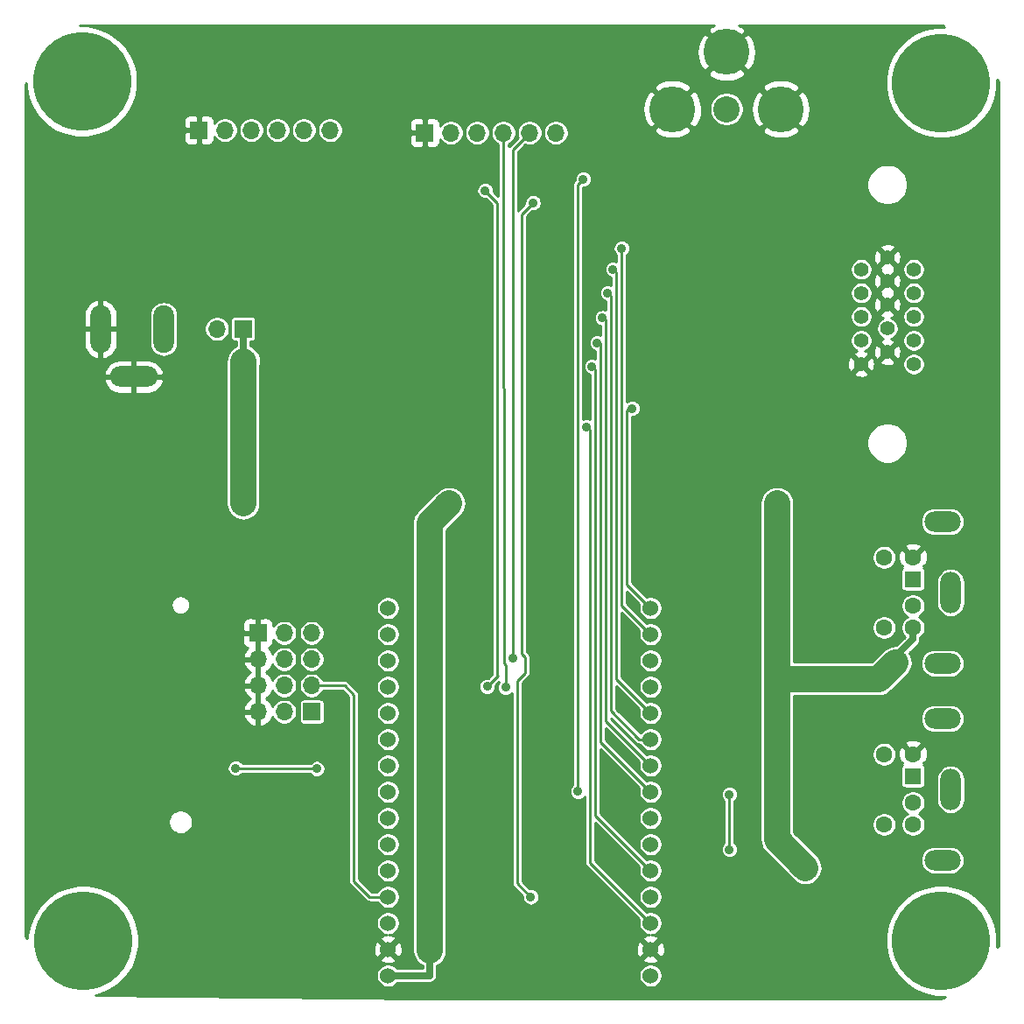
<source format=gbr>
G04 #@! TF.GenerationSoftware,KiCad,Pcbnew,(5.1.5)-3*
G04 #@! TF.CreationDate,2020-02-09T15:14:37-05:00*
G04 #@! TF.ProjectId,ESP32-VGA,45535033-322d-4564-9741-2e6b69636164,2*
G04 #@! TF.SameCoordinates,Original*
G04 #@! TF.FileFunction,Copper,L2,Bot*
G04 #@! TF.FilePolarity,Positive*
%FSLAX46Y46*%
G04 Gerber Fmt 4.6, Leading zero omitted, Abs format (unit mm)*
G04 Created by KiCad (PCBNEW (5.1.5)-3) date 2020-02-09 15:14:37*
%MOMM*%
%LPD*%
G04 APERTURE LIST*
%ADD10C,9.525000*%
%ADD11C,1.524000*%
%ADD12C,1.397000*%
%ADD13O,3.500000X2.000000*%
%ADD14R,1.600000X1.600000*%
%ADD15C,1.600000*%
%ADD16O,2.000000X4.000000*%
%ADD17C,4.445000*%
%ADD18C,2.540000*%
%ADD19O,1.700000X1.700000*%
%ADD20R,1.700000X1.700000*%
%ADD21O,2.000000X4.600000*%
%ADD22O,4.600000X2.000000*%
%ADD23C,0.889000*%
%ADD24C,2.540000*%
%ADD25C,0.635000*%
%ADD26C,0.254000*%
G04 APERTURE END LIST*
D10*
X15875000Y-15875000D03*
X99000000Y-99000000D03*
X16000000Y-99000000D03*
X99000000Y-16000000D03*
D11*
X70866000Y-102362000D03*
X70866000Y-99822000D03*
X70866000Y-97282000D03*
X70866000Y-94742000D03*
X70866000Y-92202000D03*
X70866000Y-89662000D03*
X70866000Y-87122000D03*
X70866000Y-84582000D03*
X70866000Y-82042000D03*
X70866000Y-79502000D03*
X70866000Y-76962000D03*
X70866000Y-74422000D03*
X70866000Y-71882000D03*
X70866000Y-69342000D03*
X70866000Y-66802000D03*
X45466000Y-66802000D03*
X45466000Y-69342000D03*
X45466000Y-71882000D03*
X45466000Y-74422000D03*
X45466000Y-76962000D03*
X45466000Y-79502000D03*
X45466000Y-82042000D03*
X45466000Y-84582000D03*
X45466000Y-87122000D03*
X45466000Y-89662000D03*
X45466000Y-92202000D03*
X45466000Y-94742000D03*
X45466000Y-97282000D03*
X45466000Y-99822000D03*
X45466000Y-102362000D03*
D12*
X91239340Y-38620700D03*
X91239340Y-36334700D03*
X91239340Y-34043620D03*
X91239340Y-40914320D03*
X91239340Y-43202860D03*
X93779340Y-39768780D03*
X93779340Y-37480240D03*
X93779340Y-35189160D03*
X93779340Y-32898080D03*
X93779340Y-42059860D03*
X96319340Y-34043620D03*
X96319340Y-36334700D03*
X96316800Y-38623240D03*
X96319340Y-40914320D03*
X96319340Y-43202860D03*
D13*
X99116000Y-72158000D03*
X99116000Y-58458000D03*
D14*
X96266000Y-64008000D03*
D15*
X96266000Y-66608000D03*
X96266000Y-61908000D03*
X96266000Y-68708000D03*
X93466000Y-61908000D03*
X93466000Y-68708000D03*
D16*
X99916000Y-65308000D03*
X99916000Y-84358000D03*
D15*
X93466000Y-87758000D03*
X93466000Y-80958000D03*
X96266000Y-87758000D03*
X96266000Y-80958000D03*
X96266000Y-85658000D03*
D14*
X96266000Y-83058000D03*
D13*
X99116000Y-77508000D03*
X99116000Y-91208000D03*
D17*
X78232000Y-13030200D03*
X72986900Y-18542000D03*
X83477100Y-18542000D03*
D18*
X78232000Y-18542000D03*
D19*
X61722000Y-20828000D03*
X59182000Y-20828000D03*
X56642000Y-20828000D03*
X54102000Y-20828000D03*
X51562000Y-20828000D03*
D20*
X49022000Y-20828000D03*
X27178000Y-20574000D03*
D19*
X29718000Y-20574000D03*
X32258000Y-20574000D03*
X34798000Y-20574000D03*
X37338000Y-20574000D03*
X39878000Y-20574000D03*
D20*
X32893000Y-69215000D03*
D19*
X35433000Y-69215000D03*
X32893000Y-71755000D03*
X35433000Y-71755000D03*
X32893000Y-74295000D03*
X35433000Y-74295000D03*
X32893000Y-76835000D03*
X35433000Y-76835000D03*
D20*
X38100000Y-76835000D03*
D19*
X38100000Y-74295000D03*
X38100000Y-71755000D03*
X38100000Y-69215000D03*
D20*
X31470600Y-39801800D03*
D19*
X28930600Y-39801800D03*
D21*
X17678400Y-39827200D03*
X23778400Y-39827200D03*
D22*
X20878400Y-44427200D03*
D23*
X85852000Y-91948000D03*
X31470600Y-56692800D03*
X83108800Y-56692800D03*
X51384200Y-56692800D03*
X83439000Y-81051400D03*
X80264000Y-89916000D03*
X30454600Y-100101400D03*
X83312000Y-102108000D03*
X71120000Y-25917000D03*
X26035000Y-72390000D03*
X26035000Y-80010000D03*
X32131000Y-31953200D03*
X57531000Y-71704200D03*
X56845200Y-74498200D03*
X59512200Y-27609800D03*
X59283600Y-94767400D03*
X69088000Y-47498000D03*
X64706470Y-49276000D03*
X67246500Y-34036000D03*
X68072000Y-32004000D03*
X66230500Y-38735000D03*
X66738500Y-36322000D03*
X65214480Y-43434000D03*
X65722490Y-41148000D03*
X63855600Y-84556600D03*
X64363600Y-25323800D03*
X78511400Y-90170000D03*
X78511400Y-84836000D03*
X54864000Y-26416000D03*
X55067200Y-74396600D03*
X30734000Y-82296000D03*
X38582600Y-82346800D03*
D24*
X31470600Y-42976800D02*
X31521400Y-42926000D01*
X31470600Y-56692800D02*
X31470600Y-42976800D01*
D25*
X31470600Y-39801800D02*
X31521400Y-42926000D01*
D24*
X49479200Y-58597800D02*
X51384200Y-56692800D01*
D25*
X45466000Y-102362000D02*
X49530000Y-102362000D01*
X49504600Y-102336600D02*
X49504600Y-99923600D01*
X49530000Y-102362000D02*
X49504600Y-102336600D01*
D24*
X49504600Y-99923600D02*
X49479200Y-58597800D01*
X83108800Y-89204800D02*
X85852000Y-91948000D01*
X83108800Y-73660000D02*
X92989400Y-73660000D01*
X83108800Y-56692800D02*
X83108800Y-73660000D01*
X92989400Y-73660000D02*
X94564200Y-72085200D01*
D25*
X94564200Y-72085200D02*
X94742000Y-72085200D01*
X94767400Y-71337970D02*
X94767400Y-72110600D01*
X96266000Y-69839370D02*
X94767400Y-71337970D01*
X96266000Y-68708000D02*
X96266000Y-69839370D01*
X94742000Y-72085200D02*
X94767400Y-72110600D01*
D24*
X83108800Y-73660000D02*
X83108800Y-89204800D01*
D26*
X57531000Y-22479000D02*
X59182000Y-20828000D01*
X57531000Y-71704200D02*
X57531000Y-22479000D01*
X56642000Y-20828000D02*
X56692800Y-69900800D01*
X56692800Y-69900800D02*
X56692800Y-72161400D01*
X56845200Y-72313800D02*
X56845200Y-74498200D01*
X56692800Y-72161400D02*
X56845200Y-72313800D01*
X58420010Y-28701990D02*
X58420010Y-71247008D01*
X57962800Y-73837800D02*
X57962800Y-93446600D01*
X58737501Y-73063099D02*
X57962800Y-73837800D01*
X59512200Y-27609800D02*
X58420010Y-28701990D01*
X58420010Y-71247008D02*
X58737501Y-71564499D01*
X57962800Y-93446600D02*
X59283600Y-94767400D01*
X58737501Y-71564499D02*
X58737501Y-73063099D01*
X68757800Y-47498000D02*
X68580010Y-47675790D01*
X69088000Y-47498000D02*
X68757800Y-47498000D01*
X68580010Y-64516010D02*
X70866000Y-66802000D01*
X68580010Y-47675790D02*
X68580010Y-64516010D01*
X65023960Y-49593490D02*
X64706470Y-49276000D01*
X70866000Y-97282000D02*
X65023960Y-91439960D01*
X65023960Y-91439960D02*
X65023960Y-49593490D01*
X67564000Y-73660000D02*
X67564000Y-34353500D01*
X67246500Y-34036000D02*
X67564000Y-34353500D01*
X67564000Y-73660000D02*
X70866000Y-76962000D01*
X68072000Y-66548000D02*
X68072000Y-32004000D01*
X68072000Y-66548000D02*
X70866000Y-69342000D01*
X66547990Y-38938190D02*
X66547990Y-77723990D01*
X66547990Y-77723990D02*
X70866000Y-82042000D01*
X66344800Y-38735000D02*
X66547990Y-38938190D01*
X66230500Y-38735000D02*
X66344800Y-38735000D01*
X69788370Y-79502000D02*
X67056000Y-76769630D01*
X67056000Y-76769630D02*
X67056000Y-36639500D01*
X66738500Y-36322000D02*
X67056000Y-36639500D01*
X70866000Y-79502000D02*
X69788370Y-79502000D01*
X65531970Y-86867970D02*
X70866000Y-92202000D01*
X65531970Y-43751490D02*
X65214480Y-43434000D01*
X65531970Y-46837630D02*
X65531970Y-43751490D01*
X65531970Y-46837630D02*
X65531970Y-86867970D01*
X66039980Y-79755980D02*
X70866000Y-84582000D01*
X66039980Y-42468820D02*
X66039980Y-79755980D01*
X66039980Y-42468820D02*
X66039980Y-41833800D01*
X66039980Y-41150511D02*
X66039980Y-42468820D01*
X66037670Y-41148201D02*
X66039980Y-41150511D01*
X65409053Y-41148201D02*
X66037670Y-41148201D01*
X63855600Y-25831800D02*
X64363600Y-25323800D01*
X63855600Y-32258000D02*
X63855600Y-25831800D01*
X63855600Y-84556600D02*
X63855600Y-32258000D01*
X78511400Y-90170000D02*
X78511400Y-84836000D01*
X56070499Y-27622499D02*
X54864000Y-26416000D01*
X56070499Y-73367899D02*
X56070499Y-27622499D01*
X56083200Y-73380600D02*
X56070499Y-73367899D01*
X55067200Y-74396600D02*
X56083200Y-73380600D01*
X38531800Y-82296000D02*
X38582600Y-82346800D01*
X30734000Y-82296000D02*
X38531800Y-82296000D01*
X41275000Y-74295000D02*
X38100000Y-74295000D01*
X42164000Y-75184000D02*
X41275000Y-74295000D01*
X42164000Y-93218000D02*
X42164000Y-75184000D01*
X45466000Y-94742000D02*
X43688000Y-94742000D01*
X43688000Y-94742000D02*
X42164000Y-93218000D01*
G36*
X76648673Y-10634873D02*
G01*
X76405825Y-11024420D01*
X78232000Y-12850595D01*
X80058175Y-11024420D01*
X79815327Y-10634873D01*
X79429300Y-10431000D01*
X98982310Y-10431000D01*
X99166541Y-10446147D01*
X99322894Y-10602500D01*
X98468393Y-10602500D01*
X97425607Y-10809923D01*
X96443325Y-11216798D01*
X95559294Y-11807488D01*
X94807488Y-12559294D01*
X94216798Y-13443325D01*
X93809923Y-14425607D01*
X93602500Y-15468393D01*
X93602500Y-16531607D01*
X93809923Y-17574393D01*
X94216798Y-18556675D01*
X94807488Y-19440706D01*
X95559294Y-20192512D01*
X96443325Y-20783202D01*
X97425607Y-21190077D01*
X98468393Y-21397500D01*
X99531607Y-21397500D01*
X100574393Y-21190077D01*
X101556675Y-20783202D01*
X102440706Y-20192512D01*
X103192512Y-19440706D01*
X103783202Y-18556675D01*
X104190077Y-17574393D01*
X104397500Y-16531607D01*
X104397500Y-15677106D01*
X104561004Y-15840610D01*
X104569000Y-16010167D01*
X104569001Y-98982297D01*
X104527480Y-99487330D01*
X104377707Y-99631111D01*
X104397500Y-99531607D01*
X104397500Y-98468393D01*
X104190077Y-97425607D01*
X103783202Y-96443325D01*
X103192512Y-95559294D01*
X102440706Y-94807488D01*
X101556675Y-94216798D01*
X100574393Y-93809923D01*
X99531607Y-93602500D01*
X98468393Y-93602500D01*
X97425607Y-93809923D01*
X96443325Y-94216798D01*
X95559294Y-94807488D01*
X94807488Y-95559294D01*
X94216798Y-96443325D01*
X93809923Y-97425607D01*
X93602500Y-98468393D01*
X93602500Y-99531607D01*
X93809923Y-100574393D01*
X94216798Y-101556675D01*
X94807488Y-102440706D01*
X95559294Y-103192512D01*
X96443325Y-103783202D01*
X97425607Y-104190077D01*
X98468393Y-104397500D01*
X99412720Y-104397500D01*
X99246691Y-104556887D01*
X98989833Y-104569000D01*
X49126642Y-104569000D01*
X17157563Y-104272990D01*
X17574393Y-104190077D01*
X18556675Y-103783202D01*
X19440706Y-103192512D01*
X20192512Y-102440706D01*
X20320322Y-102249424D01*
X44323000Y-102249424D01*
X44323000Y-102474576D01*
X44366925Y-102695401D01*
X44453087Y-102903413D01*
X44578174Y-103090620D01*
X44737380Y-103249826D01*
X44924587Y-103374913D01*
X45132599Y-103461075D01*
X45353424Y-103505000D01*
X45578576Y-103505000D01*
X45799401Y-103461075D01*
X46007413Y-103374913D01*
X46194620Y-103249826D01*
X46353826Y-103090620D01*
X46373951Y-103060500D01*
X49495701Y-103060500D01*
X49529999Y-103063878D01*
X49564297Y-103060500D01*
X49564309Y-103060500D01*
X49666930Y-103050393D01*
X49798597Y-103010452D01*
X49919943Y-102945591D01*
X50026303Y-102858303D01*
X50113591Y-102751943D01*
X50178452Y-102630597D01*
X50218393Y-102498930D01*
X50231879Y-102362000D01*
X50220792Y-102249424D01*
X69723000Y-102249424D01*
X69723000Y-102474576D01*
X69766925Y-102695401D01*
X69853087Y-102903413D01*
X69978174Y-103090620D01*
X70137380Y-103249826D01*
X70324587Y-103374913D01*
X70532599Y-103461075D01*
X70753424Y-103505000D01*
X70978576Y-103505000D01*
X71199401Y-103461075D01*
X71407413Y-103374913D01*
X71594620Y-103249826D01*
X71753826Y-103090620D01*
X71878913Y-102903413D01*
X71965075Y-102695401D01*
X72009000Y-102474576D01*
X72009000Y-102249424D01*
X71965075Y-102028599D01*
X71878913Y-101820587D01*
X71753826Y-101633380D01*
X71594620Y-101474174D01*
X71407413Y-101349087D01*
X71199401Y-101262925D01*
X70978576Y-101219000D01*
X70970614Y-101219000D01*
X71210133Y-101182922D01*
X71469023Y-101089636D01*
X71584980Y-101027656D01*
X71651960Y-100787565D01*
X70866000Y-100001605D01*
X70080040Y-100787565D01*
X70147020Y-101027656D01*
X70396048Y-101144756D01*
X70663135Y-101211023D01*
X70833286Y-101219000D01*
X70753424Y-101219000D01*
X70532599Y-101262925D01*
X70324587Y-101349087D01*
X70137380Y-101474174D01*
X69978174Y-101633380D01*
X69853087Y-101820587D01*
X69766925Y-102028599D01*
X69723000Y-102249424D01*
X50220792Y-102249424D01*
X50218393Y-102225070D01*
X50203100Y-102174656D01*
X50203100Y-101422355D01*
X50427131Y-101302431D01*
X50678402Y-101095960D01*
X50884564Y-100844436D01*
X51037694Y-100557525D01*
X51131909Y-100246253D01*
X51155649Y-100003689D01*
X51155582Y-99894017D01*
X69464090Y-99894017D01*
X69505078Y-100166133D01*
X69598364Y-100425023D01*
X69660344Y-100540980D01*
X69900435Y-100607960D01*
X70686395Y-99822000D01*
X71045605Y-99822000D01*
X71831565Y-100607960D01*
X72071656Y-100540980D01*
X72188756Y-100291952D01*
X72255023Y-100024865D01*
X72267910Y-99749983D01*
X72226922Y-99477867D01*
X72133636Y-99218977D01*
X72071656Y-99103020D01*
X71831565Y-99036040D01*
X71045605Y-99822000D01*
X70686395Y-99822000D01*
X69900435Y-99036040D01*
X69660344Y-99103020D01*
X69543244Y-99352048D01*
X69476977Y-99619135D01*
X69464090Y-99894017D01*
X51155582Y-99894017D01*
X51130620Y-59281246D01*
X52608982Y-57802884D01*
X52763598Y-57614484D01*
X52916904Y-57327668D01*
X53011310Y-57016453D01*
X53043188Y-56692800D01*
X53011310Y-56369148D01*
X52916904Y-56057933D01*
X52763598Y-55771116D01*
X52557281Y-55519719D01*
X52305884Y-55313402D01*
X52019067Y-55160096D01*
X51707852Y-55065690D01*
X51384200Y-55033812D01*
X51060547Y-55065690D01*
X50749332Y-55160096D01*
X50462516Y-55313402D01*
X50274116Y-55468018D01*
X48368754Y-57373380D01*
X48305398Y-57425440D01*
X48202618Y-57550834D01*
X48099802Y-57676117D01*
X48099562Y-57676567D01*
X48099236Y-57676964D01*
X48022931Y-57819932D01*
X47946496Y-57962933D01*
X47946347Y-57963425D01*
X47946106Y-57963876D01*
X47899090Y-58119211D01*
X47852090Y-58274148D01*
X47852040Y-58274656D01*
X47851891Y-58275148D01*
X47836107Y-58436421D01*
X47820212Y-58597800D01*
X47828250Y-58679412D01*
X47853651Y-100005718D01*
X47877689Y-100248253D01*
X47972286Y-100559409D01*
X48125769Y-100846131D01*
X48332240Y-101097402D01*
X48583764Y-101303564D01*
X48806100Y-101422230D01*
X48806100Y-101663500D01*
X46373951Y-101663500D01*
X46353826Y-101633380D01*
X46194620Y-101474174D01*
X46007413Y-101349087D01*
X45799401Y-101262925D01*
X45578576Y-101219000D01*
X45570614Y-101219000D01*
X45810133Y-101182922D01*
X46069023Y-101089636D01*
X46184980Y-101027656D01*
X46251960Y-100787565D01*
X45466000Y-100001605D01*
X44680040Y-100787565D01*
X44747020Y-101027656D01*
X44996048Y-101144756D01*
X45263135Y-101211023D01*
X45433286Y-101219000D01*
X45353424Y-101219000D01*
X45132599Y-101262925D01*
X44924587Y-101349087D01*
X44737380Y-101474174D01*
X44578174Y-101633380D01*
X44453087Y-101820587D01*
X44366925Y-102028599D01*
X44323000Y-102249424D01*
X20320322Y-102249424D01*
X20783202Y-101556675D01*
X21190077Y-100574393D01*
X21325412Y-99894017D01*
X44064090Y-99894017D01*
X44105078Y-100166133D01*
X44198364Y-100425023D01*
X44260344Y-100540980D01*
X44500435Y-100607960D01*
X45286395Y-99822000D01*
X45645605Y-99822000D01*
X46431565Y-100607960D01*
X46671656Y-100540980D01*
X46788756Y-100291952D01*
X46855023Y-100024865D01*
X46867910Y-99749983D01*
X46826922Y-99477867D01*
X46733636Y-99218977D01*
X46671656Y-99103020D01*
X46431565Y-99036040D01*
X45645605Y-99822000D01*
X45286395Y-99822000D01*
X44500435Y-99036040D01*
X44260344Y-99103020D01*
X44143244Y-99352048D01*
X44076977Y-99619135D01*
X44064090Y-99894017D01*
X21325412Y-99894017D01*
X21397500Y-99531607D01*
X21397500Y-98468393D01*
X21190077Y-97425607D01*
X21083963Y-97169424D01*
X44323000Y-97169424D01*
X44323000Y-97394576D01*
X44366925Y-97615401D01*
X44453087Y-97823413D01*
X44578174Y-98010620D01*
X44737380Y-98169826D01*
X44924587Y-98294913D01*
X45132599Y-98381075D01*
X45353424Y-98425000D01*
X45361386Y-98425000D01*
X45121867Y-98461078D01*
X44862977Y-98554364D01*
X44747020Y-98616344D01*
X44680040Y-98856435D01*
X45466000Y-99642395D01*
X46251960Y-98856435D01*
X46184980Y-98616344D01*
X45935952Y-98499244D01*
X45668865Y-98432977D01*
X45498714Y-98425000D01*
X45578576Y-98425000D01*
X45799401Y-98381075D01*
X46007413Y-98294913D01*
X46194620Y-98169826D01*
X46353826Y-98010620D01*
X46478913Y-97823413D01*
X46565075Y-97615401D01*
X46609000Y-97394576D01*
X46609000Y-97169424D01*
X46565075Y-96948599D01*
X46478913Y-96740587D01*
X46353826Y-96553380D01*
X46194620Y-96394174D01*
X46007413Y-96269087D01*
X45799401Y-96182925D01*
X45578576Y-96139000D01*
X45353424Y-96139000D01*
X45132599Y-96182925D01*
X44924587Y-96269087D01*
X44737380Y-96394174D01*
X44578174Y-96553380D01*
X44453087Y-96740587D01*
X44366925Y-96948599D01*
X44323000Y-97169424D01*
X21083963Y-97169424D01*
X20783202Y-96443325D01*
X20192512Y-95559294D01*
X19440706Y-94807488D01*
X18556675Y-94216798D01*
X17574393Y-93809923D01*
X16531607Y-93602500D01*
X15468393Y-93602500D01*
X14425607Y-93809923D01*
X13443325Y-94216798D01*
X12559294Y-94807488D01*
X11807488Y-95559294D01*
X11216798Y-96443325D01*
X10809923Y-97425607D01*
X10602500Y-98468393D01*
X10602500Y-98786530D01*
X10431000Y-98628750D01*
X10431000Y-87393682D01*
X24219000Y-87393682D01*
X24219000Y-87626318D01*
X24264386Y-87854485D01*
X24353412Y-88069413D01*
X24482658Y-88262843D01*
X24647157Y-88427342D01*
X24840587Y-88556588D01*
X25055515Y-88645614D01*
X25283682Y-88691000D01*
X25516318Y-88691000D01*
X25744485Y-88645614D01*
X25959413Y-88556588D01*
X26152843Y-88427342D01*
X26317342Y-88262843D01*
X26446588Y-88069413D01*
X26535614Y-87854485D01*
X26581000Y-87626318D01*
X26581000Y-87393682D01*
X26535614Y-87165515D01*
X26446588Y-86950587D01*
X26317342Y-86757157D01*
X26152843Y-86592658D01*
X25959413Y-86463412D01*
X25744485Y-86374386D01*
X25516318Y-86329000D01*
X25283682Y-86329000D01*
X25055515Y-86374386D01*
X24840587Y-86463412D01*
X24647157Y-86592658D01*
X24482658Y-86757157D01*
X24353412Y-86950587D01*
X24264386Y-87165515D01*
X24219000Y-87393682D01*
X10431000Y-87393682D01*
X10431000Y-82214695D01*
X29908500Y-82214695D01*
X29908500Y-82377305D01*
X29940224Y-82536789D01*
X30002452Y-82687021D01*
X30092792Y-82822225D01*
X30207775Y-82937208D01*
X30342979Y-83027548D01*
X30493211Y-83089776D01*
X30652695Y-83121500D01*
X30815305Y-83121500D01*
X30974789Y-83089776D01*
X31125021Y-83027548D01*
X31260225Y-82937208D01*
X31375208Y-82822225D01*
X31387385Y-82804000D01*
X37895271Y-82804000D01*
X37941392Y-82873025D01*
X38056375Y-82988008D01*
X38191579Y-83078348D01*
X38341811Y-83140576D01*
X38501295Y-83172300D01*
X38663905Y-83172300D01*
X38823389Y-83140576D01*
X38973621Y-83078348D01*
X39108825Y-82988008D01*
X39223808Y-82873025D01*
X39314148Y-82737821D01*
X39376376Y-82587589D01*
X39408100Y-82428105D01*
X39408100Y-82265495D01*
X39376376Y-82106011D01*
X39314148Y-81955779D01*
X39223808Y-81820575D01*
X39108825Y-81705592D01*
X38973621Y-81615252D01*
X38823389Y-81553024D01*
X38663905Y-81521300D01*
X38501295Y-81521300D01*
X38341811Y-81553024D01*
X38191579Y-81615252D01*
X38056375Y-81705592D01*
X37973967Y-81788000D01*
X31387385Y-81788000D01*
X31375208Y-81769775D01*
X31260225Y-81654792D01*
X31125021Y-81564452D01*
X30974789Y-81502224D01*
X30815305Y-81470500D01*
X30652695Y-81470500D01*
X30493211Y-81502224D01*
X30342979Y-81564452D01*
X30207775Y-81654792D01*
X30092792Y-81769775D01*
X30002452Y-81904979D01*
X29940224Y-82055211D01*
X29908500Y-82214695D01*
X10431000Y-82214695D01*
X10431000Y-77191890D01*
X31451524Y-77191890D01*
X31496175Y-77339099D01*
X31621359Y-77601920D01*
X31795412Y-77835269D01*
X32011645Y-78030178D01*
X32261748Y-78179157D01*
X32536109Y-78276481D01*
X32766000Y-78155814D01*
X32766000Y-76962000D01*
X31572845Y-76962000D01*
X31451524Y-77191890D01*
X10431000Y-77191890D01*
X10431000Y-74651890D01*
X31451524Y-74651890D01*
X31496175Y-74799099D01*
X31621359Y-75061920D01*
X31795412Y-75295269D01*
X32011645Y-75490178D01*
X32137255Y-75565000D01*
X32011645Y-75639822D01*
X31795412Y-75834731D01*
X31621359Y-76068080D01*
X31496175Y-76330901D01*
X31451524Y-76478110D01*
X31572845Y-76708000D01*
X32766000Y-76708000D01*
X32766000Y-74422000D01*
X31572845Y-74422000D01*
X31451524Y-74651890D01*
X10431000Y-74651890D01*
X10431000Y-72111890D01*
X31451524Y-72111890D01*
X31496175Y-72259099D01*
X31621359Y-72521920D01*
X31795412Y-72755269D01*
X32011645Y-72950178D01*
X32137255Y-73025000D01*
X32011645Y-73099822D01*
X31795412Y-73294731D01*
X31621359Y-73528080D01*
X31496175Y-73790901D01*
X31451524Y-73938110D01*
X31572845Y-74168000D01*
X32766000Y-74168000D01*
X32766000Y-71882000D01*
X31572845Y-71882000D01*
X31451524Y-72111890D01*
X10431000Y-72111890D01*
X10431000Y-70065000D01*
X31404928Y-70065000D01*
X31417188Y-70189482D01*
X31453498Y-70309180D01*
X31512463Y-70419494D01*
X31591815Y-70516185D01*
X31688506Y-70595537D01*
X31798820Y-70654502D01*
X31879466Y-70678966D01*
X31795412Y-70754731D01*
X31621359Y-70988080D01*
X31496175Y-71250901D01*
X31451524Y-71398110D01*
X31572845Y-71628000D01*
X32766000Y-71628000D01*
X32766000Y-69342000D01*
X31566750Y-69342000D01*
X31408000Y-69500750D01*
X31404928Y-70065000D01*
X10431000Y-70065000D01*
X10431000Y-68365000D01*
X31404928Y-68365000D01*
X31408000Y-68929250D01*
X31566750Y-69088000D01*
X32766000Y-69088000D01*
X32766000Y-67888750D01*
X33020000Y-67888750D01*
X33020000Y-69088000D01*
X33040000Y-69088000D01*
X33040000Y-69342000D01*
X33020000Y-69342000D01*
X33020000Y-71628000D01*
X33040000Y-71628000D01*
X33040000Y-71882000D01*
X33020000Y-71882000D01*
X33020000Y-74168000D01*
X33040000Y-74168000D01*
X33040000Y-74422000D01*
X33020000Y-74422000D01*
X33020000Y-76708000D01*
X33040000Y-76708000D01*
X33040000Y-76962000D01*
X33020000Y-76962000D01*
X33020000Y-78155814D01*
X33249891Y-78276481D01*
X33524252Y-78179157D01*
X33774355Y-78030178D01*
X33990588Y-77835269D01*
X34164641Y-77601920D01*
X34289825Y-77339099D01*
X34298091Y-77311846D01*
X34342102Y-77418097D01*
X34476820Y-77619717D01*
X34648283Y-77791180D01*
X34849903Y-77925898D01*
X35073931Y-78018693D01*
X35311757Y-78066000D01*
X35554243Y-78066000D01*
X35792069Y-78018693D01*
X36016097Y-77925898D01*
X36217717Y-77791180D01*
X36389180Y-77619717D01*
X36523898Y-77418097D01*
X36616693Y-77194069D01*
X36664000Y-76956243D01*
X36664000Y-76713757D01*
X36616693Y-76475931D01*
X36523898Y-76251903D01*
X36389180Y-76050283D01*
X36323897Y-75985000D01*
X36867157Y-75985000D01*
X36867157Y-77685000D01*
X36874513Y-77759689D01*
X36896299Y-77831508D01*
X36931678Y-77897696D01*
X36979289Y-77955711D01*
X37037304Y-78003322D01*
X37103492Y-78038701D01*
X37175311Y-78060487D01*
X37250000Y-78067843D01*
X38950000Y-78067843D01*
X39024689Y-78060487D01*
X39096508Y-78038701D01*
X39162696Y-78003322D01*
X39220711Y-77955711D01*
X39268322Y-77897696D01*
X39303701Y-77831508D01*
X39325487Y-77759689D01*
X39332843Y-77685000D01*
X39332843Y-75985000D01*
X39325487Y-75910311D01*
X39303701Y-75838492D01*
X39268322Y-75772304D01*
X39220711Y-75714289D01*
X39162696Y-75666678D01*
X39096508Y-75631299D01*
X39024689Y-75609513D01*
X38950000Y-75602157D01*
X37250000Y-75602157D01*
X37175311Y-75609513D01*
X37103492Y-75631299D01*
X37037304Y-75666678D01*
X36979289Y-75714289D01*
X36931678Y-75772304D01*
X36896299Y-75838492D01*
X36874513Y-75910311D01*
X36867157Y-75985000D01*
X36323897Y-75985000D01*
X36217717Y-75878820D01*
X36016097Y-75744102D01*
X35792069Y-75651307D01*
X35554243Y-75604000D01*
X35311757Y-75604000D01*
X35073931Y-75651307D01*
X34849903Y-75744102D01*
X34648283Y-75878820D01*
X34476820Y-76050283D01*
X34342102Y-76251903D01*
X34298091Y-76358154D01*
X34289825Y-76330901D01*
X34164641Y-76068080D01*
X33990588Y-75834731D01*
X33774355Y-75639822D01*
X33648745Y-75565000D01*
X33774355Y-75490178D01*
X33990588Y-75295269D01*
X34164641Y-75061920D01*
X34289825Y-74799099D01*
X34298091Y-74771846D01*
X34342102Y-74878097D01*
X34476820Y-75079717D01*
X34648283Y-75251180D01*
X34849903Y-75385898D01*
X35073931Y-75478693D01*
X35311757Y-75526000D01*
X35554243Y-75526000D01*
X35792069Y-75478693D01*
X36016097Y-75385898D01*
X36217717Y-75251180D01*
X36389180Y-75079717D01*
X36523898Y-74878097D01*
X36616693Y-74654069D01*
X36664000Y-74416243D01*
X36664000Y-74173757D01*
X36869000Y-74173757D01*
X36869000Y-74416243D01*
X36916307Y-74654069D01*
X37009102Y-74878097D01*
X37143820Y-75079717D01*
X37315283Y-75251180D01*
X37516903Y-75385898D01*
X37740931Y-75478693D01*
X37978757Y-75526000D01*
X38221243Y-75526000D01*
X38459069Y-75478693D01*
X38683097Y-75385898D01*
X38884717Y-75251180D01*
X39056180Y-75079717D01*
X39190898Y-74878097D01*
X39222004Y-74803000D01*
X41064580Y-74803000D01*
X41656001Y-75394421D01*
X41656000Y-93193056D01*
X41653543Y-93218000D01*
X41656000Y-93242944D01*
X41656000Y-93242946D01*
X41663351Y-93317584D01*
X41692399Y-93413342D01*
X41739571Y-93501595D01*
X41803052Y-93578948D01*
X41822435Y-93594855D01*
X43311150Y-95083571D01*
X43327052Y-95102948D01*
X43346429Y-95118850D01*
X43404404Y-95166429D01*
X43492655Y-95213600D01*
X43492657Y-95213601D01*
X43588415Y-95242649D01*
X43663053Y-95250000D01*
X43663055Y-95250000D01*
X43687999Y-95252457D01*
X43712943Y-95250000D01*
X44439247Y-95250000D01*
X44453087Y-95283413D01*
X44578174Y-95470620D01*
X44737380Y-95629826D01*
X44924587Y-95754913D01*
X45132599Y-95841075D01*
X45353424Y-95885000D01*
X45578576Y-95885000D01*
X45799401Y-95841075D01*
X46007413Y-95754913D01*
X46194620Y-95629826D01*
X46353826Y-95470620D01*
X46478913Y-95283413D01*
X46565075Y-95075401D01*
X46609000Y-94854576D01*
X46609000Y-94629424D01*
X46565075Y-94408599D01*
X46478913Y-94200587D01*
X46353826Y-94013380D01*
X46194620Y-93854174D01*
X46007413Y-93729087D01*
X45799401Y-93642925D01*
X45578576Y-93599000D01*
X45353424Y-93599000D01*
X45132599Y-93642925D01*
X44924587Y-93729087D01*
X44737380Y-93854174D01*
X44578174Y-94013380D01*
X44453087Y-94200587D01*
X44439247Y-94234000D01*
X43898421Y-94234000D01*
X42672000Y-93007580D01*
X42672000Y-92089424D01*
X44323000Y-92089424D01*
X44323000Y-92314576D01*
X44366925Y-92535401D01*
X44453087Y-92743413D01*
X44578174Y-92930620D01*
X44737380Y-93089826D01*
X44924587Y-93214913D01*
X45132599Y-93301075D01*
X45353424Y-93345000D01*
X45578576Y-93345000D01*
X45799401Y-93301075D01*
X46007413Y-93214913D01*
X46194620Y-93089826D01*
X46353826Y-92930620D01*
X46478913Y-92743413D01*
X46565075Y-92535401D01*
X46609000Y-92314576D01*
X46609000Y-92089424D01*
X46565075Y-91868599D01*
X46478913Y-91660587D01*
X46353826Y-91473380D01*
X46194620Y-91314174D01*
X46007413Y-91189087D01*
X45799401Y-91102925D01*
X45578576Y-91059000D01*
X45353424Y-91059000D01*
X45132599Y-91102925D01*
X44924587Y-91189087D01*
X44737380Y-91314174D01*
X44578174Y-91473380D01*
X44453087Y-91660587D01*
X44366925Y-91868599D01*
X44323000Y-92089424D01*
X42672000Y-92089424D01*
X42672000Y-89549424D01*
X44323000Y-89549424D01*
X44323000Y-89774576D01*
X44366925Y-89995401D01*
X44453087Y-90203413D01*
X44578174Y-90390620D01*
X44737380Y-90549826D01*
X44924587Y-90674913D01*
X45132599Y-90761075D01*
X45353424Y-90805000D01*
X45578576Y-90805000D01*
X45799401Y-90761075D01*
X46007413Y-90674913D01*
X46194620Y-90549826D01*
X46353826Y-90390620D01*
X46478913Y-90203413D01*
X46565075Y-89995401D01*
X46609000Y-89774576D01*
X46609000Y-89549424D01*
X46565075Y-89328599D01*
X46478913Y-89120587D01*
X46353826Y-88933380D01*
X46194620Y-88774174D01*
X46007413Y-88649087D01*
X45799401Y-88562925D01*
X45578576Y-88519000D01*
X45353424Y-88519000D01*
X45132599Y-88562925D01*
X44924587Y-88649087D01*
X44737380Y-88774174D01*
X44578174Y-88933380D01*
X44453087Y-89120587D01*
X44366925Y-89328599D01*
X44323000Y-89549424D01*
X42672000Y-89549424D01*
X42672000Y-87009424D01*
X44323000Y-87009424D01*
X44323000Y-87234576D01*
X44366925Y-87455401D01*
X44453087Y-87663413D01*
X44578174Y-87850620D01*
X44737380Y-88009826D01*
X44924587Y-88134913D01*
X45132599Y-88221075D01*
X45353424Y-88265000D01*
X45578576Y-88265000D01*
X45799401Y-88221075D01*
X46007413Y-88134913D01*
X46194620Y-88009826D01*
X46353826Y-87850620D01*
X46478913Y-87663413D01*
X46565075Y-87455401D01*
X46609000Y-87234576D01*
X46609000Y-87009424D01*
X46565075Y-86788599D01*
X46478913Y-86580587D01*
X46353826Y-86393380D01*
X46194620Y-86234174D01*
X46007413Y-86109087D01*
X45799401Y-86022925D01*
X45578576Y-85979000D01*
X45353424Y-85979000D01*
X45132599Y-86022925D01*
X44924587Y-86109087D01*
X44737380Y-86234174D01*
X44578174Y-86393380D01*
X44453087Y-86580587D01*
X44366925Y-86788599D01*
X44323000Y-87009424D01*
X42672000Y-87009424D01*
X42672000Y-84469424D01*
X44323000Y-84469424D01*
X44323000Y-84694576D01*
X44366925Y-84915401D01*
X44453087Y-85123413D01*
X44578174Y-85310620D01*
X44737380Y-85469826D01*
X44924587Y-85594913D01*
X45132599Y-85681075D01*
X45353424Y-85725000D01*
X45578576Y-85725000D01*
X45799401Y-85681075D01*
X46007413Y-85594913D01*
X46194620Y-85469826D01*
X46353826Y-85310620D01*
X46478913Y-85123413D01*
X46565075Y-84915401D01*
X46609000Y-84694576D01*
X46609000Y-84469424D01*
X46565075Y-84248599D01*
X46478913Y-84040587D01*
X46353826Y-83853380D01*
X46194620Y-83694174D01*
X46007413Y-83569087D01*
X45799401Y-83482925D01*
X45578576Y-83439000D01*
X45353424Y-83439000D01*
X45132599Y-83482925D01*
X44924587Y-83569087D01*
X44737380Y-83694174D01*
X44578174Y-83853380D01*
X44453087Y-84040587D01*
X44366925Y-84248599D01*
X44323000Y-84469424D01*
X42672000Y-84469424D01*
X42672000Y-81929424D01*
X44323000Y-81929424D01*
X44323000Y-82154576D01*
X44366925Y-82375401D01*
X44453087Y-82583413D01*
X44578174Y-82770620D01*
X44737380Y-82929826D01*
X44924587Y-83054913D01*
X45132599Y-83141075D01*
X45353424Y-83185000D01*
X45578576Y-83185000D01*
X45799401Y-83141075D01*
X46007413Y-83054913D01*
X46194620Y-82929826D01*
X46353826Y-82770620D01*
X46478913Y-82583413D01*
X46565075Y-82375401D01*
X46609000Y-82154576D01*
X46609000Y-81929424D01*
X46565075Y-81708599D01*
X46478913Y-81500587D01*
X46353826Y-81313380D01*
X46194620Y-81154174D01*
X46007413Y-81029087D01*
X45799401Y-80942925D01*
X45578576Y-80899000D01*
X45353424Y-80899000D01*
X45132599Y-80942925D01*
X44924587Y-81029087D01*
X44737380Y-81154174D01*
X44578174Y-81313380D01*
X44453087Y-81500587D01*
X44366925Y-81708599D01*
X44323000Y-81929424D01*
X42672000Y-81929424D01*
X42672000Y-79389424D01*
X44323000Y-79389424D01*
X44323000Y-79614576D01*
X44366925Y-79835401D01*
X44453087Y-80043413D01*
X44578174Y-80230620D01*
X44737380Y-80389826D01*
X44924587Y-80514913D01*
X45132599Y-80601075D01*
X45353424Y-80645000D01*
X45578576Y-80645000D01*
X45799401Y-80601075D01*
X46007413Y-80514913D01*
X46194620Y-80389826D01*
X46353826Y-80230620D01*
X46478913Y-80043413D01*
X46565075Y-79835401D01*
X46609000Y-79614576D01*
X46609000Y-79389424D01*
X46565075Y-79168599D01*
X46478913Y-78960587D01*
X46353826Y-78773380D01*
X46194620Y-78614174D01*
X46007413Y-78489087D01*
X45799401Y-78402925D01*
X45578576Y-78359000D01*
X45353424Y-78359000D01*
X45132599Y-78402925D01*
X44924587Y-78489087D01*
X44737380Y-78614174D01*
X44578174Y-78773380D01*
X44453087Y-78960587D01*
X44366925Y-79168599D01*
X44323000Y-79389424D01*
X42672000Y-79389424D01*
X42672000Y-76849424D01*
X44323000Y-76849424D01*
X44323000Y-77074576D01*
X44366925Y-77295401D01*
X44453087Y-77503413D01*
X44578174Y-77690620D01*
X44737380Y-77849826D01*
X44924587Y-77974913D01*
X45132599Y-78061075D01*
X45353424Y-78105000D01*
X45578576Y-78105000D01*
X45799401Y-78061075D01*
X46007413Y-77974913D01*
X46194620Y-77849826D01*
X46353826Y-77690620D01*
X46478913Y-77503413D01*
X46565075Y-77295401D01*
X46609000Y-77074576D01*
X46609000Y-76849424D01*
X46565075Y-76628599D01*
X46478913Y-76420587D01*
X46353826Y-76233380D01*
X46194620Y-76074174D01*
X46007413Y-75949087D01*
X45799401Y-75862925D01*
X45578576Y-75819000D01*
X45353424Y-75819000D01*
X45132599Y-75862925D01*
X44924587Y-75949087D01*
X44737380Y-76074174D01*
X44578174Y-76233380D01*
X44453087Y-76420587D01*
X44366925Y-76628599D01*
X44323000Y-76849424D01*
X42672000Y-76849424D01*
X42672000Y-75208944D01*
X42674457Y-75184000D01*
X42668956Y-75128148D01*
X42664649Y-75084415D01*
X42635601Y-74988657D01*
X42588429Y-74900405D01*
X42524948Y-74823052D01*
X42505565Y-74807145D01*
X42007844Y-74309424D01*
X44323000Y-74309424D01*
X44323000Y-74534576D01*
X44366925Y-74755401D01*
X44453087Y-74963413D01*
X44578174Y-75150620D01*
X44737380Y-75309826D01*
X44924587Y-75434913D01*
X45132599Y-75521075D01*
X45353424Y-75565000D01*
X45578576Y-75565000D01*
X45799401Y-75521075D01*
X46007413Y-75434913D01*
X46194620Y-75309826D01*
X46353826Y-75150620D01*
X46478913Y-74963413D01*
X46565075Y-74755401D01*
X46609000Y-74534576D01*
X46609000Y-74309424D01*
X46565075Y-74088599D01*
X46478913Y-73880587D01*
X46353826Y-73693380D01*
X46194620Y-73534174D01*
X46007413Y-73409087D01*
X45799401Y-73322925D01*
X45578576Y-73279000D01*
X45353424Y-73279000D01*
X45132599Y-73322925D01*
X44924587Y-73409087D01*
X44737380Y-73534174D01*
X44578174Y-73693380D01*
X44453087Y-73880587D01*
X44366925Y-74088599D01*
X44323000Y-74309424D01*
X42007844Y-74309424D01*
X41651855Y-73953435D01*
X41635948Y-73934052D01*
X41558595Y-73870571D01*
X41470343Y-73823399D01*
X41374585Y-73794351D01*
X41299947Y-73787000D01*
X41299944Y-73787000D01*
X41275000Y-73784543D01*
X41250056Y-73787000D01*
X39222004Y-73787000D01*
X39190898Y-73711903D01*
X39056180Y-73510283D01*
X38884717Y-73338820D01*
X38683097Y-73204102D01*
X38459069Y-73111307D01*
X38221243Y-73064000D01*
X37978757Y-73064000D01*
X37740931Y-73111307D01*
X37516903Y-73204102D01*
X37315283Y-73338820D01*
X37143820Y-73510283D01*
X37009102Y-73711903D01*
X36916307Y-73935931D01*
X36869000Y-74173757D01*
X36664000Y-74173757D01*
X36616693Y-73935931D01*
X36523898Y-73711903D01*
X36389180Y-73510283D01*
X36217717Y-73338820D01*
X36016097Y-73204102D01*
X35792069Y-73111307D01*
X35554243Y-73064000D01*
X35311757Y-73064000D01*
X35073931Y-73111307D01*
X34849903Y-73204102D01*
X34648283Y-73338820D01*
X34476820Y-73510283D01*
X34342102Y-73711903D01*
X34298091Y-73818154D01*
X34289825Y-73790901D01*
X34164641Y-73528080D01*
X33990588Y-73294731D01*
X33774355Y-73099822D01*
X33648745Y-73025000D01*
X33774355Y-72950178D01*
X33990588Y-72755269D01*
X34164641Y-72521920D01*
X34289825Y-72259099D01*
X34298091Y-72231846D01*
X34342102Y-72338097D01*
X34476820Y-72539717D01*
X34648283Y-72711180D01*
X34849903Y-72845898D01*
X35073931Y-72938693D01*
X35311757Y-72986000D01*
X35554243Y-72986000D01*
X35792069Y-72938693D01*
X36016097Y-72845898D01*
X36217717Y-72711180D01*
X36389180Y-72539717D01*
X36523898Y-72338097D01*
X36616693Y-72114069D01*
X36664000Y-71876243D01*
X36664000Y-71633757D01*
X36869000Y-71633757D01*
X36869000Y-71876243D01*
X36916307Y-72114069D01*
X37009102Y-72338097D01*
X37143820Y-72539717D01*
X37315283Y-72711180D01*
X37516903Y-72845898D01*
X37740931Y-72938693D01*
X37978757Y-72986000D01*
X38221243Y-72986000D01*
X38459069Y-72938693D01*
X38683097Y-72845898D01*
X38884717Y-72711180D01*
X39056180Y-72539717D01*
X39190898Y-72338097D01*
X39283693Y-72114069D01*
X39331000Y-71876243D01*
X39331000Y-71769424D01*
X44323000Y-71769424D01*
X44323000Y-71994576D01*
X44366925Y-72215401D01*
X44453087Y-72423413D01*
X44578174Y-72610620D01*
X44737380Y-72769826D01*
X44924587Y-72894913D01*
X45132599Y-72981075D01*
X45353424Y-73025000D01*
X45578576Y-73025000D01*
X45799401Y-72981075D01*
X46007413Y-72894913D01*
X46194620Y-72769826D01*
X46353826Y-72610620D01*
X46478913Y-72423413D01*
X46565075Y-72215401D01*
X46609000Y-71994576D01*
X46609000Y-71769424D01*
X46565075Y-71548599D01*
X46478913Y-71340587D01*
X46353826Y-71153380D01*
X46194620Y-70994174D01*
X46007413Y-70869087D01*
X45799401Y-70782925D01*
X45578576Y-70739000D01*
X45353424Y-70739000D01*
X45132599Y-70782925D01*
X44924587Y-70869087D01*
X44737380Y-70994174D01*
X44578174Y-71153380D01*
X44453087Y-71340587D01*
X44366925Y-71548599D01*
X44323000Y-71769424D01*
X39331000Y-71769424D01*
X39331000Y-71633757D01*
X39283693Y-71395931D01*
X39190898Y-71171903D01*
X39056180Y-70970283D01*
X38884717Y-70798820D01*
X38683097Y-70664102D01*
X38459069Y-70571307D01*
X38221243Y-70524000D01*
X37978757Y-70524000D01*
X37740931Y-70571307D01*
X37516903Y-70664102D01*
X37315283Y-70798820D01*
X37143820Y-70970283D01*
X37009102Y-71171903D01*
X36916307Y-71395931D01*
X36869000Y-71633757D01*
X36664000Y-71633757D01*
X36616693Y-71395931D01*
X36523898Y-71171903D01*
X36389180Y-70970283D01*
X36217717Y-70798820D01*
X36016097Y-70664102D01*
X35792069Y-70571307D01*
X35554243Y-70524000D01*
X35311757Y-70524000D01*
X35073931Y-70571307D01*
X34849903Y-70664102D01*
X34648283Y-70798820D01*
X34476820Y-70970283D01*
X34342102Y-71171903D01*
X34298091Y-71278154D01*
X34289825Y-71250901D01*
X34164641Y-70988080D01*
X33990588Y-70754731D01*
X33906534Y-70678966D01*
X33987180Y-70654502D01*
X34097494Y-70595537D01*
X34194185Y-70516185D01*
X34273537Y-70419494D01*
X34332502Y-70309180D01*
X34368812Y-70189482D01*
X34381072Y-70065000D01*
X34379927Y-69854706D01*
X34476820Y-69999717D01*
X34648283Y-70171180D01*
X34849903Y-70305898D01*
X35073931Y-70398693D01*
X35311757Y-70446000D01*
X35554243Y-70446000D01*
X35792069Y-70398693D01*
X36016097Y-70305898D01*
X36217717Y-70171180D01*
X36389180Y-69999717D01*
X36523898Y-69798097D01*
X36616693Y-69574069D01*
X36664000Y-69336243D01*
X36664000Y-69093757D01*
X36869000Y-69093757D01*
X36869000Y-69336243D01*
X36916307Y-69574069D01*
X37009102Y-69798097D01*
X37143820Y-69999717D01*
X37315283Y-70171180D01*
X37516903Y-70305898D01*
X37740931Y-70398693D01*
X37978757Y-70446000D01*
X38221243Y-70446000D01*
X38459069Y-70398693D01*
X38683097Y-70305898D01*
X38884717Y-70171180D01*
X39056180Y-69999717D01*
X39190898Y-69798097D01*
X39283693Y-69574069D01*
X39331000Y-69336243D01*
X39331000Y-69229424D01*
X44323000Y-69229424D01*
X44323000Y-69454576D01*
X44366925Y-69675401D01*
X44453087Y-69883413D01*
X44578174Y-70070620D01*
X44737380Y-70229826D01*
X44924587Y-70354913D01*
X45132599Y-70441075D01*
X45353424Y-70485000D01*
X45578576Y-70485000D01*
X45799401Y-70441075D01*
X46007413Y-70354913D01*
X46194620Y-70229826D01*
X46353826Y-70070620D01*
X46478913Y-69883413D01*
X46565075Y-69675401D01*
X46609000Y-69454576D01*
X46609000Y-69229424D01*
X46565075Y-69008599D01*
X46478913Y-68800587D01*
X46353826Y-68613380D01*
X46194620Y-68454174D01*
X46007413Y-68329087D01*
X45799401Y-68242925D01*
X45578576Y-68199000D01*
X45353424Y-68199000D01*
X45132599Y-68242925D01*
X44924587Y-68329087D01*
X44737380Y-68454174D01*
X44578174Y-68613380D01*
X44453087Y-68800587D01*
X44366925Y-69008599D01*
X44323000Y-69229424D01*
X39331000Y-69229424D01*
X39331000Y-69093757D01*
X39283693Y-68855931D01*
X39190898Y-68631903D01*
X39056180Y-68430283D01*
X38884717Y-68258820D01*
X38683097Y-68124102D01*
X38459069Y-68031307D01*
X38221243Y-67984000D01*
X37978757Y-67984000D01*
X37740931Y-68031307D01*
X37516903Y-68124102D01*
X37315283Y-68258820D01*
X37143820Y-68430283D01*
X37009102Y-68631903D01*
X36916307Y-68855931D01*
X36869000Y-69093757D01*
X36664000Y-69093757D01*
X36616693Y-68855931D01*
X36523898Y-68631903D01*
X36389180Y-68430283D01*
X36217717Y-68258820D01*
X36016097Y-68124102D01*
X35792069Y-68031307D01*
X35554243Y-67984000D01*
X35311757Y-67984000D01*
X35073931Y-68031307D01*
X34849903Y-68124102D01*
X34648283Y-68258820D01*
X34476820Y-68430283D01*
X34379927Y-68575294D01*
X34381072Y-68365000D01*
X34368812Y-68240518D01*
X34332502Y-68120820D01*
X34273537Y-68010506D01*
X34194185Y-67913815D01*
X34097494Y-67834463D01*
X33987180Y-67775498D01*
X33867482Y-67739188D01*
X33743000Y-67726928D01*
X33178750Y-67730000D01*
X33020000Y-67888750D01*
X32766000Y-67888750D01*
X32607250Y-67730000D01*
X32043000Y-67726928D01*
X31918518Y-67739188D01*
X31798820Y-67775498D01*
X31688506Y-67834463D01*
X31591815Y-67913815D01*
X31512463Y-68010506D01*
X31453498Y-68120820D01*
X31417188Y-68240518D01*
X31404928Y-68365000D01*
X10431000Y-68365000D01*
X10431000Y-66418304D01*
X24469000Y-66418304D01*
X24469000Y-66601696D01*
X24504778Y-66781563D01*
X24574958Y-66950994D01*
X24676845Y-67103478D01*
X24806522Y-67233155D01*
X24959006Y-67335042D01*
X25128437Y-67405222D01*
X25308304Y-67441000D01*
X25491696Y-67441000D01*
X25671563Y-67405222D01*
X25840994Y-67335042D01*
X25993478Y-67233155D01*
X26123155Y-67103478D01*
X26225042Y-66950994D01*
X26295222Y-66781563D01*
X26313549Y-66689424D01*
X44323000Y-66689424D01*
X44323000Y-66914576D01*
X44366925Y-67135401D01*
X44453087Y-67343413D01*
X44578174Y-67530620D01*
X44737380Y-67689826D01*
X44924587Y-67814913D01*
X45132599Y-67901075D01*
X45353424Y-67945000D01*
X45578576Y-67945000D01*
X45799401Y-67901075D01*
X46007413Y-67814913D01*
X46194620Y-67689826D01*
X46353826Y-67530620D01*
X46478913Y-67343413D01*
X46565075Y-67135401D01*
X46609000Y-66914576D01*
X46609000Y-66689424D01*
X46565075Y-66468599D01*
X46478913Y-66260587D01*
X46353826Y-66073380D01*
X46194620Y-65914174D01*
X46007413Y-65789087D01*
X45799401Y-65702925D01*
X45578576Y-65659000D01*
X45353424Y-65659000D01*
X45132599Y-65702925D01*
X44924587Y-65789087D01*
X44737380Y-65914174D01*
X44578174Y-66073380D01*
X44453087Y-66260587D01*
X44366925Y-66468599D01*
X44323000Y-66689424D01*
X26313549Y-66689424D01*
X26331000Y-66601696D01*
X26331000Y-66418304D01*
X26295222Y-66238437D01*
X26225042Y-66069006D01*
X26123155Y-65916522D01*
X25993478Y-65786845D01*
X25840994Y-65684958D01*
X25671563Y-65614778D01*
X25491696Y-65579000D01*
X25308304Y-65579000D01*
X25128437Y-65614778D01*
X24959006Y-65684958D01*
X24806522Y-65786845D01*
X24676845Y-65916522D01*
X24574958Y-66069006D01*
X24504778Y-66238437D01*
X24469000Y-66418304D01*
X10431000Y-66418304D01*
X10431000Y-44807634D01*
X17988276Y-44807634D01*
X18019256Y-44935555D01*
X18148390Y-45229961D01*
X18332478Y-45493517D01*
X18564446Y-45716095D01*
X18835380Y-45889142D01*
X19134868Y-46006007D01*
X19451400Y-46062200D01*
X20751400Y-46062200D01*
X20751400Y-44554200D01*
X21005400Y-44554200D01*
X21005400Y-46062200D01*
X22305400Y-46062200D01*
X22621932Y-46006007D01*
X22921420Y-45889142D01*
X23192354Y-45716095D01*
X23424322Y-45493517D01*
X23608410Y-45229961D01*
X23737544Y-44935555D01*
X23768524Y-44807634D01*
X23649177Y-44554200D01*
X21005400Y-44554200D01*
X20751400Y-44554200D01*
X18107623Y-44554200D01*
X17988276Y-44807634D01*
X10431000Y-44807634D01*
X10431000Y-44046766D01*
X17988276Y-44046766D01*
X18107623Y-44300200D01*
X20751400Y-44300200D01*
X20751400Y-42792200D01*
X21005400Y-42792200D01*
X21005400Y-44300200D01*
X23649177Y-44300200D01*
X23768524Y-44046766D01*
X23737544Y-43918845D01*
X23608410Y-43624439D01*
X23424322Y-43360883D01*
X23192354Y-43138305D01*
X22939491Y-42976800D01*
X29811612Y-42976800D01*
X29819601Y-43057911D01*
X29819600Y-56773903D01*
X29843489Y-57016452D01*
X29937895Y-57327666D01*
X30091202Y-57614483D01*
X30297518Y-57865882D01*
X30548916Y-58072198D01*
X30835733Y-58225505D01*
X31146947Y-58319911D01*
X31470600Y-58351788D01*
X31794252Y-58319911D01*
X32105466Y-58225505D01*
X32392283Y-58072198D01*
X32643682Y-57865882D01*
X32849998Y-57614484D01*
X33003305Y-57327667D01*
X33097711Y-57016453D01*
X33121600Y-56773904D01*
X33121600Y-43338362D01*
X33148510Y-43249652D01*
X33180388Y-42926001D01*
X33148510Y-42602348D01*
X33054104Y-42291133D01*
X32900798Y-42004317D01*
X32694481Y-41752919D01*
X32443083Y-41546602D01*
X32195410Y-41414218D01*
X32189238Y-41034643D01*
X32320600Y-41034643D01*
X32395289Y-41027287D01*
X32467108Y-41005501D01*
X32533296Y-40970122D01*
X32591311Y-40922511D01*
X32638922Y-40864496D01*
X32674301Y-40798308D01*
X32696087Y-40726489D01*
X32703443Y-40651800D01*
X32703443Y-38951800D01*
X32696087Y-38877111D01*
X32674301Y-38805292D01*
X32638922Y-38739104D01*
X32591311Y-38681089D01*
X32533296Y-38633478D01*
X32467108Y-38598099D01*
X32395289Y-38576313D01*
X32320600Y-38568957D01*
X30620600Y-38568957D01*
X30545911Y-38576313D01*
X30474092Y-38598099D01*
X30407904Y-38633478D01*
X30349889Y-38681089D01*
X30302278Y-38739104D01*
X30266899Y-38805292D01*
X30245113Y-38877111D01*
X30237757Y-38951800D01*
X30237757Y-40651800D01*
X30245113Y-40726489D01*
X30266899Y-40798308D01*
X30302278Y-40864496D01*
X30349889Y-40922511D01*
X30407904Y-40970122D01*
X30474092Y-41005501D01*
X30545911Y-41027287D01*
X30620600Y-41034643D01*
X30792055Y-41034643D01*
X30798650Y-41440270D01*
X30599716Y-41546602D01*
X30411316Y-41701218D01*
X30360516Y-41752018D01*
X30297519Y-41803718D01*
X30245819Y-41866715D01*
X30245818Y-41866716D01*
X30091202Y-42055117D01*
X29974486Y-42273478D01*
X29937896Y-42341933D01*
X29885433Y-42514882D01*
X29843490Y-42653148D01*
X29811612Y-42976800D01*
X22939491Y-42976800D01*
X22921420Y-42965258D01*
X22621932Y-42848393D01*
X22305400Y-42792200D01*
X21005400Y-42792200D01*
X20751400Y-42792200D01*
X19451400Y-42792200D01*
X19134868Y-42848393D01*
X18835380Y-42965258D01*
X18564446Y-43138305D01*
X18332478Y-43360883D01*
X18148390Y-43624439D01*
X18019256Y-43918845D01*
X17988276Y-44046766D01*
X10431000Y-44046766D01*
X10431000Y-39954200D01*
X16043400Y-39954200D01*
X16043400Y-41254200D01*
X16099593Y-41570732D01*
X16216458Y-41870220D01*
X16389505Y-42141154D01*
X16612083Y-42373122D01*
X16875639Y-42557210D01*
X17170045Y-42686344D01*
X17297966Y-42717324D01*
X17551400Y-42597977D01*
X17551400Y-39954200D01*
X17805400Y-39954200D01*
X17805400Y-42597977D01*
X18058834Y-42717324D01*
X18186755Y-42686344D01*
X18481161Y-42557210D01*
X18744717Y-42373122D01*
X18967295Y-42141154D01*
X19140342Y-41870220D01*
X19257207Y-41570732D01*
X19313400Y-41254200D01*
X19313400Y-39954200D01*
X17805400Y-39954200D01*
X17551400Y-39954200D01*
X16043400Y-39954200D01*
X10431000Y-39954200D01*
X10431000Y-38400200D01*
X16043400Y-38400200D01*
X16043400Y-39700200D01*
X17551400Y-39700200D01*
X17551400Y-37056423D01*
X17805400Y-37056423D01*
X17805400Y-39700200D01*
X19313400Y-39700200D01*
X19313400Y-38459358D01*
X22397400Y-38459358D01*
X22397401Y-41195043D01*
X22417383Y-41397923D01*
X22496350Y-41658243D01*
X22624586Y-41898155D01*
X22797162Y-42108439D01*
X23007446Y-42281015D01*
X23247358Y-42409251D01*
X23507678Y-42488218D01*
X23778400Y-42514882D01*
X24049123Y-42488218D01*
X24309443Y-42409251D01*
X24549355Y-42281015D01*
X24759639Y-42108439D01*
X24932215Y-41898155D01*
X25060451Y-41658243D01*
X25139418Y-41397923D01*
X25159400Y-41195043D01*
X25159400Y-39680557D01*
X27699600Y-39680557D01*
X27699600Y-39923043D01*
X27746907Y-40160869D01*
X27839702Y-40384897D01*
X27974420Y-40586517D01*
X28145883Y-40757980D01*
X28347503Y-40892698D01*
X28571531Y-40985493D01*
X28809357Y-41032800D01*
X29051843Y-41032800D01*
X29289669Y-40985493D01*
X29513697Y-40892698D01*
X29715317Y-40757980D01*
X29886780Y-40586517D01*
X30021498Y-40384897D01*
X30114293Y-40160869D01*
X30161600Y-39923043D01*
X30161600Y-39680557D01*
X30114293Y-39442731D01*
X30021498Y-39218703D01*
X29886780Y-39017083D01*
X29715317Y-38845620D01*
X29513697Y-38710902D01*
X29289669Y-38618107D01*
X29051843Y-38570800D01*
X28809357Y-38570800D01*
X28571531Y-38618107D01*
X28347503Y-38710902D01*
X28145883Y-38845620D01*
X27974420Y-39017083D01*
X27839702Y-39218703D01*
X27746907Y-39442731D01*
X27699600Y-39680557D01*
X25159400Y-39680557D01*
X25159400Y-38459357D01*
X25139418Y-38256477D01*
X25060451Y-37996157D01*
X24932215Y-37756245D01*
X24759638Y-37545961D01*
X24549354Y-37373385D01*
X24309442Y-37245149D01*
X24049122Y-37166182D01*
X23778400Y-37139518D01*
X23507677Y-37166182D01*
X23247357Y-37245149D01*
X23007445Y-37373385D01*
X22797161Y-37545962D01*
X22624585Y-37756246D01*
X22496349Y-37996158D01*
X22417382Y-38256478D01*
X22397400Y-38459358D01*
X19313400Y-38459358D01*
X19313400Y-38400200D01*
X19257207Y-38083668D01*
X19140342Y-37784180D01*
X18967295Y-37513246D01*
X18744717Y-37281278D01*
X18481161Y-37097190D01*
X18186755Y-36968056D01*
X18058834Y-36937076D01*
X17805400Y-37056423D01*
X17551400Y-37056423D01*
X17297966Y-36937076D01*
X17170045Y-36968056D01*
X16875639Y-37097190D01*
X16612083Y-37281278D01*
X16389505Y-37513246D01*
X16216458Y-37784180D01*
X16099593Y-38083668D01*
X16043400Y-38400200D01*
X10431000Y-38400200D01*
X10431000Y-26334695D01*
X54038500Y-26334695D01*
X54038500Y-26497305D01*
X54070224Y-26656789D01*
X54132452Y-26807021D01*
X54222792Y-26942225D01*
X54337775Y-27057208D01*
X54472979Y-27147548D01*
X54623211Y-27209776D01*
X54782695Y-27241500D01*
X54945305Y-27241500D01*
X54966803Y-27237224D01*
X55562500Y-27832921D01*
X55562499Y-73182880D01*
X55170003Y-73575376D01*
X55148505Y-73571100D01*
X54985895Y-73571100D01*
X54826411Y-73602824D01*
X54676179Y-73665052D01*
X54540975Y-73755392D01*
X54425992Y-73870375D01*
X54335652Y-74005579D01*
X54273424Y-74155811D01*
X54241700Y-74315295D01*
X54241700Y-74477905D01*
X54273424Y-74637389D01*
X54335652Y-74787621D01*
X54425992Y-74922825D01*
X54540975Y-75037808D01*
X54676179Y-75128148D01*
X54826411Y-75190376D01*
X54985895Y-75222100D01*
X55148505Y-75222100D01*
X55307989Y-75190376D01*
X55458221Y-75128148D01*
X55593425Y-75037808D01*
X55708408Y-74922825D01*
X55798748Y-74787621D01*
X55860976Y-74637389D01*
X55892700Y-74477905D01*
X55892700Y-74315295D01*
X55888424Y-74293797D01*
X56191399Y-73990822D01*
X56113652Y-74107179D01*
X56051424Y-74257411D01*
X56019700Y-74416895D01*
X56019700Y-74579505D01*
X56051424Y-74738989D01*
X56113652Y-74889221D01*
X56203992Y-75024425D01*
X56318975Y-75139408D01*
X56454179Y-75229748D01*
X56604411Y-75291976D01*
X56763895Y-75323700D01*
X56926505Y-75323700D01*
X57085989Y-75291976D01*
X57236221Y-75229748D01*
X57371425Y-75139408D01*
X57454800Y-75056033D01*
X57454801Y-93421646D01*
X57452343Y-93446600D01*
X57457760Y-93501595D01*
X57462152Y-93546185D01*
X57491200Y-93641943D01*
X57538371Y-93730195D01*
X57585950Y-93788170D01*
X57601853Y-93807548D01*
X57621230Y-93823450D01*
X58462376Y-94664597D01*
X58458100Y-94686095D01*
X58458100Y-94848705D01*
X58489824Y-95008189D01*
X58552052Y-95158421D01*
X58642392Y-95293625D01*
X58757375Y-95408608D01*
X58892579Y-95498948D01*
X59042811Y-95561176D01*
X59202295Y-95592900D01*
X59364905Y-95592900D01*
X59524389Y-95561176D01*
X59674621Y-95498948D01*
X59809825Y-95408608D01*
X59924808Y-95293625D01*
X60015148Y-95158421D01*
X60077376Y-95008189D01*
X60109100Y-94848705D01*
X60109100Y-94686095D01*
X60077376Y-94526611D01*
X60015148Y-94376379D01*
X59924808Y-94241175D01*
X59809825Y-94126192D01*
X59674621Y-94035852D01*
X59524389Y-93973624D01*
X59364905Y-93941900D01*
X59202295Y-93941900D01*
X59180797Y-93946176D01*
X58470800Y-93236180D01*
X58470800Y-84475295D01*
X63030100Y-84475295D01*
X63030100Y-84637905D01*
X63061824Y-84797389D01*
X63124052Y-84947621D01*
X63214392Y-85082825D01*
X63329375Y-85197808D01*
X63464579Y-85288148D01*
X63614811Y-85350376D01*
X63774295Y-85382100D01*
X63936905Y-85382100D01*
X64096389Y-85350376D01*
X64246621Y-85288148D01*
X64381825Y-85197808D01*
X64496808Y-85082825D01*
X64515960Y-85054162D01*
X64515960Y-91415016D01*
X64513503Y-91439960D01*
X64515960Y-91464904D01*
X64515960Y-91464906D01*
X64523311Y-91539544D01*
X64552359Y-91635302D01*
X64599531Y-91723555D01*
X64663012Y-91800908D01*
X64682395Y-91816815D01*
X69780765Y-96915186D01*
X69766925Y-96948599D01*
X69723000Y-97169424D01*
X69723000Y-97394576D01*
X69766925Y-97615401D01*
X69853087Y-97823413D01*
X69978174Y-98010620D01*
X70137380Y-98169826D01*
X70324587Y-98294913D01*
X70532599Y-98381075D01*
X70753424Y-98425000D01*
X70761386Y-98425000D01*
X70521867Y-98461078D01*
X70262977Y-98554364D01*
X70147020Y-98616344D01*
X70080040Y-98856435D01*
X70866000Y-99642395D01*
X71651960Y-98856435D01*
X71584980Y-98616344D01*
X71335952Y-98499244D01*
X71068865Y-98432977D01*
X70898714Y-98425000D01*
X70978576Y-98425000D01*
X71199401Y-98381075D01*
X71407413Y-98294913D01*
X71594620Y-98169826D01*
X71753826Y-98010620D01*
X71878913Y-97823413D01*
X71965075Y-97615401D01*
X72009000Y-97394576D01*
X72009000Y-97169424D01*
X71965075Y-96948599D01*
X71878913Y-96740587D01*
X71753826Y-96553380D01*
X71594620Y-96394174D01*
X71407413Y-96269087D01*
X71199401Y-96182925D01*
X70978576Y-96139000D01*
X70753424Y-96139000D01*
X70532599Y-96182925D01*
X70499186Y-96196765D01*
X68931845Y-94629424D01*
X69723000Y-94629424D01*
X69723000Y-94854576D01*
X69766925Y-95075401D01*
X69853087Y-95283413D01*
X69978174Y-95470620D01*
X70137380Y-95629826D01*
X70324587Y-95754913D01*
X70532599Y-95841075D01*
X70753424Y-95885000D01*
X70978576Y-95885000D01*
X71199401Y-95841075D01*
X71407413Y-95754913D01*
X71594620Y-95629826D01*
X71753826Y-95470620D01*
X71878913Y-95283413D01*
X71965075Y-95075401D01*
X72009000Y-94854576D01*
X72009000Y-94629424D01*
X71965075Y-94408599D01*
X71878913Y-94200587D01*
X71753826Y-94013380D01*
X71594620Y-93854174D01*
X71407413Y-93729087D01*
X71199401Y-93642925D01*
X70978576Y-93599000D01*
X70753424Y-93599000D01*
X70532599Y-93642925D01*
X70324587Y-93729087D01*
X70137380Y-93854174D01*
X69978174Y-94013380D01*
X69853087Y-94200587D01*
X69766925Y-94408599D01*
X69723000Y-94629424D01*
X68931845Y-94629424D01*
X65531960Y-91229540D01*
X65531960Y-87586380D01*
X69780765Y-91835185D01*
X69766925Y-91868599D01*
X69723000Y-92089424D01*
X69723000Y-92314576D01*
X69766925Y-92535401D01*
X69853087Y-92743413D01*
X69978174Y-92930620D01*
X70137380Y-93089826D01*
X70324587Y-93214913D01*
X70532599Y-93301075D01*
X70753424Y-93345000D01*
X70978576Y-93345000D01*
X71199401Y-93301075D01*
X71407413Y-93214913D01*
X71594620Y-93089826D01*
X71753826Y-92930620D01*
X71878913Y-92743413D01*
X71965075Y-92535401D01*
X72009000Y-92314576D01*
X72009000Y-92089424D01*
X71965075Y-91868599D01*
X71878913Y-91660587D01*
X71753826Y-91473380D01*
X71594620Y-91314174D01*
X71407413Y-91189087D01*
X71199401Y-91102925D01*
X70978576Y-91059000D01*
X70753424Y-91059000D01*
X70532599Y-91102925D01*
X70499185Y-91116765D01*
X68931844Y-89549424D01*
X69723000Y-89549424D01*
X69723000Y-89774576D01*
X69766925Y-89995401D01*
X69853087Y-90203413D01*
X69978174Y-90390620D01*
X70137380Y-90549826D01*
X70324587Y-90674913D01*
X70532599Y-90761075D01*
X70753424Y-90805000D01*
X70978576Y-90805000D01*
X71199401Y-90761075D01*
X71407413Y-90674913D01*
X71594620Y-90549826D01*
X71753826Y-90390620D01*
X71878913Y-90203413D01*
X71965075Y-89995401D01*
X72009000Y-89774576D01*
X72009000Y-89549424D01*
X71965075Y-89328599D01*
X71878913Y-89120587D01*
X71753826Y-88933380D01*
X71594620Y-88774174D01*
X71407413Y-88649087D01*
X71199401Y-88562925D01*
X70978576Y-88519000D01*
X70753424Y-88519000D01*
X70532599Y-88562925D01*
X70324587Y-88649087D01*
X70137380Y-88774174D01*
X69978174Y-88933380D01*
X69853087Y-89120587D01*
X69766925Y-89328599D01*
X69723000Y-89549424D01*
X68931844Y-89549424D01*
X66391844Y-87009424D01*
X69723000Y-87009424D01*
X69723000Y-87234576D01*
X69766925Y-87455401D01*
X69853087Y-87663413D01*
X69978174Y-87850620D01*
X70137380Y-88009826D01*
X70324587Y-88134913D01*
X70532599Y-88221075D01*
X70753424Y-88265000D01*
X70978576Y-88265000D01*
X71199401Y-88221075D01*
X71407413Y-88134913D01*
X71594620Y-88009826D01*
X71753826Y-87850620D01*
X71878913Y-87663413D01*
X71965075Y-87455401D01*
X72009000Y-87234576D01*
X72009000Y-87009424D01*
X71965075Y-86788599D01*
X71878913Y-86580587D01*
X71753826Y-86393380D01*
X71594620Y-86234174D01*
X71407413Y-86109087D01*
X71199401Y-86022925D01*
X70978576Y-85979000D01*
X70753424Y-85979000D01*
X70532599Y-86022925D01*
X70324587Y-86109087D01*
X70137380Y-86234174D01*
X69978174Y-86393380D01*
X69853087Y-86580587D01*
X69766925Y-86788599D01*
X69723000Y-87009424D01*
X66391844Y-87009424D01*
X66039970Y-86657550D01*
X66039970Y-80474390D01*
X69780765Y-84215186D01*
X69766925Y-84248599D01*
X69723000Y-84469424D01*
X69723000Y-84694576D01*
X69766925Y-84915401D01*
X69853087Y-85123413D01*
X69978174Y-85310620D01*
X70137380Y-85469826D01*
X70324587Y-85594913D01*
X70532599Y-85681075D01*
X70753424Y-85725000D01*
X70978576Y-85725000D01*
X71199401Y-85681075D01*
X71407413Y-85594913D01*
X71594620Y-85469826D01*
X71753826Y-85310620D01*
X71878913Y-85123413D01*
X71965075Y-84915401D01*
X71997041Y-84754695D01*
X77685900Y-84754695D01*
X77685900Y-84917305D01*
X77717624Y-85076789D01*
X77779852Y-85227021D01*
X77870192Y-85362225D01*
X77985175Y-85477208D01*
X78003401Y-85489386D01*
X78003400Y-89516614D01*
X77985175Y-89528792D01*
X77870192Y-89643775D01*
X77779852Y-89778979D01*
X77717624Y-89929211D01*
X77685900Y-90088695D01*
X77685900Y-90251305D01*
X77717624Y-90410789D01*
X77779852Y-90561021D01*
X77870192Y-90696225D01*
X77985175Y-90811208D01*
X78120379Y-90901548D01*
X78270611Y-90963776D01*
X78430095Y-90995500D01*
X78592705Y-90995500D01*
X78752189Y-90963776D01*
X78902421Y-90901548D01*
X79037625Y-90811208D01*
X79152608Y-90696225D01*
X79242948Y-90561021D01*
X79305176Y-90410789D01*
X79336900Y-90251305D01*
X79336900Y-90088695D01*
X79305176Y-89929211D01*
X79242948Y-89778979D01*
X79152608Y-89643775D01*
X79037625Y-89528792D01*
X79019400Y-89516615D01*
X79019400Y-85489385D01*
X79037625Y-85477208D01*
X79152608Y-85362225D01*
X79242948Y-85227021D01*
X79305176Y-85076789D01*
X79336900Y-84917305D01*
X79336900Y-84754695D01*
X79305176Y-84595211D01*
X79242948Y-84444979D01*
X79152608Y-84309775D01*
X79037625Y-84194792D01*
X78902421Y-84104452D01*
X78752189Y-84042224D01*
X78592705Y-84010500D01*
X78430095Y-84010500D01*
X78270611Y-84042224D01*
X78120379Y-84104452D01*
X77985175Y-84194792D01*
X77870192Y-84309775D01*
X77779852Y-84444979D01*
X77717624Y-84595211D01*
X77685900Y-84754695D01*
X71997041Y-84754695D01*
X72009000Y-84694576D01*
X72009000Y-84469424D01*
X71965075Y-84248599D01*
X71878913Y-84040587D01*
X71753826Y-83853380D01*
X71594620Y-83694174D01*
X71407413Y-83569087D01*
X71199401Y-83482925D01*
X70978576Y-83439000D01*
X70753424Y-83439000D01*
X70532599Y-83482925D01*
X70499186Y-83496765D01*
X66547980Y-79545560D01*
X66547980Y-78442400D01*
X69780765Y-81675186D01*
X69766925Y-81708599D01*
X69723000Y-81929424D01*
X69723000Y-82154576D01*
X69766925Y-82375401D01*
X69853087Y-82583413D01*
X69978174Y-82770620D01*
X70137380Y-82929826D01*
X70324587Y-83054913D01*
X70532599Y-83141075D01*
X70753424Y-83185000D01*
X70978576Y-83185000D01*
X71199401Y-83141075D01*
X71407413Y-83054913D01*
X71594620Y-82929826D01*
X71753826Y-82770620D01*
X71878913Y-82583413D01*
X71965075Y-82375401D01*
X72009000Y-82154576D01*
X72009000Y-81929424D01*
X71965075Y-81708599D01*
X71878913Y-81500587D01*
X71753826Y-81313380D01*
X71594620Y-81154174D01*
X71407413Y-81029087D01*
X71199401Y-80942925D01*
X70978576Y-80899000D01*
X70753424Y-80899000D01*
X70532599Y-80942925D01*
X70499186Y-80956765D01*
X67055990Y-77513570D01*
X67055990Y-77488040D01*
X69411515Y-79843565D01*
X69427422Y-79862948D01*
X69504775Y-79926429D01*
X69593027Y-79973601D01*
X69688785Y-80002649D01*
X69763423Y-80010000D01*
X69763426Y-80010000D01*
X69788370Y-80012457D01*
X69813314Y-80010000D01*
X69839247Y-80010000D01*
X69853087Y-80043413D01*
X69978174Y-80230620D01*
X70137380Y-80389826D01*
X70324587Y-80514913D01*
X70532599Y-80601075D01*
X70753424Y-80645000D01*
X70978576Y-80645000D01*
X71199401Y-80601075D01*
X71407413Y-80514913D01*
X71594620Y-80389826D01*
X71753826Y-80230620D01*
X71878913Y-80043413D01*
X71965075Y-79835401D01*
X72009000Y-79614576D01*
X72009000Y-79389424D01*
X71965075Y-79168599D01*
X71878913Y-78960587D01*
X71753826Y-78773380D01*
X71594620Y-78614174D01*
X71407413Y-78489087D01*
X71199401Y-78402925D01*
X70978576Y-78359000D01*
X70753424Y-78359000D01*
X70532599Y-78402925D01*
X70324587Y-78489087D01*
X70137380Y-78614174D01*
X69978174Y-78773380D01*
X69898064Y-78893274D01*
X67564000Y-76559210D01*
X67564000Y-74378420D01*
X69780765Y-76595186D01*
X69766925Y-76628599D01*
X69723000Y-76849424D01*
X69723000Y-77074576D01*
X69766925Y-77295401D01*
X69853087Y-77503413D01*
X69978174Y-77690620D01*
X70137380Y-77849826D01*
X70324587Y-77974913D01*
X70532599Y-78061075D01*
X70753424Y-78105000D01*
X70978576Y-78105000D01*
X71199401Y-78061075D01*
X71407413Y-77974913D01*
X71594620Y-77849826D01*
X71753826Y-77690620D01*
X71878913Y-77503413D01*
X71965075Y-77295401D01*
X72009000Y-77074576D01*
X72009000Y-76849424D01*
X71965075Y-76628599D01*
X71878913Y-76420587D01*
X71753826Y-76233380D01*
X71594620Y-76074174D01*
X71407413Y-75949087D01*
X71199401Y-75862925D01*
X70978576Y-75819000D01*
X70753424Y-75819000D01*
X70532599Y-75862925D01*
X70499186Y-75876765D01*
X68931845Y-74309424D01*
X69723000Y-74309424D01*
X69723000Y-74534576D01*
X69766925Y-74755401D01*
X69853087Y-74963413D01*
X69978174Y-75150620D01*
X70137380Y-75309826D01*
X70324587Y-75434913D01*
X70532599Y-75521075D01*
X70753424Y-75565000D01*
X70978576Y-75565000D01*
X71199401Y-75521075D01*
X71407413Y-75434913D01*
X71594620Y-75309826D01*
X71753826Y-75150620D01*
X71878913Y-74963413D01*
X71965075Y-74755401D01*
X72009000Y-74534576D01*
X72009000Y-74309424D01*
X71965075Y-74088599D01*
X71878913Y-73880587D01*
X71753826Y-73693380D01*
X71720446Y-73660000D01*
X81449812Y-73660000D01*
X81457800Y-73741104D01*
X81457801Y-89123689D01*
X81449812Y-89204800D01*
X81478696Y-89498059D01*
X81481690Y-89528453D01*
X81576096Y-89839667D01*
X81729402Y-90126483D01*
X81846842Y-90269585D01*
X81935719Y-90377882D01*
X81998716Y-90429582D01*
X84741916Y-93172782D01*
X84930316Y-93327398D01*
X85217132Y-93480705D01*
X85528347Y-93575110D01*
X85852000Y-93606988D01*
X86175652Y-93575110D01*
X86486867Y-93480705D01*
X86773684Y-93327398D01*
X87025081Y-93121081D01*
X87231398Y-92869684D01*
X87384705Y-92582867D01*
X87479110Y-92271652D01*
X87510988Y-91948000D01*
X87479110Y-91624347D01*
X87384705Y-91313132D01*
X87328511Y-91208000D01*
X96978318Y-91208000D01*
X97004982Y-91478723D01*
X97083949Y-91739043D01*
X97212185Y-91978955D01*
X97384761Y-92189239D01*
X97595045Y-92361815D01*
X97834957Y-92490051D01*
X98095277Y-92569018D01*
X98298157Y-92589000D01*
X99933843Y-92589000D01*
X100136723Y-92569018D01*
X100397043Y-92490051D01*
X100636955Y-92361815D01*
X100847239Y-92189239D01*
X101019815Y-91978955D01*
X101148051Y-91739043D01*
X101227018Y-91478723D01*
X101253682Y-91208000D01*
X101227018Y-90937277D01*
X101148051Y-90676957D01*
X101019815Y-90437045D01*
X100847239Y-90226761D01*
X100636955Y-90054185D01*
X100397043Y-89925949D01*
X100136723Y-89846982D01*
X99933843Y-89827000D01*
X98298157Y-89827000D01*
X98095277Y-89846982D01*
X97834957Y-89925949D01*
X97595045Y-90054185D01*
X97384761Y-90226761D01*
X97212185Y-90437045D01*
X97083949Y-90676957D01*
X97004982Y-90937277D01*
X96978318Y-91208000D01*
X87328511Y-91208000D01*
X87231398Y-91026316D01*
X87076782Y-90837916D01*
X84759800Y-88520934D01*
X84759800Y-87641682D01*
X92285000Y-87641682D01*
X92285000Y-87874318D01*
X92330386Y-88102485D01*
X92419412Y-88317413D01*
X92548658Y-88510843D01*
X92713157Y-88675342D01*
X92906587Y-88804588D01*
X93121515Y-88893614D01*
X93349682Y-88939000D01*
X93582318Y-88939000D01*
X93810485Y-88893614D01*
X94025413Y-88804588D01*
X94218843Y-88675342D01*
X94383342Y-88510843D01*
X94512588Y-88317413D01*
X94601614Y-88102485D01*
X94647000Y-87874318D01*
X94647000Y-87641682D01*
X94601614Y-87413515D01*
X94512588Y-87198587D01*
X94383342Y-87005157D01*
X94218843Y-86840658D01*
X94025413Y-86711412D01*
X93810485Y-86622386D01*
X93582318Y-86577000D01*
X93349682Y-86577000D01*
X93121515Y-86622386D01*
X92906587Y-86711412D01*
X92713157Y-86840658D01*
X92548658Y-87005157D01*
X92419412Y-87198587D01*
X92330386Y-87413515D01*
X92285000Y-87641682D01*
X84759800Y-87641682D01*
X84759800Y-85541682D01*
X95085000Y-85541682D01*
X95085000Y-85774318D01*
X95130386Y-86002485D01*
X95219412Y-86217413D01*
X95348658Y-86410843D01*
X95513157Y-86575342D01*
X95706587Y-86704588D01*
X95714824Y-86708000D01*
X95706587Y-86711412D01*
X95513157Y-86840658D01*
X95348658Y-87005157D01*
X95219412Y-87198587D01*
X95130386Y-87413515D01*
X95085000Y-87641682D01*
X95085000Y-87874318D01*
X95130386Y-88102485D01*
X95219412Y-88317413D01*
X95348658Y-88510843D01*
X95513157Y-88675342D01*
X95706587Y-88804588D01*
X95921515Y-88893614D01*
X96149682Y-88939000D01*
X96382318Y-88939000D01*
X96610485Y-88893614D01*
X96825413Y-88804588D01*
X97018843Y-88675342D01*
X97183342Y-88510843D01*
X97312588Y-88317413D01*
X97401614Y-88102485D01*
X97447000Y-87874318D01*
X97447000Y-87641682D01*
X97401614Y-87413515D01*
X97312588Y-87198587D01*
X97183342Y-87005157D01*
X97018843Y-86840658D01*
X96825413Y-86711412D01*
X96817176Y-86708000D01*
X96825413Y-86704588D01*
X97018843Y-86575342D01*
X97183342Y-86410843D01*
X97312588Y-86217413D01*
X97401614Y-86002485D01*
X97447000Y-85774318D01*
X97447000Y-85541682D01*
X97401614Y-85313515D01*
X97312588Y-85098587D01*
X97183342Y-84905157D01*
X97018843Y-84740658D01*
X96825413Y-84611412D01*
X96610485Y-84522386D01*
X96382318Y-84477000D01*
X96149682Y-84477000D01*
X95921515Y-84522386D01*
X95706587Y-84611412D01*
X95513157Y-84740658D01*
X95348658Y-84905157D01*
X95219412Y-85098587D01*
X95130386Y-85313515D01*
X95085000Y-85541682D01*
X84759800Y-85541682D01*
X84759800Y-80841682D01*
X92285000Y-80841682D01*
X92285000Y-81074318D01*
X92330386Y-81302485D01*
X92419412Y-81517413D01*
X92548658Y-81710843D01*
X92713157Y-81875342D01*
X92906587Y-82004588D01*
X93121515Y-82093614D01*
X93349682Y-82139000D01*
X93582318Y-82139000D01*
X93810485Y-82093614D01*
X94025413Y-82004588D01*
X94218843Y-81875342D01*
X94383342Y-81710843D01*
X94512588Y-81517413D01*
X94601614Y-81302485D01*
X94647000Y-81074318D01*
X94647000Y-81028512D01*
X94825783Y-81028512D01*
X94867213Y-81308130D01*
X94962397Y-81574292D01*
X95029329Y-81699514D01*
X95273296Y-81771097D01*
X95157023Y-81887370D01*
X95229152Y-81959499D01*
X95195289Y-81987289D01*
X95147678Y-82045304D01*
X95112299Y-82111492D01*
X95090513Y-82183311D01*
X95083157Y-82258000D01*
X95083157Y-83858000D01*
X95090513Y-83932689D01*
X95112299Y-84004508D01*
X95147678Y-84070696D01*
X95195289Y-84128711D01*
X95253304Y-84176322D01*
X95319492Y-84211701D01*
X95391311Y-84233487D01*
X95466000Y-84240843D01*
X97066000Y-84240843D01*
X97140689Y-84233487D01*
X97212508Y-84211701D01*
X97278696Y-84176322D01*
X97336711Y-84128711D01*
X97384322Y-84070696D01*
X97419701Y-84004508D01*
X97441487Y-83932689D01*
X97448843Y-83858000D01*
X97448843Y-83290158D01*
X98535000Y-83290158D01*
X98535001Y-85425843D01*
X98554983Y-85628723D01*
X98633950Y-85889043D01*
X98762186Y-86128955D01*
X98934762Y-86339239D01*
X99145046Y-86511815D01*
X99384958Y-86640051D01*
X99645278Y-86719018D01*
X99916000Y-86745682D01*
X100186723Y-86719018D01*
X100447043Y-86640051D01*
X100686955Y-86511815D01*
X100897239Y-86339239D01*
X101069815Y-86128955D01*
X101198051Y-85889043D01*
X101277018Y-85628723D01*
X101297000Y-85425843D01*
X101297000Y-83290157D01*
X101277018Y-83087277D01*
X101198051Y-82826957D01*
X101069815Y-82587045D01*
X100897238Y-82376761D01*
X100686954Y-82204185D01*
X100447042Y-82075949D01*
X100186722Y-81996982D01*
X99916000Y-81970318D01*
X99645277Y-81996982D01*
X99384957Y-82075949D01*
X99145045Y-82204185D01*
X98934761Y-82376762D01*
X98762185Y-82587046D01*
X98633949Y-82826958D01*
X98554982Y-83087278D01*
X98535000Y-83290158D01*
X97448843Y-83290158D01*
X97448843Y-82258000D01*
X97441487Y-82183311D01*
X97419701Y-82111492D01*
X97384322Y-82045304D01*
X97336711Y-81987289D01*
X97302848Y-81959499D01*
X97374977Y-81887370D01*
X97258704Y-81771097D01*
X97502671Y-81699514D01*
X97623571Y-81444004D01*
X97692300Y-81169816D01*
X97706217Y-80887488D01*
X97664787Y-80607870D01*
X97569603Y-80341708D01*
X97502671Y-80216486D01*
X97258702Y-80144903D01*
X96445605Y-80958000D01*
X96459748Y-80972143D01*
X96280143Y-81151748D01*
X96266000Y-81137605D01*
X96251858Y-81151748D01*
X96072253Y-80972143D01*
X96086395Y-80958000D01*
X95273298Y-80144903D01*
X95029329Y-80216486D01*
X94908429Y-80471996D01*
X94839700Y-80746184D01*
X94825783Y-81028512D01*
X94647000Y-81028512D01*
X94647000Y-80841682D01*
X94601614Y-80613515D01*
X94512588Y-80398587D01*
X94383342Y-80205157D01*
X94218843Y-80040658D01*
X94106059Y-79965298D01*
X95452903Y-79965298D01*
X96266000Y-80778395D01*
X97079097Y-79965298D01*
X97007514Y-79721329D01*
X96752004Y-79600429D01*
X96477816Y-79531700D01*
X96195488Y-79517783D01*
X95915870Y-79559213D01*
X95649708Y-79654397D01*
X95524486Y-79721329D01*
X95452903Y-79965298D01*
X94106059Y-79965298D01*
X94025413Y-79911412D01*
X93810485Y-79822386D01*
X93582318Y-79777000D01*
X93349682Y-79777000D01*
X93121515Y-79822386D01*
X92906587Y-79911412D01*
X92713157Y-80040658D01*
X92548658Y-80205157D01*
X92419412Y-80398587D01*
X92330386Y-80613515D01*
X92285000Y-80841682D01*
X84759800Y-80841682D01*
X84759800Y-77508000D01*
X96978318Y-77508000D01*
X97004982Y-77778723D01*
X97083949Y-78039043D01*
X97212185Y-78278955D01*
X97384761Y-78489239D01*
X97595045Y-78661815D01*
X97834957Y-78790051D01*
X98095277Y-78869018D01*
X98298157Y-78889000D01*
X99933843Y-78889000D01*
X100136723Y-78869018D01*
X100397043Y-78790051D01*
X100636955Y-78661815D01*
X100847239Y-78489239D01*
X101019815Y-78278955D01*
X101148051Y-78039043D01*
X101227018Y-77778723D01*
X101253682Y-77508000D01*
X101227018Y-77237277D01*
X101148051Y-76976957D01*
X101019815Y-76737045D01*
X100847239Y-76526761D01*
X100636955Y-76354185D01*
X100397043Y-76225949D01*
X100136723Y-76146982D01*
X99933843Y-76127000D01*
X98298157Y-76127000D01*
X98095277Y-76146982D01*
X97834957Y-76225949D01*
X97595045Y-76354185D01*
X97384761Y-76526761D01*
X97212185Y-76737045D01*
X97083949Y-76976957D01*
X97004982Y-77237277D01*
X96978318Y-77508000D01*
X84759800Y-77508000D01*
X84759800Y-75311000D01*
X92908299Y-75311000D01*
X92989400Y-75318988D01*
X93070501Y-75311000D01*
X93070504Y-75311000D01*
X93313053Y-75287111D01*
X93624267Y-75192705D01*
X93911084Y-75039398D01*
X94162482Y-74833082D01*
X94214187Y-74770079D01*
X95788982Y-73195284D01*
X95943598Y-73006884D01*
X96096905Y-72720067D01*
X96191311Y-72408853D01*
X96216017Y-72158000D01*
X96978318Y-72158000D01*
X97004982Y-72428723D01*
X97083949Y-72689043D01*
X97212185Y-72928955D01*
X97384761Y-73139239D01*
X97595045Y-73311815D01*
X97834957Y-73440051D01*
X98095277Y-73519018D01*
X98298157Y-73539000D01*
X99933843Y-73539000D01*
X100136723Y-73519018D01*
X100397043Y-73440051D01*
X100636955Y-73311815D01*
X100847239Y-73139239D01*
X101019815Y-72928955D01*
X101148051Y-72689043D01*
X101227018Y-72428723D01*
X101253682Y-72158000D01*
X101227018Y-71887277D01*
X101148051Y-71626957D01*
X101019815Y-71387045D01*
X100847239Y-71176761D01*
X100636955Y-71004185D01*
X100397043Y-70875949D01*
X100136723Y-70796982D01*
X99933843Y-70777000D01*
X98298157Y-70777000D01*
X98095277Y-70796982D01*
X97834957Y-70875949D01*
X97595045Y-71004185D01*
X97384761Y-71176761D01*
X97212185Y-71387045D01*
X97083949Y-71626957D01*
X97004982Y-71887277D01*
X96978318Y-72158000D01*
X96216017Y-72158000D01*
X96223188Y-72085200D01*
X96191311Y-71761547D01*
X96096905Y-71450333D01*
X95943598Y-71163516D01*
X95937325Y-71155872D01*
X96735657Y-70357541D01*
X96762303Y-70335673D01*
X96786739Y-70305898D01*
X96849591Y-70229314D01*
X96914451Y-70107969D01*
X96925781Y-70070620D01*
X96954393Y-69976300D01*
X96964500Y-69873679D01*
X96964500Y-69873669D01*
X96967878Y-69839371D01*
X96964500Y-69805073D01*
X96964500Y-69661653D01*
X97018843Y-69625342D01*
X97183342Y-69460843D01*
X97312588Y-69267413D01*
X97401614Y-69052485D01*
X97447000Y-68824318D01*
X97447000Y-68591682D01*
X97401614Y-68363515D01*
X97312588Y-68148587D01*
X97183342Y-67955157D01*
X97018843Y-67790658D01*
X96825413Y-67661412D01*
X96817176Y-67658000D01*
X96825413Y-67654588D01*
X97018843Y-67525342D01*
X97183342Y-67360843D01*
X97312588Y-67167413D01*
X97401614Y-66952485D01*
X97447000Y-66724318D01*
X97447000Y-66491682D01*
X97401614Y-66263515D01*
X97312588Y-66048587D01*
X97183342Y-65855157D01*
X97018843Y-65690658D01*
X96825413Y-65561412D01*
X96610485Y-65472386D01*
X96382318Y-65427000D01*
X96149682Y-65427000D01*
X95921515Y-65472386D01*
X95706587Y-65561412D01*
X95513157Y-65690658D01*
X95348658Y-65855157D01*
X95219412Y-66048587D01*
X95130386Y-66263515D01*
X95085000Y-66491682D01*
X95085000Y-66724318D01*
X95130386Y-66952485D01*
X95219412Y-67167413D01*
X95348658Y-67360843D01*
X95513157Y-67525342D01*
X95706587Y-67654588D01*
X95714824Y-67658000D01*
X95706587Y-67661412D01*
X95513157Y-67790658D01*
X95348658Y-67955157D01*
X95219412Y-68148587D01*
X95130386Y-68363515D01*
X95085000Y-68591682D01*
X95085000Y-68824318D01*
X95130386Y-69052485D01*
X95219412Y-69267413D01*
X95348658Y-69460843D01*
X95502679Y-69614864D01*
X94679932Y-70437611D01*
X94564200Y-70426212D01*
X94240547Y-70458089D01*
X93929333Y-70552495D01*
X93642516Y-70705802D01*
X93454116Y-70860418D01*
X92305534Y-72009000D01*
X84759800Y-72009000D01*
X84759800Y-68591682D01*
X92285000Y-68591682D01*
X92285000Y-68824318D01*
X92330386Y-69052485D01*
X92419412Y-69267413D01*
X92548658Y-69460843D01*
X92713157Y-69625342D01*
X92906587Y-69754588D01*
X93121515Y-69843614D01*
X93349682Y-69889000D01*
X93582318Y-69889000D01*
X93810485Y-69843614D01*
X94025413Y-69754588D01*
X94218843Y-69625342D01*
X94383342Y-69460843D01*
X94512588Y-69267413D01*
X94601614Y-69052485D01*
X94647000Y-68824318D01*
X94647000Y-68591682D01*
X94601614Y-68363515D01*
X94512588Y-68148587D01*
X94383342Y-67955157D01*
X94218843Y-67790658D01*
X94025413Y-67661412D01*
X93810485Y-67572386D01*
X93582318Y-67527000D01*
X93349682Y-67527000D01*
X93121515Y-67572386D01*
X92906587Y-67661412D01*
X92713157Y-67790658D01*
X92548658Y-67955157D01*
X92419412Y-68148587D01*
X92330386Y-68363515D01*
X92285000Y-68591682D01*
X84759800Y-68591682D01*
X84759800Y-61791682D01*
X92285000Y-61791682D01*
X92285000Y-62024318D01*
X92330386Y-62252485D01*
X92419412Y-62467413D01*
X92548658Y-62660843D01*
X92713157Y-62825342D01*
X92906587Y-62954588D01*
X93121515Y-63043614D01*
X93349682Y-63089000D01*
X93582318Y-63089000D01*
X93810485Y-63043614D01*
X94025413Y-62954588D01*
X94218843Y-62825342D01*
X94383342Y-62660843D01*
X94512588Y-62467413D01*
X94601614Y-62252485D01*
X94647000Y-62024318D01*
X94647000Y-61978512D01*
X94825783Y-61978512D01*
X94867213Y-62258130D01*
X94962397Y-62524292D01*
X95029329Y-62649514D01*
X95273296Y-62721097D01*
X95157023Y-62837370D01*
X95229152Y-62909499D01*
X95195289Y-62937289D01*
X95147678Y-62995304D01*
X95112299Y-63061492D01*
X95090513Y-63133311D01*
X95083157Y-63208000D01*
X95083157Y-64808000D01*
X95090513Y-64882689D01*
X95112299Y-64954508D01*
X95147678Y-65020696D01*
X95195289Y-65078711D01*
X95253304Y-65126322D01*
X95319492Y-65161701D01*
X95391311Y-65183487D01*
X95466000Y-65190843D01*
X97066000Y-65190843D01*
X97140689Y-65183487D01*
X97212508Y-65161701D01*
X97278696Y-65126322D01*
X97336711Y-65078711D01*
X97384322Y-65020696D01*
X97419701Y-64954508D01*
X97441487Y-64882689D01*
X97448843Y-64808000D01*
X97448843Y-64240158D01*
X98535000Y-64240158D01*
X98535001Y-66375843D01*
X98554983Y-66578723D01*
X98633950Y-66839043D01*
X98762186Y-67078955D01*
X98934762Y-67289239D01*
X99145046Y-67461815D01*
X99384958Y-67590051D01*
X99645278Y-67669018D01*
X99916000Y-67695682D01*
X100186723Y-67669018D01*
X100447043Y-67590051D01*
X100686955Y-67461815D01*
X100897239Y-67289239D01*
X101069815Y-67078955D01*
X101198051Y-66839043D01*
X101277018Y-66578723D01*
X101297000Y-66375843D01*
X101297000Y-64240157D01*
X101277018Y-64037277D01*
X101198051Y-63776957D01*
X101069815Y-63537045D01*
X100897238Y-63326761D01*
X100686954Y-63154185D01*
X100447042Y-63025949D01*
X100186722Y-62946982D01*
X99916000Y-62920318D01*
X99645277Y-62946982D01*
X99384957Y-63025949D01*
X99145045Y-63154185D01*
X98934761Y-63326762D01*
X98762185Y-63537046D01*
X98633949Y-63776958D01*
X98554982Y-64037278D01*
X98535000Y-64240158D01*
X97448843Y-64240158D01*
X97448843Y-63208000D01*
X97441487Y-63133311D01*
X97419701Y-63061492D01*
X97384322Y-62995304D01*
X97336711Y-62937289D01*
X97302848Y-62909499D01*
X97374977Y-62837370D01*
X97258704Y-62721097D01*
X97502671Y-62649514D01*
X97623571Y-62394004D01*
X97692300Y-62119816D01*
X97706217Y-61837488D01*
X97664787Y-61557870D01*
X97569603Y-61291708D01*
X97502671Y-61166486D01*
X97258702Y-61094903D01*
X96445605Y-61908000D01*
X96459748Y-61922143D01*
X96280143Y-62101748D01*
X96266000Y-62087605D01*
X96251858Y-62101748D01*
X96072253Y-61922143D01*
X96086395Y-61908000D01*
X95273298Y-61094903D01*
X95029329Y-61166486D01*
X94908429Y-61421996D01*
X94839700Y-61696184D01*
X94825783Y-61978512D01*
X94647000Y-61978512D01*
X94647000Y-61791682D01*
X94601614Y-61563515D01*
X94512588Y-61348587D01*
X94383342Y-61155157D01*
X94218843Y-60990658D01*
X94106059Y-60915298D01*
X95452903Y-60915298D01*
X96266000Y-61728395D01*
X97079097Y-60915298D01*
X97007514Y-60671329D01*
X96752004Y-60550429D01*
X96477816Y-60481700D01*
X96195488Y-60467783D01*
X95915870Y-60509213D01*
X95649708Y-60604397D01*
X95524486Y-60671329D01*
X95452903Y-60915298D01*
X94106059Y-60915298D01*
X94025413Y-60861412D01*
X93810485Y-60772386D01*
X93582318Y-60727000D01*
X93349682Y-60727000D01*
X93121515Y-60772386D01*
X92906587Y-60861412D01*
X92713157Y-60990658D01*
X92548658Y-61155157D01*
X92419412Y-61348587D01*
X92330386Y-61563515D01*
X92285000Y-61791682D01*
X84759800Y-61791682D01*
X84759800Y-58458000D01*
X96978318Y-58458000D01*
X97004982Y-58728723D01*
X97083949Y-58989043D01*
X97212185Y-59228955D01*
X97384761Y-59439239D01*
X97595045Y-59611815D01*
X97834957Y-59740051D01*
X98095277Y-59819018D01*
X98298157Y-59839000D01*
X99933843Y-59839000D01*
X100136723Y-59819018D01*
X100397043Y-59740051D01*
X100636955Y-59611815D01*
X100847239Y-59439239D01*
X101019815Y-59228955D01*
X101148051Y-58989043D01*
X101227018Y-58728723D01*
X101253682Y-58458000D01*
X101227018Y-58187277D01*
X101148051Y-57926957D01*
X101019815Y-57687045D01*
X100847239Y-57476761D01*
X100636955Y-57304185D01*
X100397043Y-57175949D01*
X100136723Y-57096982D01*
X99933843Y-57077000D01*
X98298157Y-57077000D01*
X98095277Y-57096982D01*
X97834957Y-57175949D01*
X97595045Y-57304185D01*
X97384761Y-57476761D01*
X97212185Y-57687045D01*
X97083949Y-57926957D01*
X97004982Y-58187277D01*
X96978318Y-58458000D01*
X84759800Y-58458000D01*
X84759800Y-56611696D01*
X84735911Y-56369147D01*
X84641505Y-56057933D01*
X84488198Y-55771116D01*
X84281882Y-55519718D01*
X84030483Y-55313402D01*
X83743666Y-55160095D01*
X83432452Y-55065689D01*
X83108800Y-55033812D01*
X82785147Y-55065689D01*
X82473933Y-55160095D01*
X82187116Y-55313402D01*
X81935718Y-55519718D01*
X81729402Y-55771117D01*
X81576095Y-56057934D01*
X81481689Y-56369148D01*
X81457800Y-56611697D01*
X81457801Y-73578886D01*
X81449812Y-73660000D01*
X71720446Y-73660000D01*
X71594620Y-73534174D01*
X71407413Y-73409087D01*
X71199401Y-73322925D01*
X70978576Y-73279000D01*
X70753424Y-73279000D01*
X70532599Y-73322925D01*
X70324587Y-73409087D01*
X70137380Y-73534174D01*
X69978174Y-73693380D01*
X69853087Y-73880587D01*
X69766925Y-74088599D01*
X69723000Y-74309424D01*
X68931845Y-74309424D01*
X68072000Y-73449580D01*
X68072000Y-71769424D01*
X69723000Y-71769424D01*
X69723000Y-71994576D01*
X69766925Y-72215401D01*
X69853087Y-72423413D01*
X69978174Y-72610620D01*
X70137380Y-72769826D01*
X70324587Y-72894913D01*
X70532599Y-72981075D01*
X70753424Y-73025000D01*
X70978576Y-73025000D01*
X71199401Y-72981075D01*
X71407413Y-72894913D01*
X71594620Y-72769826D01*
X71753826Y-72610620D01*
X71878913Y-72423413D01*
X71965075Y-72215401D01*
X72009000Y-71994576D01*
X72009000Y-71769424D01*
X71965075Y-71548599D01*
X71878913Y-71340587D01*
X71753826Y-71153380D01*
X71594620Y-70994174D01*
X71407413Y-70869087D01*
X71199401Y-70782925D01*
X70978576Y-70739000D01*
X70753424Y-70739000D01*
X70532599Y-70782925D01*
X70324587Y-70869087D01*
X70137380Y-70994174D01*
X69978174Y-71153380D01*
X69853087Y-71340587D01*
X69766925Y-71548599D01*
X69723000Y-71769424D01*
X68072000Y-71769424D01*
X68072000Y-67266420D01*
X69780765Y-68975185D01*
X69766925Y-69008599D01*
X69723000Y-69229424D01*
X69723000Y-69454576D01*
X69766925Y-69675401D01*
X69853087Y-69883413D01*
X69978174Y-70070620D01*
X70137380Y-70229826D01*
X70324587Y-70354913D01*
X70532599Y-70441075D01*
X70753424Y-70485000D01*
X70978576Y-70485000D01*
X71199401Y-70441075D01*
X71407413Y-70354913D01*
X71594620Y-70229826D01*
X71753826Y-70070620D01*
X71878913Y-69883413D01*
X71965075Y-69675401D01*
X72009000Y-69454576D01*
X72009000Y-69229424D01*
X71965075Y-69008599D01*
X71878913Y-68800587D01*
X71753826Y-68613380D01*
X71594620Y-68454174D01*
X71407413Y-68329087D01*
X71199401Y-68242925D01*
X70978576Y-68199000D01*
X70753424Y-68199000D01*
X70532599Y-68242925D01*
X70499185Y-68256765D01*
X68580000Y-66337580D01*
X68580000Y-65234420D01*
X69780765Y-66435186D01*
X69766925Y-66468599D01*
X69723000Y-66689424D01*
X69723000Y-66914576D01*
X69766925Y-67135401D01*
X69853087Y-67343413D01*
X69978174Y-67530620D01*
X70137380Y-67689826D01*
X70324587Y-67814913D01*
X70532599Y-67901075D01*
X70753424Y-67945000D01*
X70978576Y-67945000D01*
X71199401Y-67901075D01*
X71407413Y-67814913D01*
X71594620Y-67689826D01*
X71753826Y-67530620D01*
X71878913Y-67343413D01*
X71965075Y-67135401D01*
X72009000Y-66914576D01*
X72009000Y-66689424D01*
X71965075Y-66468599D01*
X71878913Y-66260587D01*
X71753826Y-66073380D01*
X71594620Y-65914174D01*
X71407413Y-65789087D01*
X71199401Y-65702925D01*
X70978576Y-65659000D01*
X70753424Y-65659000D01*
X70532599Y-65702925D01*
X70499186Y-65716765D01*
X69088010Y-64305590D01*
X69088010Y-50653149D01*
X91798340Y-50653149D01*
X91798340Y-51043371D01*
X91874469Y-51426096D01*
X92023801Y-51786615D01*
X92240597Y-52111074D01*
X92516526Y-52387003D01*
X92840985Y-52603799D01*
X93201504Y-52753131D01*
X93584229Y-52829260D01*
X93974451Y-52829260D01*
X94357176Y-52753131D01*
X94717695Y-52603799D01*
X95042154Y-52387003D01*
X95318083Y-52111074D01*
X95534879Y-51786615D01*
X95684211Y-51426096D01*
X95760340Y-51043371D01*
X95760340Y-50653149D01*
X95684211Y-50270424D01*
X95534879Y-49909905D01*
X95318083Y-49585446D01*
X95042154Y-49309517D01*
X94717695Y-49092721D01*
X94357176Y-48943389D01*
X93974451Y-48867260D01*
X93584229Y-48867260D01*
X93201504Y-48943389D01*
X92840985Y-49092721D01*
X92516526Y-49309517D01*
X92240597Y-49585446D01*
X92023801Y-49909905D01*
X91874469Y-50270424D01*
X91798340Y-50653149D01*
X69088010Y-50653149D01*
X69088010Y-48323500D01*
X69169305Y-48323500D01*
X69328789Y-48291776D01*
X69479021Y-48229548D01*
X69614225Y-48139208D01*
X69729208Y-48024225D01*
X69819548Y-47889021D01*
X69881776Y-47738789D01*
X69913500Y-47579305D01*
X69913500Y-47416695D01*
X69881776Y-47257211D01*
X69819548Y-47106979D01*
X69729208Y-46971775D01*
X69614225Y-46856792D01*
X69479021Y-46766452D01*
X69328789Y-46704224D01*
X69169305Y-46672500D01*
X69006695Y-46672500D01*
X68847211Y-46704224D01*
X68696979Y-46766452D01*
X68580000Y-46844615D01*
X68580000Y-44123057D01*
X90498748Y-44123057D01*
X90558026Y-44356672D01*
X90796215Y-44467419D01*
X91051433Y-44529571D01*
X91313873Y-44540736D01*
X91573447Y-44500489D01*
X91820182Y-44410374D01*
X91920654Y-44356672D01*
X91979932Y-44123057D01*
X91239340Y-43382465D01*
X90498748Y-44123057D01*
X68580000Y-44123057D01*
X68580000Y-43277393D01*
X89901464Y-43277393D01*
X89941711Y-43536967D01*
X90031826Y-43783702D01*
X90085528Y-43884174D01*
X90319143Y-43943452D01*
X91059735Y-43202860D01*
X91418945Y-43202860D01*
X92159537Y-43943452D01*
X92393152Y-43884174D01*
X92503899Y-43645985D01*
X92566051Y-43390767D01*
X92577216Y-43128327D01*
X92554227Y-42980057D01*
X93038748Y-42980057D01*
X93098026Y-43213672D01*
X93336215Y-43324419D01*
X93591433Y-43386571D01*
X93853873Y-43397736D01*
X94113447Y-43357489D01*
X94360182Y-43267374D01*
X94460654Y-43213672D01*
X94490375Y-43096539D01*
X95239840Y-43096539D01*
X95239840Y-43309181D01*
X95281325Y-43517738D01*
X95362700Y-43714195D01*
X95480838Y-43891001D01*
X95631199Y-44041362D01*
X95808005Y-44159500D01*
X96004462Y-44240875D01*
X96213019Y-44282360D01*
X96425661Y-44282360D01*
X96634218Y-44240875D01*
X96830675Y-44159500D01*
X97007481Y-44041362D01*
X97157842Y-43891001D01*
X97275980Y-43714195D01*
X97357355Y-43517738D01*
X97398840Y-43309181D01*
X97398840Y-43096539D01*
X97357355Y-42887982D01*
X97275980Y-42691525D01*
X97157842Y-42514719D01*
X97007481Y-42364358D01*
X96830675Y-42246220D01*
X96634218Y-42164845D01*
X96425661Y-42123360D01*
X96213019Y-42123360D01*
X96004462Y-42164845D01*
X95808005Y-42246220D01*
X95631199Y-42364358D01*
X95480838Y-42514719D01*
X95362700Y-42691525D01*
X95281325Y-42887982D01*
X95239840Y-43096539D01*
X94490375Y-43096539D01*
X94519932Y-42980057D01*
X93779340Y-42239465D01*
X93038748Y-42980057D01*
X92554227Y-42980057D01*
X92536969Y-42868753D01*
X92446854Y-42622018D01*
X92393152Y-42521546D01*
X92159537Y-42462268D01*
X91418945Y-43202860D01*
X91059735Y-43202860D01*
X90319143Y-42462268D01*
X90085528Y-42521546D01*
X89974781Y-42759735D01*
X89912629Y-43014953D01*
X89901464Y-43277393D01*
X68580000Y-43277393D01*
X68580000Y-40807999D01*
X90159840Y-40807999D01*
X90159840Y-41020641D01*
X90201325Y-41229198D01*
X90282700Y-41425655D01*
X90400838Y-41602461D01*
X90551199Y-41752822D01*
X90728005Y-41870960D01*
X90855019Y-41923571D01*
X90658498Y-41995346D01*
X90558026Y-42049048D01*
X90498748Y-42282663D01*
X91239340Y-43023255D01*
X91979932Y-42282663D01*
X91942310Y-42134393D01*
X92441464Y-42134393D01*
X92481711Y-42393967D01*
X92571826Y-42640702D01*
X92625528Y-42741174D01*
X92859143Y-42800452D01*
X93599735Y-42059860D01*
X93958945Y-42059860D01*
X94699537Y-42800452D01*
X94933152Y-42741174D01*
X95043899Y-42502985D01*
X95106051Y-42247767D01*
X95117216Y-41985327D01*
X95076969Y-41725753D01*
X94986854Y-41479018D01*
X94933152Y-41378546D01*
X94699537Y-41319268D01*
X93958945Y-42059860D01*
X93599735Y-42059860D01*
X92859143Y-41319268D01*
X92625528Y-41378546D01*
X92514781Y-41616735D01*
X92452629Y-41871953D01*
X92441464Y-42134393D01*
X91942310Y-42134393D01*
X91920654Y-42049048D01*
X91682465Y-41938301D01*
X91623038Y-41923829D01*
X91750675Y-41870960D01*
X91927481Y-41752822D01*
X92077842Y-41602461D01*
X92195980Y-41425655D01*
X92277355Y-41229198D01*
X92318840Y-41020641D01*
X92318840Y-40807999D01*
X92277355Y-40599442D01*
X92195980Y-40402985D01*
X92077842Y-40226179D01*
X91927481Y-40075818D01*
X91750675Y-39957680D01*
X91554218Y-39876305D01*
X91345661Y-39834820D01*
X91133019Y-39834820D01*
X90924462Y-39876305D01*
X90728005Y-39957680D01*
X90551199Y-40075818D01*
X90400838Y-40226179D01*
X90282700Y-40402985D01*
X90201325Y-40599442D01*
X90159840Y-40807999D01*
X68580000Y-40807999D01*
X68580000Y-38514379D01*
X90159840Y-38514379D01*
X90159840Y-38727021D01*
X90201325Y-38935578D01*
X90282700Y-39132035D01*
X90400838Y-39308841D01*
X90551199Y-39459202D01*
X90728005Y-39577340D01*
X90924462Y-39658715D01*
X91133019Y-39700200D01*
X91345661Y-39700200D01*
X91535395Y-39662459D01*
X92699840Y-39662459D01*
X92699840Y-39875101D01*
X92741325Y-40083658D01*
X92822700Y-40280115D01*
X92940838Y-40456921D01*
X93091199Y-40607282D01*
X93268005Y-40725420D01*
X93398278Y-40779381D01*
X93198498Y-40852346D01*
X93098026Y-40906048D01*
X93038748Y-41139663D01*
X93779340Y-41880255D01*
X94519932Y-41139663D01*
X94460654Y-40906048D01*
X94249776Y-40807999D01*
X95239840Y-40807999D01*
X95239840Y-41020641D01*
X95281325Y-41229198D01*
X95362700Y-41425655D01*
X95480838Y-41602461D01*
X95631199Y-41752822D01*
X95808005Y-41870960D01*
X96004462Y-41952335D01*
X96213019Y-41993820D01*
X96425661Y-41993820D01*
X96634218Y-41952335D01*
X96830675Y-41870960D01*
X97007481Y-41752822D01*
X97157842Y-41602461D01*
X97275980Y-41425655D01*
X97357355Y-41229198D01*
X97398840Y-41020641D01*
X97398840Y-40807999D01*
X97357355Y-40599442D01*
X97275980Y-40402985D01*
X97157842Y-40226179D01*
X97007481Y-40075818D01*
X96830675Y-39957680D01*
X96634218Y-39876305D01*
X96425661Y-39834820D01*
X96213019Y-39834820D01*
X96004462Y-39876305D01*
X95808005Y-39957680D01*
X95631199Y-40075818D01*
X95480838Y-40226179D01*
X95362700Y-40402985D01*
X95281325Y-40599442D01*
X95239840Y-40807999D01*
X94249776Y-40807999D01*
X94222465Y-40795301D01*
X94159176Y-40779889D01*
X94290675Y-40725420D01*
X94467481Y-40607282D01*
X94617842Y-40456921D01*
X94735980Y-40280115D01*
X94817355Y-40083658D01*
X94858840Y-39875101D01*
X94858840Y-39662459D01*
X94817355Y-39453902D01*
X94735980Y-39257445D01*
X94617842Y-39080639D01*
X94467481Y-38930278D01*
X94290675Y-38812140D01*
X94163661Y-38759529D01*
X94360182Y-38687754D01*
X94460654Y-38634052D01*
X94490375Y-38516919D01*
X95237300Y-38516919D01*
X95237300Y-38729561D01*
X95278785Y-38938118D01*
X95360160Y-39134575D01*
X95478298Y-39311381D01*
X95628659Y-39461742D01*
X95805465Y-39579880D01*
X96001922Y-39661255D01*
X96210479Y-39702740D01*
X96423121Y-39702740D01*
X96631678Y-39661255D01*
X96828135Y-39579880D01*
X97004941Y-39461742D01*
X97155302Y-39311381D01*
X97273440Y-39134575D01*
X97354815Y-38938118D01*
X97396300Y-38729561D01*
X97396300Y-38516919D01*
X97354815Y-38308362D01*
X97273440Y-38111905D01*
X97155302Y-37935099D01*
X97004941Y-37784738D01*
X96828135Y-37666600D01*
X96631678Y-37585225D01*
X96423121Y-37543740D01*
X96210479Y-37543740D01*
X96001922Y-37585225D01*
X95805465Y-37666600D01*
X95628659Y-37784738D01*
X95478298Y-37935099D01*
X95360160Y-38111905D01*
X95278785Y-38308362D01*
X95237300Y-38516919D01*
X94490375Y-38516919D01*
X94519932Y-38400437D01*
X93779340Y-37659845D01*
X93038748Y-38400437D01*
X93098026Y-38634052D01*
X93336215Y-38744799D01*
X93395642Y-38759271D01*
X93268005Y-38812140D01*
X93091199Y-38930278D01*
X92940838Y-39080639D01*
X92822700Y-39257445D01*
X92741325Y-39453902D01*
X92699840Y-39662459D01*
X91535395Y-39662459D01*
X91554218Y-39658715D01*
X91750675Y-39577340D01*
X91927481Y-39459202D01*
X92077842Y-39308841D01*
X92195980Y-39132035D01*
X92277355Y-38935578D01*
X92318840Y-38727021D01*
X92318840Y-38514379D01*
X92277355Y-38305822D01*
X92195980Y-38109365D01*
X92077842Y-37932559D01*
X91927481Y-37782198D01*
X91750675Y-37664060D01*
X91554218Y-37582685D01*
X91413897Y-37554773D01*
X92441464Y-37554773D01*
X92481711Y-37814347D01*
X92571826Y-38061082D01*
X92625528Y-38161554D01*
X92859143Y-38220832D01*
X93599735Y-37480240D01*
X93958945Y-37480240D01*
X94699537Y-38220832D01*
X94933152Y-38161554D01*
X95043899Y-37923365D01*
X95106051Y-37668147D01*
X95117216Y-37405707D01*
X95076969Y-37146133D01*
X94986854Y-36899398D01*
X94933152Y-36798926D01*
X94699537Y-36739648D01*
X93958945Y-37480240D01*
X93599735Y-37480240D01*
X92859143Y-36739648D01*
X92625528Y-36798926D01*
X92514781Y-37037115D01*
X92452629Y-37292333D01*
X92441464Y-37554773D01*
X91413897Y-37554773D01*
X91345661Y-37541200D01*
X91133019Y-37541200D01*
X90924462Y-37582685D01*
X90728005Y-37664060D01*
X90551199Y-37782198D01*
X90400838Y-37932559D01*
X90282700Y-38109365D01*
X90201325Y-38305822D01*
X90159840Y-38514379D01*
X68580000Y-38514379D01*
X68580000Y-36228379D01*
X90159840Y-36228379D01*
X90159840Y-36441021D01*
X90201325Y-36649578D01*
X90282700Y-36846035D01*
X90400838Y-37022841D01*
X90551199Y-37173202D01*
X90728005Y-37291340D01*
X90924462Y-37372715D01*
X91133019Y-37414200D01*
X91345661Y-37414200D01*
X91554218Y-37372715D01*
X91750675Y-37291340D01*
X91927481Y-37173202D01*
X92077842Y-37022841D01*
X92195980Y-36846035D01*
X92277355Y-36649578D01*
X92318840Y-36441021D01*
X92318840Y-36228379D01*
X92295165Y-36109357D01*
X93038748Y-36109357D01*
X93095927Y-36334700D01*
X93038748Y-36560043D01*
X93779340Y-37300635D01*
X94519932Y-36560043D01*
X94462753Y-36334700D01*
X94489731Y-36228379D01*
X95239840Y-36228379D01*
X95239840Y-36441021D01*
X95281325Y-36649578D01*
X95362700Y-36846035D01*
X95480838Y-37022841D01*
X95631199Y-37173202D01*
X95808005Y-37291340D01*
X96004462Y-37372715D01*
X96213019Y-37414200D01*
X96425661Y-37414200D01*
X96634218Y-37372715D01*
X96830675Y-37291340D01*
X97007481Y-37173202D01*
X97157842Y-37022841D01*
X97275980Y-36846035D01*
X97357355Y-36649578D01*
X97398840Y-36441021D01*
X97398840Y-36228379D01*
X97357355Y-36019822D01*
X97275980Y-35823365D01*
X97157842Y-35646559D01*
X97007481Y-35496198D01*
X96830675Y-35378060D01*
X96634218Y-35296685D01*
X96425661Y-35255200D01*
X96213019Y-35255200D01*
X96004462Y-35296685D01*
X95808005Y-35378060D01*
X95631199Y-35496198D01*
X95480838Y-35646559D01*
X95362700Y-35823365D01*
X95281325Y-36019822D01*
X95239840Y-36228379D01*
X94489731Y-36228379D01*
X94519932Y-36109357D01*
X93779340Y-35368765D01*
X93038748Y-36109357D01*
X92295165Y-36109357D01*
X92277355Y-36019822D01*
X92195980Y-35823365D01*
X92077842Y-35646559D01*
X91927481Y-35496198D01*
X91750675Y-35378060D01*
X91554218Y-35296685D01*
X91388358Y-35263693D01*
X92441464Y-35263693D01*
X92481711Y-35523267D01*
X92571826Y-35770002D01*
X92625528Y-35870474D01*
X92859143Y-35929752D01*
X93599735Y-35189160D01*
X93958945Y-35189160D01*
X94699537Y-35929752D01*
X94933152Y-35870474D01*
X95043899Y-35632285D01*
X95106051Y-35377067D01*
X95117216Y-35114627D01*
X95076969Y-34855053D01*
X94986854Y-34608318D01*
X94933152Y-34507846D01*
X94699537Y-34448568D01*
X93958945Y-35189160D01*
X93599735Y-35189160D01*
X92859143Y-34448568D01*
X92625528Y-34507846D01*
X92514781Y-34746035D01*
X92452629Y-35001253D01*
X92441464Y-35263693D01*
X91388358Y-35263693D01*
X91345661Y-35255200D01*
X91133019Y-35255200D01*
X90924462Y-35296685D01*
X90728005Y-35378060D01*
X90551199Y-35496198D01*
X90400838Y-35646559D01*
X90282700Y-35823365D01*
X90201325Y-36019822D01*
X90159840Y-36228379D01*
X68580000Y-36228379D01*
X68580000Y-33937299D01*
X90159840Y-33937299D01*
X90159840Y-34149941D01*
X90201325Y-34358498D01*
X90282700Y-34554955D01*
X90400838Y-34731761D01*
X90551199Y-34882122D01*
X90728005Y-35000260D01*
X90924462Y-35081635D01*
X91133019Y-35123120D01*
X91345661Y-35123120D01*
X91554218Y-35081635D01*
X91750675Y-35000260D01*
X91927481Y-34882122D01*
X92077842Y-34731761D01*
X92195980Y-34554955D01*
X92277355Y-34358498D01*
X92318840Y-34149941D01*
X92318840Y-33937299D01*
X92295165Y-33818277D01*
X93038748Y-33818277D01*
X93095927Y-34043620D01*
X93038748Y-34268963D01*
X93779340Y-35009555D01*
X94519932Y-34268963D01*
X94462753Y-34043620D01*
X94489731Y-33937299D01*
X95239840Y-33937299D01*
X95239840Y-34149941D01*
X95281325Y-34358498D01*
X95362700Y-34554955D01*
X95480838Y-34731761D01*
X95631199Y-34882122D01*
X95808005Y-35000260D01*
X96004462Y-35081635D01*
X96213019Y-35123120D01*
X96425661Y-35123120D01*
X96634218Y-35081635D01*
X96830675Y-35000260D01*
X97007481Y-34882122D01*
X97157842Y-34731761D01*
X97275980Y-34554955D01*
X97357355Y-34358498D01*
X97398840Y-34149941D01*
X97398840Y-33937299D01*
X97357355Y-33728742D01*
X97275980Y-33532285D01*
X97157842Y-33355479D01*
X97007481Y-33205118D01*
X96830675Y-33086980D01*
X96634218Y-33005605D01*
X96425661Y-32964120D01*
X96213019Y-32964120D01*
X96004462Y-33005605D01*
X95808005Y-33086980D01*
X95631199Y-33205118D01*
X95480838Y-33355479D01*
X95362700Y-33532285D01*
X95281325Y-33728742D01*
X95239840Y-33937299D01*
X94489731Y-33937299D01*
X94519932Y-33818277D01*
X93779340Y-33077685D01*
X93038748Y-33818277D01*
X92295165Y-33818277D01*
X92277355Y-33728742D01*
X92195980Y-33532285D01*
X92077842Y-33355479D01*
X91927481Y-33205118D01*
X91750675Y-33086980D01*
X91554218Y-33005605D01*
X91388358Y-32972613D01*
X92441464Y-32972613D01*
X92481711Y-33232187D01*
X92571826Y-33478922D01*
X92625528Y-33579394D01*
X92859143Y-33638672D01*
X93599735Y-32898080D01*
X93958945Y-32898080D01*
X94699537Y-33638672D01*
X94933152Y-33579394D01*
X95043899Y-33341205D01*
X95106051Y-33085987D01*
X95117216Y-32823547D01*
X95076969Y-32563973D01*
X94986854Y-32317238D01*
X94933152Y-32216766D01*
X94699537Y-32157488D01*
X93958945Y-32898080D01*
X93599735Y-32898080D01*
X92859143Y-32157488D01*
X92625528Y-32216766D01*
X92514781Y-32454955D01*
X92452629Y-32710173D01*
X92441464Y-32972613D01*
X91388358Y-32972613D01*
X91345661Y-32964120D01*
X91133019Y-32964120D01*
X90924462Y-33005605D01*
X90728005Y-33086980D01*
X90551199Y-33205118D01*
X90400838Y-33355479D01*
X90282700Y-33532285D01*
X90201325Y-33728742D01*
X90159840Y-33937299D01*
X68580000Y-33937299D01*
X68580000Y-32657385D01*
X68598225Y-32645208D01*
X68713208Y-32530225D01*
X68803548Y-32395021D01*
X68865776Y-32244789D01*
X68897500Y-32085305D01*
X68897500Y-31977883D01*
X93038748Y-31977883D01*
X93779340Y-32718475D01*
X94519932Y-31977883D01*
X94460654Y-31744268D01*
X94222465Y-31633521D01*
X93967247Y-31571369D01*
X93704807Y-31560204D01*
X93445233Y-31600451D01*
X93198498Y-31690566D01*
X93098026Y-31744268D01*
X93038748Y-31977883D01*
X68897500Y-31977883D01*
X68897500Y-31922695D01*
X68865776Y-31763211D01*
X68803548Y-31612979D01*
X68713208Y-31477775D01*
X68598225Y-31362792D01*
X68463021Y-31272452D01*
X68312789Y-31210224D01*
X68153305Y-31178500D01*
X67990695Y-31178500D01*
X67831211Y-31210224D01*
X67680979Y-31272452D01*
X67545775Y-31362792D01*
X67430792Y-31477775D01*
X67340452Y-31612979D01*
X67278224Y-31763211D01*
X67246500Y-31922695D01*
X67246500Y-32085305D01*
X67278224Y-32244789D01*
X67340452Y-32395021D01*
X67430792Y-32530225D01*
X67545775Y-32645208D01*
X67564001Y-32657386D01*
X67564001Y-33273999D01*
X67487289Y-33242224D01*
X67327805Y-33210500D01*
X67165195Y-33210500D01*
X67005711Y-33242224D01*
X66855479Y-33304452D01*
X66720275Y-33394792D01*
X66605292Y-33509775D01*
X66514952Y-33644979D01*
X66452724Y-33795211D01*
X66421000Y-33954695D01*
X66421000Y-34117305D01*
X66452724Y-34276789D01*
X66514952Y-34427021D01*
X66605292Y-34562225D01*
X66720275Y-34677208D01*
X66855479Y-34767548D01*
X67005711Y-34829776D01*
X67056001Y-34839780D01*
X67056001Y-35559999D01*
X66979289Y-35528224D01*
X66819805Y-35496500D01*
X66657195Y-35496500D01*
X66497711Y-35528224D01*
X66347479Y-35590452D01*
X66212275Y-35680792D01*
X66097292Y-35795775D01*
X66006952Y-35930979D01*
X65944724Y-36081211D01*
X65913000Y-36240695D01*
X65913000Y-36403305D01*
X65944724Y-36562789D01*
X66006952Y-36713021D01*
X66097292Y-36848225D01*
X66212275Y-36963208D01*
X66347479Y-37053548D01*
X66497711Y-37115776D01*
X66548001Y-37125780D01*
X66548001Y-37972999D01*
X66471289Y-37941224D01*
X66311805Y-37909500D01*
X66149195Y-37909500D01*
X65989711Y-37941224D01*
X65839479Y-38003452D01*
X65704275Y-38093792D01*
X65589292Y-38208775D01*
X65498952Y-38343979D01*
X65436724Y-38494211D01*
X65405000Y-38653695D01*
X65405000Y-38816305D01*
X65436724Y-38975789D01*
X65498952Y-39126021D01*
X65589292Y-39261225D01*
X65704275Y-39376208D01*
X65839479Y-39466548D01*
X65989711Y-39528776D01*
X66039990Y-39538777D01*
X66039990Y-40385999D01*
X65963279Y-40354224D01*
X65803795Y-40322500D01*
X65641185Y-40322500D01*
X65481701Y-40354224D01*
X65331469Y-40416452D01*
X65196265Y-40506792D01*
X65081282Y-40621775D01*
X64990942Y-40756979D01*
X64928714Y-40907211D01*
X64896990Y-41066695D01*
X64896990Y-41229305D01*
X64928714Y-41388789D01*
X64990942Y-41539021D01*
X65081282Y-41674225D01*
X65196265Y-41789208D01*
X65331469Y-41879548D01*
X65481701Y-41941776D01*
X65531981Y-41951777D01*
X65531980Y-42443873D01*
X65531980Y-42671999D01*
X65455269Y-42640224D01*
X65295785Y-42608500D01*
X65133175Y-42608500D01*
X64973691Y-42640224D01*
X64823459Y-42702452D01*
X64688255Y-42792792D01*
X64573272Y-42907775D01*
X64482932Y-43042979D01*
X64420704Y-43193211D01*
X64388980Y-43352695D01*
X64388980Y-43515305D01*
X64420704Y-43674789D01*
X64482932Y-43825021D01*
X64573272Y-43960225D01*
X64688255Y-44075208D01*
X64823459Y-44165548D01*
X64973691Y-44227776D01*
X65023971Y-44237777D01*
X65023970Y-46812683D01*
X65023970Y-48513999D01*
X64947259Y-48482224D01*
X64787775Y-48450500D01*
X64625165Y-48450500D01*
X64465681Y-48482224D01*
X64363600Y-48524507D01*
X64363600Y-26149300D01*
X64444905Y-26149300D01*
X64604389Y-26117576D01*
X64754621Y-26055348D01*
X64889825Y-25965008D01*
X65004808Y-25850025D01*
X65095148Y-25714821D01*
X65115938Y-25664629D01*
X91798340Y-25664629D01*
X91798340Y-26054851D01*
X91874469Y-26437576D01*
X92023801Y-26798095D01*
X92240597Y-27122554D01*
X92516526Y-27398483D01*
X92840985Y-27615279D01*
X93201504Y-27764611D01*
X93584229Y-27840740D01*
X93974451Y-27840740D01*
X94357176Y-27764611D01*
X94717695Y-27615279D01*
X95042154Y-27398483D01*
X95318083Y-27122554D01*
X95534879Y-26798095D01*
X95684211Y-26437576D01*
X95760340Y-26054851D01*
X95760340Y-25664629D01*
X95684211Y-25281904D01*
X95534879Y-24921385D01*
X95318083Y-24596926D01*
X95042154Y-24320997D01*
X94717695Y-24104201D01*
X94357176Y-23954869D01*
X93974451Y-23878740D01*
X93584229Y-23878740D01*
X93201504Y-23954869D01*
X92840985Y-24104201D01*
X92516526Y-24320997D01*
X92240597Y-24596926D01*
X92023801Y-24921385D01*
X91874469Y-25281904D01*
X91798340Y-25664629D01*
X65115938Y-25664629D01*
X65157376Y-25564589D01*
X65189100Y-25405105D01*
X65189100Y-25242495D01*
X65157376Y-25083011D01*
X65095148Y-24932779D01*
X65004808Y-24797575D01*
X64889825Y-24682592D01*
X64754621Y-24592252D01*
X64604389Y-24530024D01*
X64444905Y-24498300D01*
X64282295Y-24498300D01*
X64122811Y-24530024D01*
X63972579Y-24592252D01*
X63837375Y-24682592D01*
X63722392Y-24797575D01*
X63632052Y-24932779D01*
X63569824Y-25083011D01*
X63538100Y-25242495D01*
X63538100Y-25405105D01*
X63542376Y-25426603D01*
X63514030Y-25454950D01*
X63494653Y-25470852D01*
X63478751Y-25490229D01*
X63478750Y-25490230D01*
X63431171Y-25548205D01*
X63391608Y-25622224D01*
X63384000Y-25636457D01*
X63360229Y-25714821D01*
X63354952Y-25732216D01*
X63345143Y-25831800D01*
X63347601Y-25856754D01*
X63347600Y-32282946D01*
X63347601Y-32282956D01*
X63347600Y-83903214D01*
X63329375Y-83915392D01*
X63214392Y-84030375D01*
X63124052Y-84165579D01*
X63061824Y-84315811D01*
X63030100Y-84475295D01*
X58470800Y-84475295D01*
X58470800Y-74048220D01*
X59079066Y-73439954D01*
X59098449Y-73424047D01*
X59161930Y-73346694D01*
X59209102Y-73258442D01*
X59238150Y-73162684D01*
X59245501Y-73088046D01*
X59245501Y-73088043D01*
X59247958Y-73063099D01*
X59245501Y-73038155D01*
X59245501Y-71589442D01*
X59247958Y-71564498D01*
X59245501Y-71539552D01*
X59238150Y-71464914D01*
X59209102Y-71369156D01*
X59187144Y-71328075D01*
X59161930Y-71280903D01*
X59138855Y-71252787D01*
X59098449Y-71203551D01*
X59079066Y-71187644D01*
X58928010Y-71036588D01*
X58928010Y-28912410D01*
X59409396Y-28431024D01*
X59430895Y-28435300D01*
X59593505Y-28435300D01*
X59752989Y-28403576D01*
X59903221Y-28341348D01*
X60038425Y-28251008D01*
X60153408Y-28136025D01*
X60243748Y-28000821D01*
X60305976Y-27850589D01*
X60337700Y-27691105D01*
X60337700Y-27528495D01*
X60305976Y-27369011D01*
X60243748Y-27218779D01*
X60153408Y-27083575D01*
X60038425Y-26968592D01*
X59903221Y-26878252D01*
X59752989Y-26816024D01*
X59593505Y-26784300D01*
X59430895Y-26784300D01*
X59271411Y-26816024D01*
X59121179Y-26878252D01*
X58985975Y-26968592D01*
X58870992Y-27083575D01*
X58780652Y-27218779D01*
X58718424Y-27369011D01*
X58686700Y-27528495D01*
X58686700Y-27691105D01*
X58690976Y-27712604D01*
X58078445Y-28325135D01*
X58059062Y-28341042D01*
X58039000Y-28365488D01*
X58039000Y-22689420D01*
X58747833Y-21980587D01*
X58822931Y-22011693D01*
X59060757Y-22059000D01*
X59303243Y-22059000D01*
X59541069Y-22011693D01*
X59765097Y-21918898D01*
X59966717Y-21784180D01*
X60138180Y-21612717D01*
X60272898Y-21411097D01*
X60365693Y-21187069D01*
X60413000Y-20949243D01*
X60413000Y-20706757D01*
X60491000Y-20706757D01*
X60491000Y-20949243D01*
X60538307Y-21187069D01*
X60631102Y-21411097D01*
X60765820Y-21612717D01*
X60937283Y-21784180D01*
X61138903Y-21918898D01*
X61362931Y-22011693D01*
X61600757Y-22059000D01*
X61843243Y-22059000D01*
X62081069Y-22011693D01*
X62305097Y-21918898D01*
X62506717Y-21784180D01*
X62678180Y-21612717D01*
X62812898Y-21411097D01*
X62905693Y-21187069D01*
X62953000Y-20949243D01*
X62953000Y-20706757D01*
X62921378Y-20547780D01*
X71160725Y-20547780D01*
X71403573Y-20937327D01*
X71901302Y-21200193D01*
X72440749Y-21360907D01*
X73001185Y-21413291D01*
X73561071Y-21355333D01*
X74098893Y-21189260D01*
X74570227Y-20937327D01*
X74813075Y-20547780D01*
X81650925Y-20547780D01*
X81893773Y-20937327D01*
X82391502Y-21200193D01*
X82930949Y-21360907D01*
X83491385Y-21413291D01*
X84051271Y-21355333D01*
X84589093Y-21189260D01*
X85060427Y-20937327D01*
X85303275Y-20547780D01*
X83477100Y-18721605D01*
X81650925Y-20547780D01*
X74813075Y-20547780D01*
X72986900Y-18721605D01*
X71160725Y-20547780D01*
X62921378Y-20547780D01*
X62905693Y-20468931D01*
X62812898Y-20244903D01*
X62678180Y-20043283D01*
X62506717Y-19871820D01*
X62305097Y-19737102D01*
X62081069Y-19644307D01*
X61843243Y-19597000D01*
X61600757Y-19597000D01*
X61362931Y-19644307D01*
X61138903Y-19737102D01*
X60937283Y-19871820D01*
X60765820Y-20043283D01*
X60631102Y-20244903D01*
X60538307Y-20468931D01*
X60491000Y-20706757D01*
X60413000Y-20706757D01*
X60365693Y-20468931D01*
X60272898Y-20244903D01*
X60138180Y-20043283D01*
X59966717Y-19871820D01*
X59765097Y-19737102D01*
X59541069Y-19644307D01*
X59303243Y-19597000D01*
X59060757Y-19597000D01*
X58822931Y-19644307D01*
X58598903Y-19737102D01*
X58397283Y-19871820D01*
X58225820Y-20043283D01*
X58091102Y-20244903D01*
X57998307Y-20468931D01*
X57951000Y-20706757D01*
X57951000Y-20949243D01*
X57998307Y-21187069D01*
X58029413Y-21262167D01*
X57189430Y-22102150D01*
X57170053Y-22118052D01*
X57154151Y-22137429D01*
X57154150Y-22137430D01*
X57151358Y-22140832D01*
X57151160Y-21949523D01*
X57225097Y-21918898D01*
X57426717Y-21784180D01*
X57598180Y-21612717D01*
X57732898Y-21411097D01*
X57825693Y-21187069D01*
X57873000Y-20949243D01*
X57873000Y-20706757D01*
X57825693Y-20468931D01*
X57732898Y-20244903D01*
X57598180Y-20043283D01*
X57426717Y-19871820D01*
X57225097Y-19737102D01*
X57001069Y-19644307D01*
X56763243Y-19597000D01*
X56520757Y-19597000D01*
X56282931Y-19644307D01*
X56058903Y-19737102D01*
X55857283Y-19871820D01*
X55685820Y-20043283D01*
X55551102Y-20244903D01*
X55458307Y-20468931D01*
X55411000Y-20706757D01*
X55411000Y-20949243D01*
X55458307Y-21187069D01*
X55551102Y-21411097D01*
X55685820Y-21612717D01*
X55857283Y-21784180D01*
X56058903Y-21918898D01*
X56135162Y-21950485D01*
X56140363Y-26973942D01*
X55685224Y-26518803D01*
X55689500Y-26497305D01*
X55689500Y-26334695D01*
X55657776Y-26175211D01*
X55595548Y-26024979D01*
X55505208Y-25889775D01*
X55390225Y-25774792D01*
X55255021Y-25684452D01*
X55104789Y-25622224D01*
X54945305Y-25590500D01*
X54782695Y-25590500D01*
X54623211Y-25622224D01*
X54472979Y-25684452D01*
X54337775Y-25774792D01*
X54222792Y-25889775D01*
X54132452Y-26024979D01*
X54070224Y-26175211D01*
X54038500Y-26334695D01*
X10431000Y-26334695D01*
X10431000Y-21424000D01*
X25689928Y-21424000D01*
X25702188Y-21548482D01*
X25738498Y-21668180D01*
X25797463Y-21778494D01*
X25876815Y-21875185D01*
X25973506Y-21954537D01*
X26083820Y-22013502D01*
X26203518Y-22049812D01*
X26328000Y-22062072D01*
X26892250Y-22059000D01*
X27051000Y-21900250D01*
X27051000Y-20701000D01*
X25851750Y-20701000D01*
X25693000Y-20859750D01*
X25689928Y-21424000D01*
X10431000Y-21424000D01*
X10431000Y-16128488D01*
X10477500Y-16078113D01*
X10477500Y-16406607D01*
X10684923Y-17449393D01*
X11091798Y-18431675D01*
X11682488Y-19315706D01*
X12434294Y-20067512D01*
X13318325Y-20658202D01*
X14300607Y-21065077D01*
X15343393Y-21272500D01*
X16406607Y-21272500D01*
X17449393Y-21065077D01*
X18431675Y-20658202D01*
X19315706Y-20067512D01*
X19659218Y-19724000D01*
X25689928Y-19724000D01*
X25693000Y-20288250D01*
X25851750Y-20447000D01*
X27051000Y-20447000D01*
X27051000Y-19247750D01*
X27305000Y-19247750D01*
X27305000Y-20447000D01*
X27325000Y-20447000D01*
X27325000Y-20701000D01*
X27305000Y-20701000D01*
X27305000Y-21900250D01*
X27463750Y-22059000D01*
X28028000Y-22062072D01*
X28152482Y-22049812D01*
X28272180Y-22013502D01*
X28382494Y-21954537D01*
X28479185Y-21875185D01*
X28558537Y-21778494D01*
X28617502Y-21668180D01*
X28653812Y-21548482D01*
X28666072Y-21424000D01*
X28664927Y-21213706D01*
X28761820Y-21358717D01*
X28933283Y-21530180D01*
X29134903Y-21664898D01*
X29358931Y-21757693D01*
X29596757Y-21805000D01*
X29839243Y-21805000D01*
X30077069Y-21757693D01*
X30301097Y-21664898D01*
X30502717Y-21530180D01*
X30674180Y-21358717D01*
X30808898Y-21157097D01*
X30901693Y-20933069D01*
X30949000Y-20695243D01*
X30949000Y-20452757D01*
X31027000Y-20452757D01*
X31027000Y-20695243D01*
X31074307Y-20933069D01*
X31167102Y-21157097D01*
X31301820Y-21358717D01*
X31473283Y-21530180D01*
X31674903Y-21664898D01*
X31898931Y-21757693D01*
X32136757Y-21805000D01*
X32379243Y-21805000D01*
X32617069Y-21757693D01*
X32841097Y-21664898D01*
X33042717Y-21530180D01*
X33214180Y-21358717D01*
X33348898Y-21157097D01*
X33441693Y-20933069D01*
X33489000Y-20695243D01*
X33489000Y-20452757D01*
X33567000Y-20452757D01*
X33567000Y-20695243D01*
X33614307Y-20933069D01*
X33707102Y-21157097D01*
X33841820Y-21358717D01*
X34013283Y-21530180D01*
X34214903Y-21664898D01*
X34438931Y-21757693D01*
X34676757Y-21805000D01*
X34919243Y-21805000D01*
X35157069Y-21757693D01*
X35381097Y-21664898D01*
X35582717Y-21530180D01*
X35754180Y-21358717D01*
X35888898Y-21157097D01*
X35981693Y-20933069D01*
X36029000Y-20695243D01*
X36029000Y-20452757D01*
X36107000Y-20452757D01*
X36107000Y-20695243D01*
X36154307Y-20933069D01*
X36247102Y-21157097D01*
X36381820Y-21358717D01*
X36553283Y-21530180D01*
X36754903Y-21664898D01*
X36978931Y-21757693D01*
X37216757Y-21805000D01*
X37459243Y-21805000D01*
X37697069Y-21757693D01*
X37921097Y-21664898D01*
X38122717Y-21530180D01*
X38294180Y-21358717D01*
X38428898Y-21157097D01*
X38521693Y-20933069D01*
X38569000Y-20695243D01*
X38569000Y-20452757D01*
X38647000Y-20452757D01*
X38647000Y-20695243D01*
X38694307Y-20933069D01*
X38787102Y-21157097D01*
X38921820Y-21358717D01*
X39093283Y-21530180D01*
X39294903Y-21664898D01*
X39518931Y-21757693D01*
X39756757Y-21805000D01*
X39999243Y-21805000D01*
X40237069Y-21757693D01*
X40429465Y-21678000D01*
X47533928Y-21678000D01*
X47546188Y-21802482D01*
X47582498Y-21922180D01*
X47641463Y-22032494D01*
X47720815Y-22129185D01*
X47817506Y-22208537D01*
X47927820Y-22267502D01*
X48047518Y-22303812D01*
X48172000Y-22316072D01*
X48736250Y-22313000D01*
X48895000Y-22154250D01*
X48895000Y-20955000D01*
X47695750Y-20955000D01*
X47537000Y-21113750D01*
X47533928Y-21678000D01*
X40429465Y-21678000D01*
X40461097Y-21664898D01*
X40662717Y-21530180D01*
X40834180Y-21358717D01*
X40968898Y-21157097D01*
X41061693Y-20933069D01*
X41109000Y-20695243D01*
X41109000Y-20452757D01*
X41061693Y-20214931D01*
X40968898Y-19990903D01*
X40960277Y-19978000D01*
X47533928Y-19978000D01*
X47537000Y-20542250D01*
X47695750Y-20701000D01*
X48895000Y-20701000D01*
X48895000Y-19501750D01*
X49149000Y-19501750D01*
X49149000Y-20701000D01*
X49169000Y-20701000D01*
X49169000Y-20955000D01*
X49149000Y-20955000D01*
X49149000Y-22154250D01*
X49307750Y-22313000D01*
X49872000Y-22316072D01*
X49996482Y-22303812D01*
X50116180Y-22267502D01*
X50226494Y-22208537D01*
X50323185Y-22129185D01*
X50402537Y-22032494D01*
X50461502Y-21922180D01*
X50497812Y-21802482D01*
X50510072Y-21678000D01*
X50508927Y-21467706D01*
X50605820Y-21612717D01*
X50777283Y-21784180D01*
X50978903Y-21918898D01*
X51202931Y-22011693D01*
X51440757Y-22059000D01*
X51683243Y-22059000D01*
X51921069Y-22011693D01*
X52145097Y-21918898D01*
X52346717Y-21784180D01*
X52518180Y-21612717D01*
X52652898Y-21411097D01*
X52745693Y-21187069D01*
X52793000Y-20949243D01*
X52793000Y-20706757D01*
X52871000Y-20706757D01*
X52871000Y-20949243D01*
X52918307Y-21187069D01*
X53011102Y-21411097D01*
X53145820Y-21612717D01*
X53317283Y-21784180D01*
X53518903Y-21918898D01*
X53742931Y-22011693D01*
X53980757Y-22059000D01*
X54223243Y-22059000D01*
X54461069Y-22011693D01*
X54685097Y-21918898D01*
X54886717Y-21784180D01*
X55058180Y-21612717D01*
X55192898Y-21411097D01*
X55285693Y-21187069D01*
X55333000Y-20949243D01*
X55333000Y-20706757D01*
X55285693Y-20468931D01*
X55192898Y-20244903D01*
X55058180Y-20043283D01*
X54886717Y-19871820D01*
X54685097Y-19737102D01*
X54461069Y-19644307D01*
X54223243Y-19597000D01*
X53980757Y-19597000D01*
X53742931Y-19644307D01*
X53518903Y-19737102D01*
X53317283Y-19871820D01*
X53145820Y-20043283D01*
X53011102Y-20244903D01*
X52918307Y-20468931D01*
X52871000Y-20706757D01*
X52793000Y-20706757D01*
X52745693Y-20468931D01*
X52652898Y-20244903D01*
X52518180Y-20043283D01*
X52346717Y-19871820D01*
X52145097Y-19737102D01*
X51921069Y-19644307D01*
X51683243Y-19597000D01*
X51440757Y-19597000D01*
X51202931Y-19644307D01*
X50978903Y-19737102D01*
X50777283Y-19871820D01*
X50605820Y-20043283D01*
X50508927Y-20188294D01*
X50510072Y-19978000D01*
X50497812Y-19853518D01*
X50461502Y-19733820D01*
X50402537Y-19623506D01*
X50323185Y-19526815D01*
X50226494Y-19447463D01*
X50116180Y-19388498D01*
X49996482Y-19352188D01*
X49872000Y-19339928D01*
X49307750Y-19343000D01*
X49149000Y-19501750D01*
X48895000Y-19501750D01*
X48736250Y-19343000D01*
X48172000Y-19339928D01*
X48047518Y-19352188D01*
X47927820Y-19388498D01*
X47817506Y-19447463D01*
X47720815Y-19526815D01*
X47641463Y-19623506D01*
X47582498Y-19733820D01*
X47546188Y-19853518D01*
X47533928Y-19978000D01*
X40960277Y-19978000D01*
X40834180Y-19789283D01*
X40662717Y-19617820D01*
X40461097Y-19483102D01*
X40237069Y-19390307D01*
X39999243Y-19343000D01*
X39756757Y-19343000D01*
X39518931Y-19390307D01*
X39294903Y-19483102D01*
X39093283Y-19617820D01*
X38921820Y-19789283D01*
X38787102Y-19990903D01*
X38694307Y-20214931D01*
X38647000Y-20452757D01*
X38569000Y-20452757D01*
X38521693Y-20214931D01*
X38428898Y-19990903D01*
X38294180Y-19789283D01*
X38122717Y-19617820D01*
X37921097Y-19483102D01*
X37697069Y-19390307D01*
X37459243Y-19343000D01*
X37216757Y-19343000D01*
X36978931Y-19390307D01*
X36754903Y-19483102D01*
X36553283Y-19617820D01*
X36381820Y-19789283D01*
X36247102Y-19990903D01*
X36154307Y-20214931D01*
X36107000Y-20452757D01*
X36029000Y-20452757D01*
X35981693Y-20214931D01*
X35888898Y-19990903D01*
X35754180Y-19789283D01*
X35582717Y-19617820D01*
X35381097Y-19483102D01*
X35157069Y-19390307D01*
X34919243Y-19343000D01*
X34676757Y-19343000D01*
X34438931Y-19390307D01*
X34214903Y-19483102D01*
X34013283Y-19617820D01*
X33841820Y-19789283D01*
X33707102Y-19990903D01*
X33614307Y-20214931D01*
X33567000Y-20452757D01*
X33489000Y-20452757D01*
X33441693Y-20214931D01*
X33348898Y-19990903D01*
X33214180Y-19789283D01*
X33042717Y-19617820D01*
X32841097Y-19483102D01*
X32617069Y-19390307D01*
X32379243Y-19343000D01*
X32136757Y-19343000D01*
X31898931Y-19390307D01*
X31674903Y-19483102D01*
X31473283Y-19617820D01*
X31301820Y-19789283D01*
X31167102Y-19990903D01*
X31074307Y-20214931D01*
X31027000Y-20452757D01*
X30949000Y-20452757D01*
X30901693Y-20214931D01*
X30808898Y-19990903D01*
X30674180Y-19789283D01*
X30502717Y-19617820D01*
X30301097Y-19483102D01*
X30077069Y-19390307D01*
X29839243Y-19343000D01*
X29596757Y-19343000D01*
X29358931Y-19390307D01*
X29134903Y-19483102D01*
X28933283Y-19617820D01*
X28761820Y-19789283D01*
X28664927Y-19934294D01*
X28666072Y-19724000D01*
X28653812Y-19599518D01*
X28617502Y-19479820D01*
X28558537Y-19369506D01*
X28479185Y-19272815D01*
X28382494Y-19193463D01*
X28272180Y-19134498D01*
X28152482Y-19098188D01*
X28028000Y-19085928D01*
X27463750Y-19089000D01*
X27305000Y-19247750D01*
X27051000Y-19247750D01*
X26892250Y-19089000D01*
X26328000Y-19085928D01*
X26203518Y-19098188D01*
X26083820Y-19134498D01*
X25973506Y-19193463D01*
X25876815Y-19272815D01*
X25797463Y-19369506D01*
X25738498Y-19479820D01*
X25702188Y-19599518D01*
X25689928Y-19724000D01*
X19659218Y-19724000D01*
X20067512Y-19315706D01*
X20574940Y-18556285D01*
X70115609Y-18556285D01*
X70173567Y-19116171D01*
X70339640Y-19653993D01*
X70591573Y-20125327D01*
X70981120Y-20368175D01*
X72807295Y-18542000D01*
X73166505Y-18542000D01*
X74992680Y-20368175D01*
X75382227Y-20125327D01*
X75645093Y-19627598D01*
X75805807Y-19088151D01*
X75858191Y-18527715D01*
X75842837Y-18379391D01*
X76581000Y-18379391D01*
X76581000Y-18704609D01*
X76644447Y-19023579D01*
X76768903Y-19324042D01*
X76949585Y-19594451D01*
X77179549Y-19824415D01*
X77449958Y-20005097D01*
X77750421Y-20129553D01*
X78069391Y-20193000D01*
X78394609Y-20193000D01*
X78713579Y-20129553D01*
X79014042Y-20005097D01*
X79284451Y-19824415D01*
X79514415Y-19594451D01*
X79695097Y-19324042D01*
X79819553Y-19023579D01*
X79883000Y-18704609D01*
X79883000Y-18556285D01*
X80605809Y-18556285D01*
X80663767Y-19116171D01*
X80829840Y-19653993D01*
X81081773Y-20125327D01*
X81471320Y-20368175D01*
X83297495Y-18542000D01*
X83656705Y-18542000D01*
X85482880Y-20368175D01*
X85872427Y-20125327D01*
X86135293Y-19627598D01*
X86296007Y-19088151D01*
X86348391Y-18527715D01*
X86290433Y-17967829D01*
X86124360Y-17430007D01*
X85872427Y-16958673D01*
X85482880Y-16715825D01*
X83656705Y-18542000D01*
X83297495Y-18542000D01*
X81471320Y-16715825D01*
X81081773Y-16958673D01*
X80818907Y-17456402D01*
X80658193Y-17995849D01*
X80605809Y-18556285D01*
X79883000Y-18556285D01*
X79883000Y-18379391D01*
X79819553Y-18060421D01*
X79695097Y-17759958D01*
X79514415Y-17489549D01*
X79284451Y-17259585D01*
X79014042Y-17078903D01*
X78713579Y-16954447D01*
X78394609Y-16891000D01*
X78069391Y-16891000D01*
X77750421Y-16954447D01*
X77449958Y-17078903D01*
X77179549Y-17259585D01*
X76949585Y-17489549D01*
X76768903Y-17759958D01*
X76644447Y-18060421D01*
X76581000Y-18379391D01*
X75842837Y-18379391D01*
X75800233Y-17967829D01*
X75634160Y-17430007D01*
X75382227Y-16958673D01*
X74992680Y-16715825D01*
X73166505Y-18542000D01*
X72807295Y-18542000D01*
X70981120Y-16715825D01*
X70591573Y-16958673D01*
X70328707Y-17456402D01*
X70167993Y-17995849D01*
X70115609Y-18556285D01*
X20574940Y-18556285D01*
X20658202Y-18431675D01*
X21065077Y-17449393D01*
X21246718Y-16536220D01*
X71160725Y-16536220D01*
X72986900Y-18362395D01*
X74813075Y-16536220D01*
X81650925Y-16536220D01*
X83477100Y-18362395D01*
X85303275Y-16536220D01*
X85060427Y-16146673D01*
X84562698Y-15883807D01*
X84023251Y-15723093D01*
X83462815Y-15670709D01*
X82902929Y-15728667D01*
X82365107Y-15894740D01*
X81893773Y-16146673D01*
X81650925Y-16536220D01*
X74813075Y-16536220D01*
X74570227Y-16146673D01*
X74072498Y-15883807D01*
X73533051Y-15723093D01*
X72972615Y-15670709D01*
X72412729Y-15728667D01*
X71874907Y-15894740D01*
X71403573Y-16146673D01*
X71160725Y-16536220D01*
X21246718Y-16536220D01*
X21272500Y-16406607D01*
X21272500Y-15343393D01*
X21211352Y-15035980D01*
X76405825Y-15035980D01*
X76648673Y-15425527D01*
X77146402Y-15688393D01*
X77685849Y-15849107D01*
X78246285Y-15901491D01*
X78806171Y-15843533D01*
X79343993Y-15677460D01*
X79815327Y-15425527D01*
X80058175Y-15035980D01*
X78232000Y-13209805D01*
X76405825Y-15035980D01*
X21211352Y-15035980D01*
X21065077Y-14300607D01*
X20658202Y-13318325D01*
X20475229Y-13044485D01*
X75360709Y-13044485D01*
X75418667Y-13604371D01*
X75584740Y-14142193D01*
X75836673Y-14613527D01*
X76226220Y-14856375D01*
X78052395Y-13030200D01*
X78411605Y-13030200D01*
X80237780Y-14856375D01*
X80627327Y-14613527D01*
X80890193Y-14115798D01*
X81050907Y-13576351D01*
X81103291Y-13015915D01*
X81045333Y-12456029D01*
X80879260Y-11918207D01*
X80627327Y-11446873D01*
X80237780Y-11204025D01*
X78411605Y-13030200D01*
X78052395Y-13030200D01*
X76226220Y-11204025D01*
X75836673Y-11446873D01*
X75573807Y-11944602D01*
X75413093Y-12484049D01*
X75360709Y-13044485D01*
X20475229Y-13044485D01*
X20067512Y-12434294D01*
X19315706Y-11682488D01*
X18431675Y-11091798D01*
X17449393Y-10684923D01*
X16406607Y-10477500D01*
X15647297Y-10477500D01*
X15675659Y-10446775D01*
X16010167Y-10431000D01*
X77030093Y-10431000D01*
X76648673Y-10634873D01*
G37*
X76648673Y-10634873D02*
X76405825Y-11024420D01*
X78232000Y-12850595D01*
X80058175Y-11024420D01*
X79815327Y-10634873D01*
X79429300Y-10431000D01*
X98982310Y-10431000D01*
X99166541Y-10446147D01*
X99322894Y-10602500D01*
X98468393Y-10602500D01*
X97425607Y-10809923D01*
X96443325Y-11216798D01*
X95559294Y-11807488D01*
X94807488Y-12559294D01*
X94216798Y-13443325D01*
X93809923Y-14425607D01*
X93602500Y-15468393D01*
X93602500Y-16531607D01*
X93809923Y-17574393D01*
X94216798Y-18556675D01*
X94807488Y-19440706D01*
X95559294Y-20192512D01*
X96443325Y-20783202D01*
X97425607Y-21190077D01*
X98468393Y-21397500D01*
X99531607Y-21397500D01*
X100574393Y-21190077D01*
X101556675Y-20783202D01*
X102440706Y-20192512D01*
X103192512Y-19440706D01*
X103783202Y-18556675D01*
X104190077Y-17574393D01*
X104397500Y-16531607D01*
X104397500Y-15677106D01*
X104561004Y-15840610D01*
X104569000Y-16010167D01*
X104569001Y-98982297D01*
X104527480Y-99487330D01*
X104377707Y-99631111D01*
X104397500Y-99531607D01*
X104397500Y-98468393D01*
X104190077Y-97425607D01*
X103783202Y-96443325D01*
X103192512Y-95559294D01*
X102440706Y-94807488D01*
X101556675Y-94216798D01*
X100574393Y-93809923D01*
X99531607Y-93602500D01*
X98468393Y-93602500D01*
X97425607Y-93809923D01*
X96443325Y-94216798D01*
X95559294Y-94807488D01*
X94807488Y-95559294D01*
X94216798Y-96443325D01*
X93809923Y-97425607D01*
X93602500Y-98468393D01*
X93602500Y-99531607D01*
X93809923Y-100574393D01*
X94216798Y-101556675D01*
X94807488Y-102440706D01*
X95559294Y-103192512D01*
X96443325Y-103783202D01*
X97425607Y-104190077D01*
X98468393Y-104397500D01*
X99412720Y-104397500D01*
X99246691Y-104556887D01*
X98989833Y-104569000D01*
X49126642Y-104569000D01*
X17157563Y-104272990D01*
X17574393Y-104190077D01*
X18556675Y-103783202D01*
X19440706Y-103192512D01*
X20192512Y-102440706D01*
X20320322Y-102249424D01*
X44323000Y-102249424D01*
X44323000Y-102474576D01*
X44366925Y-102695401D01*
X44453087Y-102903413D01*
X44578174Y-103090620D01*
X44737380Y-103249826D01*
X44924587Y-103374913D01*
X45132599Y-103461075D01*
X45353424Y-103505000D01*
X45578576Y-103505000D01*
X45799401Y-103461075D01*
X46007413Y-103374913D01*
X46194620Y-103249826D01*
X46353826Y-103090620D01*
X46373951Y-103060500D01*
X49495701Y-103060500D01*
X49529999Y-103063878D01*
X49564297Y-103060500D01*
X49564309Y-103060500D01*
X49666930Y-103050393D01*
X49798597Y-103010452D01*
X49919943Y-102945591D01*
X50026303Y-102858303D01*
X50113591Y-102751943D01*
X50178452Y-102630597D01*
X50218393Y-102498930D01*
X50231879Y-102362000D01*
X50220792Y-102249424D01*
X69723000Y-102249424D01*
X69723000Y-102474576D01*
X69766925Y-102695401D01*
X69853087Y-102903413D01*
X69978174Y-103090620D01*
X70137380Y-103249826D01*
X70324587Y-103374913D01*
X70532599Y-103461075D01*
X70753424Y-103505000D01*
X70978576Y-103505000D01*
X71199401Y-103461075D01*
X71407413Y-103374913D01*
X71594620Y-103249826D01*
X71753826Y-103090620D01*
X71878913Y-102903413D01*
X71965075Y-102695401D01*
X72009000Y-102474576D01*
X72009000Y-102249424D01*
X71965075Y-102028599D01*
X71878913Y-101820587D01*
X71753826Y-101633380D01*
X71594620Y-101474174D01*
X71407413Y-101349087D01*
X71199401Y-101262925D01*
X70978576Y-101219000D01*
X70970614Y-101219000D01*
X71210133Y-101182922D01*
X71469023Y-101089636D01*
X71584980Y-101027656D01*
X71651960Y-100787565D01*
X70866000Y-100001605D01*
X70080040Y-100787565D01*
X70147020Y-101027656D01*
X70396048Y-101144756D01*
X70663135Y-101211023D01*
X70833286Y-101219000D01*
X70753424Y-101219000D01*
X70532599Y-101262925D01*
X70324587Y-101349087D01*
X70137380Y-101474174D01*
X69978174Y-101633380D01*
X69853087Y-101820587D01*
X69766925Y-102028599D01*
X69723000Y-102249424D01*
X50220792Y-102249424D01*
X50218393Y-102225070D01*
X50203100Y-102174656D01*
X50203100Y-101422355D01*
X50427131Y-101302431D01*
X50678402Y-101095960D01*
X50884564Y-100844436D01*
X51037694Y-100557525D01*
X51131909Y-100246253D01*
X51155649Y-100003689D01*
X51155582Y-99894017D01*
X69464090Y-99894017D01*
X69505078Y-100166133D01*
X69598364Y-100425023D01*
X69660344Y-100540980D01*
X69900435Y-100607960D01*
X70686395Y-99822000D01*
X71045605Y-99822000D01*
X71831565Y-100607960D01*
X72071656Y-100540980D01*
X72188756Y-100291952D01*
X72255023Y-100024865D01*
X72267910Y-99749983D01*
X72226922Y-99477867D01*
X72133636Y-99218977D01*
X72071656Y-99103020D01*
X71831565Y-99036040D01*
X71045605Y-99822000D01*
X70686395Y-99822000D01*
X69900435Y-99036040D01*
X69660344Y-99103020D01*
X69543244Y-99352048D01*
X69476977Y-99619135D01*
X69464090Y-99894017D01*
X51155582Y-99894017D01*
X51130620Y-59281246D01*
X52608982Y-57802884D01*
X52763598Y-57614484D01*
X52916904Y-57327668D01*
X53011310Y-57016453D01*
X53043188Y-56692800D01*
X53011310Y-56369148D01*
X52916904Y-56057933D01*
X52763598Y-55771116D01*
X52557281Y-55519719D01*
X52305884Y-55313402D01*
X52019067Y-55160096D01*
X51707852Y-55065690D01*
X51384200Y-55033812D01*
X51060547Y-55065690D01*
X50749332Y-55160096D01*
X50462516Y-55313402D01*
X50274116Y-55468018D01*
X48368754Y-57373380D01*
X48305398Y-57425440D01*
X48202618Y-57550834D01*
X48099802Y-57676117D01*
X48099562Y-57676567D01*
X48099236Y-57676964D01*
X48022931Y-57819932D01*
X47946496Y-57962933D01*
X47946347Y-57963425D01*
X47946106Y-57963876D01*
X47899090Y-58119211D01*
X47852090Y-58274148D01*
X47852040Y-58274656D01*
X47851891Y-58275148D01*
X47836107Y-58436421D01*
X47820212Y-58597800D01*
X47828250Y-58679412D01*
X47853651Y-100005718D01*
X47877689Y-100248253D01*
X47972286Y-100559409D01*
X48125769Y-100846131D01*
X48332240Y-101097402D01*
X48583764Y-101303564D01*
X48806100Y-101422230D01*
X48806100Y-101663500D01*
X46373951Y-101663500D01*
X46353826Y-101633380D01*
X46194620Y-101474174D01*
X46007413Y-101349087D01*
X45799401Y-101262925D01*
X45578576Y-101219000D01*
X45570614Y-101219000D01*
X45810133Y-101182922D01*
X46069023Y-101089636D01*
X46184980Y-101027656D01*
X46251960Y-100787565D01*
X45466000Y-100001605D01*
X44680040Y-100787565D01*
X44747020Y-101027656D01*
X44996048Y-101144756D01*
X45263135Y-101211023D01*
X45433286Y-101219000D01*
X45353424Y-101219000D01*
X45132599Y-101262925D01*
X44924587Y-101349087D01*
X44737380Y-101474174D01*
X44578174Y-101633380D01*
X44453087Y-101820587D01*
X44366925Y-102028599D01*
X44323000Y-102249424D01*
X20320322Y-102249424D01*
X20783202Y-101556675D01*
X21190077Y-100574393D01*
X21325412Y-99894017D01*
X44064090Y-99894017D01*
X44105078Y-100166133D01*
X44198364Y-100425023D01*
X44260344Y-100540980D01*
X44500435Y-100607960D01*
X45286395Y-99822000D01*
X45645605Y-99822000D01*
X46431565Y-100607960D01*
X46671656Y-100540980D01*
X46788756Y-100291952D01*
X46855023Y-100024865D01*
X46867910Y-99749983D01*
X46826922Y-99477867D01*
X46733636Y-99218977D01*
X46671656Y-99103020D01*
X46431565Y-99036040D01*
X45645605Y-99822000D01*
X45286395Y-99822000D01*
X44500435Y-99036040D01*
X44260344Y-99103020D01*
X44143244Y-99352048D01*
X44076977Y-99619135D01*
X44064090Y-99894017D01*
X21325412Y-99894017D01*
X21397500Y-99531607D01*
X21397500Y-98468393D01*
X21190077Y-97425607D01*
X21083963Y-97169424D01*
X44323000Y-97169424D01*
X44323000Y-97394576D01*
X44366925Y-97615401D01*
X44453087Y-97823413D01*
X44578174Y-98010620D01*
X44737380Y-98169826D01*
X44924587Y-98294913D01*
X45132599Y-98381075D01*
X45353424Y-98425000D01*
X45361386Y-98425000D01*
X45121867Y-98461078D01*
X44862977Y-98554364D01*
X44747020Y-98616344D01*
X44680040Y-98856435D01*
X45466000Y-99642395D01*
X46251960Y-98856435D01*
X46184980Y-98616344D01*
X45935952Y-98499244D01*
X45668865Y-98432977D01*
X45498714Y-98425000D01*
X45578576Y-98425000D01*
X45799401Y-98381075D01*
X46007413Y-98294913D01*
X46194620Y-98169826D01*
X46353826Y-98010620D01*
X46478913Y-97823413D01*
X46565075Y-97615401D01*
X46609000Y-97394576D01*
X46609000Y-97169424D01*
X46565075Y-96948599D01*
X46478913Y-96740587D01*
X46353826Y-96553380D01*
X46194620Y-96394174D01*
X46007413Y-96269087D01*
X45799401Y-96182925D01*
X45578576Y-96139000D01*
X45353424Y-96139000D01*
X45132599Y-96182925D01*
X44924587Y-96269087D01*
X44737380Y-96394174D01*
X44578174Y-96553380D01*
X44453087Y-96740587D01*
X44366925Y-96948599D01*
X44323000Y-97169424D01*
X21083963Y-97169424D01*
X20783202Y-96443325D01*
X20192512Y-95559294D01*
X19440706Y-94807488D01*
X18556675Y-94216798D01*
X17574393Y-93809923D01*
X16531607Y-93602500D01*
X15468393Y-93602500D01*
X14425607Y-93809923D01*
X13443325Y-94216798D01*
X12559294Y-94807488D01*
X11807488Y-95559294D01*
X11216798Y-96443325D01*
X10809923Y-97425607D01*
X10602500Y-98468393D01*
X10602500Y-98786530D01*
X10431000Y-98628750D01*
X10431000Y-87393682D01*
X24219000Y-87393682D01*
X24219000Y-87626318D01*
X24264386Y-87854485D01*
X24353412Y-88069413D01*
X24482658Y-88262843D01*
X24647157Y-88427342D01*
X24840587Y-88556588D01*
X25055515Y-88645614D01*
X25283682Y-88691000D01*
X25516318Y-88691000D01*
X25744485Y-88645614D01*
X25959413Y-88556588D01*
X26152843Y-88427342D01*
X26317342Y-88262843D01*
X26446588Y-88069413D01*
X26535614Y-87854485D01*
X26581000Y-87626318D01*
X26581000Y-87393682D01*
X26535614Y-87165515D01*
X26446588Y-86950587D01*
X26317342Y-86757157D01*
X26152843Y-86592658D01*
X25959413Y-86463412D01*
X25744485Y-86374386D01*
X25516318Y-86329000D01*
X25283682Y-86329000D01*
X25055515Y-86374386D01*
X24840587Y-86463412D01*
X24647157Y-86592658D01*
X24482658Y-86757157D01*
X24353412Y-86950587D01*
X24264386Y-87165515D01*
X24219000Y-87393682D01*
X10431000Y-87393682D01*
X10431000Y-82214695D01*
X29908500Y-82214695D01*
X29908500Y-82377305D01*
X29940224Y-82536789D01*
X30002452Y-82687021D01*
X30092792Y-82822225D01*
X30207775Y-82937208D01*
X30342979Y-83027548D01*
X30493211Y-83089776D01*
X30652695Y-83121500D01*
X30815305Y-83121500D01*
X30974789Y-83089776D01*
X31125021Y-83027548D01*
X31260225Y-82937208D01*
X31375208Y-82822225D01*
X31387385Y-82804000D01*
X37895271Y-82804000D01*
X37941392Y-82873025D01*
X38056375Y-82988008D01*
X38191579Y-83078348D01*
X38341811Y-83140576D01*
X38501295Y-83172300D01*
X38663905Y-83172300D01*
X38823389Y-83140576D01*
X38973621Y-83078348D01*
X39108825Y-82988008D01*
X39223808Y-82873025D01*
X39314148Y-82737821D01*
X39376376Y-82587589D01*
X39408100Y-82428105D01*
X39408100Y-82265495D01*
X39376376Y-82106011D01*
X39314148Y-81955779D01*
X39223808Y-81820575D01*
X39108825Y-81705592D01*
X38973621Y-81615252D01*
X38823389Y-81553024D01*
X38663905Y-81521300D01*
X38501295Y-81521300D01*
X38341811Y-81553024D01*
X38191579Y-81615252D01*
X38056375Y-81705592D01*
X37973967Y-81788000D01*
X31387385Y-81788000D01*
X31375208Y-81769775D01*
X31260225Y-81654792D01*
X31125021Y-81564452D01*
X30974789Y-81502224D01*
X30815305Y-81470500D01*
X30652695Y-81470500D01*
X30493211Y-81502224D01*
X30342979Y-81564452D01*
X30207775Y-81654792D01*
X30092792Y-81769775D01*
X30002452Y-81904979D01*
X29940224Y-82055211D01*
X29908500Y-82214695D01*
X10431000Y-82214695D01*
X10431000Y-77191890D01*
X31451524Y-77191890D01*
X31496175Y-77339099D01*
X31621359Y-77601920D01*
X31795412Y-77835269D01*
X32011645Y-78030178D01*
X32261748Y-78179157D01*
X32536109Y-78276481D01*
X32766000Y-78155814D01*
X32766000Y-76962000D01*
X31572845Y-76962000D01*
X31451524Y-77191890D01*
X10431000Y-77191890D01*
X10431000Y-74651890D01*
X31451524Y-74651890D01*
X31496175Y-74799099D01*
X31621359Y-75061920D01*
X31795412Y-75295269D01*
X32011645Y-75490178D01*
X32137255Y-75565000D01*
X32011645Y-75639822D01*
X31795412Y-75834731D01*
X31621359Y-76068080D01*
X31496175Y-76330901D01*
X31451524Y-76478110D01*
X31572845Y-76708000D01*
X32766000Y-76708000D01*
X32766000Y-74422000D01*
X31572845Y-74422000D01*
X31451524Y-74651890D01*
X10431000Y-74651890D01*
X10431000Y-72111890D01*
X31451524Y-72111890D01*
X31496175Y-72259099D01*
X31621359Y-72521920D01*
X31795412Y-72755269D01*
X32011645Y-72950178D01*
X32137255Y-73025000D01*
X32011645Y-73099822D01*
X31795412Y-73294731D01*
X31621359Y-73528080D01*
X31496175Y-73790901D01*
X31451524Y-73938110D01*
X31572845Y-74168000D01*
X32766000Y-74168000D01*
X32766000Y-71882000D01*
X31572845Y-71882000D01*
X31451524Y-72111890D01*
X10431000Y-72111890D01*
X10431000Y-70065000D01*
X31404928Y-70065000D01*
X31417188Y-70189482D01*
X31453498Y-70309180D01*
X31512463Y-70419494D01*
X31591815Y-70516185D01*
X31688506Y-70595537D01*
X31798820Y-70654502D01*
X31879466Y-70678966D01*
X31795412Y-70754731D01*
X31621359Y-70988080D01*
X31496175Y-71250901D01*
X31451524Y-71398110D01*
X31572845Y-71628000D01*
X32766000Y-71628000D01*
X32766000Y-69342000D01*
X31566750Y-69342000D01*
X31408000Y-69500750D01*
X31404928Y-70065000D01*
X10431000Y-70065000D01*
X10431000Y-68365000D01*
X31404928Y-68365000D01*
X31408000Y-68929250D01*
X31566750Y-69088000D01*
X32766000Y-69088000D01*
X32766000Y-67888750D01*
X33020000Y-67888750D01*
X33020000Y-69088000D01*
X33040000Y-69088000D01*
X33040000Y-69342000D01*
X33020000Y-69342000D01*
X33020000Y-71628000D01*
X33040000Y-71628000D01*
X33040000Y-71882000D01*
X33020000Y-71882000D01*
X33020000Y-74168000D01*
X33040000Y-74168000D01*
X33040000Y-74422000D01*
X33020000Y-74422000D01*
X33020000Y-76708000D01*
X33040000Y-76708000D01*
X33040000Y-76962000D01*
X33020000Y-76962000D01*
X33020000Y-78155814D01*
X33249891Y-78276481D01*
X33524252Y-78179157D01*
X33774355Y-78030178D01*
X33990588Y-77835269D01*
X34164641Y-77601920D01*
X34289825Y-77339099D01*
X34298091Y-77311846D01*
X34342102Y-77418097D01*
X34476820Y-77619717D01*
X34648283Y-77791180D01*
X34849903Y-77925898D01*
X35073931Y-78018693D01*
X35311757Y-78066000D01*
X35554243Y-78066000D01*
X35792069Y-78018693D01*
X36016097Y-77925898D01*
X36217717Y-77791180D01*
X36389180Y-77619717D01*
X36523898Y-77418097D01*
X36616693Y-77194069D01*
X36664000Y-76956243D01*
X36664000Y-76713757D01*
X36616693Y-76475931D01*
X36523898Y-76251903D01*
X36389180Y-76050283D01*
X36323897Y-75985000D01*
X36867157Y-75985000D01*
X36867157Y-77685000D01*
X36874513Y-77759689D01*
X36896299Y-77831508D01*
X36931678Y-77897696D01*
X36979289Y-77955711D01*
X37037304Y-78003322D01*
X37103492Y-78038701D01*
X37175311Y-78060487D01*
X37250000Y-78067843D01*
X38950000Y-78067843D01*
X39024689Y-78060487D01*
X39096508Y-78038701D01*
X39162696Y-78003322D01*
X39220711Y-77955711D01*
X39268322Y-77897696D01*
X39303701Y-77831508D01*
X39325487Y-77759689D01*
X39332843Y-77685000D01*
X39332843Y-75985000D01*
X39325487Y-75910311D01*
X39303701Y-75838492D01*
X39268322Y-75772304D01*
X39220711Y-75714289D01*
X39162696Y-75666678D01*
X39096508Y-75631299D01*
X39024689Y-75609513D01*
X38950000Y-75602157D01*
X37250000Y-75602157D01*
X37175311Y-75609513D01*
X37103492Y-75631299D01*
X37037304Y-75666678D01*
X36979289Y-75714289D01*
X36931678Y-75772304D01*
X36896299Y-75838492D01*
X36874513Y-75910311D01*
X36867157Y-75985000D01*
X36323897Y-75985000D01*
X36217717Y-75878820D01*
X36016097Y-75744102D01*
X35792069Y-75651307D01*
X35554243Y-75604000D01*
X35311757Y-75604000D01*
X35073931Y-75651307D01*
X34849903Y-75744102D01*
X34648283Y-75878820D01*
X34476820Y-76050283D01*
X34342102Y-76251903D01*
X34298091Y-76358154D01*
X34289825Y-76330901D01*
X34164641Y-76068080D01*
X33990588Y-75834731D01*
X33774355Y-75639822D01*
X33648745Y-75565000D01*
X33774355Y-75490178D01*
X33990588Y-75295269D01*
X34164641Y-75061920D01*
X34289825Y-74799099D01*
X34298091Y-74771846D01*
X34342102Y-74878097D01*
X34476820Y-75079717D01*
X34648283Y-75251180D01*
X34849903Y-75385898D01*
X35073931Y-75478693D01*
X35311757Y-75526000D01*
X35554243Y-75526000D01*
X35792069Y-75478693D01*
X36016097Y-75385898D01*
X36217717Y-75251180D01*
X36389180Y-75079717D01*
X36523898Y-74878097D01*
X36616693Y-74654069D01*
X36664000Y-74416243D01*
X36664000Y-74173757D01*
X36869000Y-74173757D01*
X36869000Y-74416243D01*
X36916307Y-74654069D01*
X37009102Y-74878097D01*
X37143820Y-75079717D01*
X37315283Y-75251180D01*
X37516903Y-75385898D01*
X37740931Y-75478693D01*
X37978757Y-75526000D01*
X38221243Y-75526000D01*
X38459069Y-75478693D01*
X38683097Y-75385898D01*
X38884717Y-75251180D01*
X39056180Y-75079717D01*
X39190898Y-74878097D01*
X39222004Y-74803000D01*
X41064580Y-74803000D01*
X41656001Y-75394421D01*
X41656000Y-93193056D01*
X41653543Y-93218000D01*
X41656000Y-93242944D01*
X41656000Y-93242946D01*
X41663351Y-93317584D01*
X41692399Y-93413342D01*
X41739571Y-93501595D01*
X41803052Y-93578948D01*
X41822435Y-93594855D01*
X43311150Y-95083571D01*
X43327052Y-95102948D01*
X43346429Y-95118850D01*
X43404404Y-95166429D01*
X43492655Y-95213600D01*
X43492657Y-95213601D01*
X43588415Y-95242649D01*
X43663053Y-95250000D01*
X43663055Y-95250000D01*
X43687999Y-95252457D01*
X43712943Y-95250000D01*
X44439247Y-95250000D01*
X44453087Y-95283413D01*
X44578174Y-95470620D01*
X44737380Y-95629826D01*
X44924587Y-95754913D01*
X45132599Y-95841075D01*
X45353424Y-95885000D01*
X45578576Y-95885000D01*
X45799401Y-95841075D01*
X46007413Y-95754913D01*
X46194620Y-95629826D01*
X46353826Y-95470620D01*
X46478913Y-95283413D01*
X46565075Y-95075401D01*
X46609000Y-94854576D01*
X46609000Y-94629424D01*
X46565075Y-94408599D01*
X46478913Y-94200587D01*
X46353826Y-94013380D01*
X46194620Y-93854174D01*
X46007413Y-93729087D01*
X45799401Y-93642925D01*
X45578576Y-93599000D01*
X45353424Y-93599000D01*
X45132599Y-93642925D01*
X44924587Y-93729087D01*
X44737380Y-93854174D01*
X44578174Y-94013380D01*
X44453087Y-94200587D01*
X44439247Y-94234000D01*
X43898421Y-94234000D01*
X42672000Y-93007580D01*
X42672000Y-92089424D01*
X44323000Y-92089424D01*
X44323000Y-92314576D01*
X44366925Y-92535401D01*
X44453087Y-92743413D01*
X44578174Y-92930620D01*
X44737380Y-93089826D01*
X44924587Y-93214913D01*
X45132599Y-93301075D01*
X45353424Y-93345000D01*
X45578576Y-93345000D01*
X45799401Y-93301075D01*
X46007413Y-93214913D01*
X46194620Y-93089826D01*
X46353826Y-92930620D01*
X46478913Y-92743413D01*
X46565075Y-92535401D01*
X46609000Y-92314576D01*
X46609000Y-92089424D01*
X46565075Y-91868599D01*
X46478913Y-91660587D01*
X46353826Y-91473380D01*
X46194620Y-91314174D01*
X46007413Y-91189087D01*
X45799401Y-91102925D01*
X45578576Y-91059000D01*
X45353424Y-91059000D01*
X45132599Y-91102925D01*
X44924587Y-91189087D01*
X44737380Y-91314174D01*
X44578174Y-91473380D01*
X44453087Y-91660587D01*
X44366925Y-91868599D01*
X44323000Y-92089424D01*
X42672000Y-92089424D01*
X42672000Y-89549424D01*
X44323000Y-89549424D01*
X44323000Y-89774576D01*
X44366925Y-89995401D01*
X44453087Y-90203413D01*
X44578174Y-90390620D01*
X44737380Y-90549826D01*
X44924587Y-90674913D01*
X45132599Y-90761075D01*
X45353424Y-90805000D01*
X45578576Y-90805000D01*
X45799401Y-90761075D01*
X46007413Y-90674913D01*
X46194620Y-90549826D01*
X46353826Y-90390620D01*
X46478913Y-90203413D01*
X46565075Y-89995401D01*
X46609000Y-89774576D01*
X46609000Y-89549424D01*
X46565075Y-89328599D01*
X46478913Y-89120587D01*
X46353826Y-88933380D01*
X46194620Y-88774174D01*
X46007413Y-88649087D01*
X45799401Y-88562925D01*
X45578576Y-88519000D01*
X45353424Y-88519000D01*
X45132599Y-88562925D01*
X44924587Y-88649087D01*
X44737380Y-88774174D01*
X44578174Y-88933380D01*
X44453087Y-89120587D01*
X44366925Y-89328599D01*
X44323000Y-89549424D01*
X42672000Y-89549424D01*
X42672000Y-87009424D01*
X44323000Y-87009424D01*
X44323000Y-87234576D01*
X44366925Y-87455401D01*
X44453087Y-87663413D01*
X44578174Y-87850620D01*
X44737380Y-88009826D01*
X44924587Y-88134913D01*
X45132599Y-88221075D01*
X45353424Y-88265000D01*
X45578576Y-88265000D01*
X45799401Y-88221075D01*
X46007413Y-88134913D01*
X46194620Y-88009826D01*
X46353826Y-87850620D01*
X46478913Y-87663413D01*
X46565075Y-87455401D01*
X46609000Y-87234576D01*
X46609000Y-87009424D01*
X46565075Y-86788599D01*
X46478913Y-86580587D01*
X46353826Y-86393380D01*
X46194620Y-86234174D01*
X46007413Y-86109087D01*
X45799401Y-86022925D01*
X45578576Y-85979000D01*
X45353424Y-85979000D01*
X45132599Y-86022925D01*
X44924587Y-86109087D01*
X44737380Y-86234174D01*
X44578174Y-86393380D01*
X44453087Y-86580587D01*
X44366925Y-86788599D01*
X44323000Y-87009424D01*
X42672000Y-87009424D01*
X42672000Y-84469424D01*
X44323000Y-84469424D01*
X44323000Y-84694576D01*
X44366925Y-84915401D01*
X44453087Y-85123413D01*
X44578174Y-85310620D01*
X44737380Y-85469826D01*
X44924587Y-85594913D01*
X45132599Y-85681075D01*
X45353424Y-85725000D01*
X45578576Y-85725000D01*
X45799401Y-85681075D01*
X46007413Y-85594913D01*
X46194620Y-85469826D01*
X46353826Y-85310620D01*
X46478913Y-85123413D01*
X46565075Y-84915401D01*
X46609000Y-84694576D01*
X46609000Y-84469424D01*
X46565075Y-84248599D01*
X46478913Y-84040587D01*
X46353826Y-83853380D01*
X46194620Y-83694174D01*
X46007413Y-83569087D01*
X45799401Y-83482925D01*
X45578576Y-83439000D01*
X45353424Y-83439000D01*
X45132599Y-83482925D01*
X44924587Y-83569087D01*
X44737380Y-83694174D01*
X44578174Y-83853380D01*
X44453087Y-84040587D01*
X44366925Y-84248599D01*
X44323000Y-84469424D01*
X42672000Y-84469424D01*
X42672000Y-81929424D01*
X44323000Y-81929424D01*
X44323000Y-82154576D01*
X44366925Y-82375401D01*
X44453087Y-82583413D01*
X44578174Y-82770620D01*
X44737380Y-82929826D01*
X44924587Y-83054913D01*
X45132599Y-83141075D01*
X45353424Y-83185000D01*
X45578576Y-83185000D01*
X45799401Y-83141075D01*
X46007413Y-83054913D01*
X46194620Y-82929826D01*
X46353826Y-82770620D01*
X46478913Y-82583413D01*
X46565075Y-82375401D01*
X46609000Y-82154576D01*
X46609000Y-81929424D01*
X46565075Y-81708599D01*
X46478913Y-81500587D01*
X46353826Y-81313380D01*
X46194620Y-81154174D01*
X46007413Y-81029087D01*
X45799401Y-80942925D01*
X45578576Y-80899000D01*
X45353424Y-80899000D01*
X45132599Y-80942925D01*
X44924587Y-81029087D01*
X44737380Y-81154174D01*
X44578174Y-81313380D01*
X44453087Y-81500587D01*
X44366925Y-81708599D01*
X44323000Y-81929424D01*
X42672000Y-81929424D01*
X42672000Y-79389424D01*
X44323000Y-79389424D01*
X44323000Y-79614576D01*
X44366925Y-79835401D01*
X44453087Y-80043413D01*
X44578174Y-80230620D01*
X44737380Y-80389826D01*
X44924587Y-80514913D01*
X45132599Y-80601075D01*
X45353424Y-80645000D01*
X45578576Y-80645000D01*
X45799401Y-80601075D01*
X46007413Y-80514913D01*
X46194620Y-80389826D01*
X46353826Y-80230620D01*
X46478913Y-80043413D01*
X46565075Y-79835401D01*
X46609000Y-79614576D01*
X46609000Y-79389424D01*
X46565075Y-79168599D01*
X46478913Y-78960587D01*
X46353826Y-78773380D01*
X46194620Y-78614174D01*
X46007413Y-78489087D01*
X45799401Y-78402925D01*
X45578576Y-78359000D01*
X45353424Y-78359000D01*
X45132599Y-78402925D01*
X44924587Y-78489087D01*
X44737380Y-78614174D01*
X44578174Y-78773380D01*
X44453087Y-78960587D01*
X44366925Y-79168599D01*
X44323000Y-79389424D01*
X42672000Y-79389424D01*
X42672000Y-76849424D01*
X44323000Y-76849424D01*
X44323000Y-77074576D01*
X44366925Y-77295401D01*
X44453087Y-77503413D01*
X44578174Y-77690620D01*
X44737380Y-77849826D01*
X44924587Y-77974913D01*
X45132599Y-78061075D01*
X45353424Y-78105000D01*
X45578576Y-78105000D01*
X45799401Y-78061075D01*
X46007413Y-77974913D01*
X46194620Y-77849826D01*
X46353826Y-77690620D01*
X46478913Y-77503413D01*
X46565075Y-77295401D01*
X46609000Y-77074576D01*
X46609000Y-76849424D01*
X46565075Y-76628599D01*
X46478913Y-76420587D01*
X46353826Y-76233380D01*
X46194620Y-76074174D01*
X46007413Y-75949087D01*
X45799401Y-75862925D01*
X45578576Y-75819000D01*
X45353424Y-75819000D01*
X45132599Y-75862925D01*
X44924587Y-75949087D01*
X44737380Y-76074174D01*
X44578174Y-76233380D01*
X44453087Y-76420587D01*
X44366925Y-76628599D01*
X44323000Y-76849424D01*
X42672000Y-76849424D01*
X42672000Y-75208944D01*
X42674457Y-75184000D01*
X42668956Y-75128148D01*
X42664649Y-75084415D01*
X42635601Y-74988657D01*
X42588429Y-74900405D01*
X42524948Y-74823052D01*
X42505565Y-74807145D01*
X42007844Y-74309424D01*
X44323000Y-74309424D01*
X44323000Y-74534576D01*
X44366925Y-74755401D01*
X44453087Y-74963413D01*
X44578174Y-75150620D01*
X44737380Y-75309826D01*
X44924587Y-75434913D01*
X45132599Y-75521075D01*
X45353424Y-75565000D01*
X45578576Y-75565000D01*
X45799401Y-75521075D01*
X46007413Y-75434913D01*
X46194620Y-75309826D01*
X46353826Y-75150620D01*
X46478913Y-74963413D01*
X46565075Y-74755401D01*
X46609000Y-74534576D01*
X46609000Y-74309424D01*
X46565075Y-74088599D01*
X46478913Y-73880587D01*
X46353826Y-73693380D01*
X46194620Y-73534174D01*
X46007413Y-73409087D01*
X45799401Y-73322925D01*
X45578576Y-73279000D01*
X45353424Y-73279000D01*
X45132599Y-73322925D01*
X44924587Y-73409087D01*
X44737380Y-73534174D01*
X44578174Y-73693380D01*
X44453087Y-73880587D01*
X44366925Y-74088599D01*
X44323000Y-74309424D01*
X42007844Y-74309424D01*
X41651855Y-73953435D01*
X41635948Y-73934052D01*
X41558595Y-73870571D01*
X41470343Y-73823399D01*
X41374585Y-73794351D01*
X41299947Y-73787000D01*
X41299944Y-73787000D01*
X41275000Y-73784543D01*
X41250056Y-73787000D01*
X39222004Y-73787000D01*
X39190898Y-73711903D01*
X39056180Y-73510283D01*
X38884717Y-73338820D01*
X38683097Y-73204102D01*
X38459069Y-73111307D01*
X38221243Y-73064000D01*
X37978757Y-73064000D01*
X37740931Y-73111307D01*
X37516903Y-73204102D01*
X37315283Y-73338820D01*
X37143820Y-73510283D01*
X37009102Y-73711903D01*
X36916307Y-73935931D01*
X36869000Y-74173757D01*
X36664000Y-74173757D01*
X36616693Y-73935931D01*
X36523898Y-73711903D01*
X36389180Y-73510283D01*
X36217717Y-73338820D01*
X36016097Y-73204102D01*
X35792069Y-73111307D01*
X35554243Y-73064000D01*
X35311757Y-73064000D01*
X35073931Y-73111307D01*
X34849903Y-73204102D01*
X34648283Y-73338820D01*
X34476820Y-73510283D01*
X34342102Y-73711903D01*
X34298091Y-73818154D01*
X34289825Y-73790901D01*
X34164641Y-73528080D01*
X33990588Y-73294731D01*
X33774355Y-73099822D01*
X33648745Y-73025000D01*
X33774355Y-72950178D01*
X33990588Y-72755269D01*
X34164641Y-72521920D01*
X34289825Y-72259099D01*
X34298091Y-72231846D01*
X34342102Y-72338097D01*
X34476820Y-72539717D01*
X34648283Y-72711180D01*
X34849903Y-72845898D01*
X35073931Y-72938693D01*
X35311757Y-72986000D01*
X35554243Y-72986000D01*
X35792069Y-72938693D01*
X36016097Y-72845898D01*
X36217717Y-72711180D01*
X36389180Y-72539717D01*
X36523898Y-72338097D01*
X36616693Y-72114069D01*
X36664000Y-71876243D01*
X36664000Y-71633757D01*
X36869000Y-71633757D01*
X36869000Y-71876243D01*
X36916307Y-72114069D01*
X37009102Y-72338097D01*
X37143820Y-72539717D01*
X37315283Y-72711180D01*
X37516903Y-72845898D01*
X37740931Y-72938693D01*
X37978757Y-72986000D01*
X38221243Y-72986000D01*
X38459069Y-72938693D01*
X38683097Y-72845898D01*
X38884717Y-72711180D01*
X39056180Y-72539717D01*
X39190898Y-72338097D01*
X39283693Y-72114069D01*
X39331000Y-71876243D01*
X39331000Y-71769424D01*
X44323000Y-71769424D01*
X44323000Y-71994576D01*
X44366925Y-72215401D01*
X44453087Y-72423413D01*
X44578174Y-72610620D01*
X44737380Y-72769826D01*
X44924587Y-72894913D01*
X45132599Y-72981075D01*
X45353424Y-73025000D01*
X45578576Y-73025000D01*
X45799401Y-72981075D01*
X46007413Y-72894913D01*
X46194620Y-72769826D01*
X46353826Y-72610620D01*
X46478913Y-72423413D01*
X46565075Y-72215401D01*
X46609000Y-71994576D01*
X46609000Y-71769424D01*
X46565075Y-71548599D01*
X46478913Y-71340587D01*
X46353826Y-71153380D01*
X46194620Y-70994174D01*
X46007413Y-70869087D01*
X45799401Y-70782925D01*
X45578576Y-70739000D01*
X45353424Y-70739000D01*
X45132599Y-70782925D01*
X44924587Y-70869087D01*
X44737380Y-70994174D01*
X44578174Y-71153380D01*
X44453087Y-71340587D01*
X44366925Y-71548599D01*
X44323000Y-71769424D01*
X39331000Y-71769424D01*
X39331000Y-71633757D01*
X39283693Y-71395931D01*
X39190898Y-71171903D01*
X39056180Y-70970283D01*
X38884717Y-70798820D01*
X38683097Y-70664102D01*
X38459069Y-70571307D01*
X38221243Y-70524000D01*
X37978757Y-70524000D01*
X37740931Y-70571307D01*
X37516903Y-70664102D01*
X37315283Y-70798820D01*
X37143820Y-70970283D01*
X37009102Y-71171903D01*
X36916307Y-71395931D01*
X36869000Y-71633757D01*
X36664000Y-71633757D01*
X36616693Y-71395931D01*
X36523898Y-71171903D01*
X36389180Y-70970283D01*
X36217717Y-70798820D01*
X36016097Y-70664102D01*
X35792069Y-70571307D01*
X35554243Y-70524000D01*
X35311757Y-70524000D01*
X35073931Y-70571307D01*
X34849903Y-70664102D01*
X34648283Y-70798820D01*
X34476820Y-70970283D01*
X34342102Y-71171903D01*
X34298091Y-71278154D01*
X34289825Y-71250901D01*
X34164641Y-70988080D01*
X33990588Y-70754731D01*
X33906534Y-70678966D01*
X33987180Y-70654502D01*
X34097494Y-70595537D01*
X34194185Y-70516185D01*
X34273537Y-70419494D01*
X34332502Y-70309180D01*
X34368812Y-70189482D01*
X34381072Y-70065000D01*
X34379927Y-69854706D01*
X34476820Y-69999717D01*
X34648283Y-70171180D01*
X34849903Y-70305898D01*
X35073931Y-70398693D01*
X35311757Y-70446000D01*
X35554243Y-70446000D01*
X35792069Y-70398693D01*
X36016097Y-70305898D01*
X36217717Y-70171180D01*
X36389180Y-69999717D01*
X36523898Y-69798097D01*
X36616693Y-69574069D01*
X36664000Y-69336243D01*
X36664000Y-69093757D01*
X36869000Y-69093757D01*
X36869000Y-69336243D01*
X36916307Y-69574069D01*
X37009102Y-69798097D01*
X37143820Y-69999717D01*
X37315283Y-70171180D01*
X37516903Y-70305898D01*
X37740931Y-70398693D01*
X37978757Y-70446000D01*
X38221243Y-70446000D01*
X38459069Y-70398693D01*
X38683097Y-70305898D01*
X38884717Y-70171180D01*
X39056180Y-69999717D01*
X39190898Y-69798097D01*
X39283693Y-69574069D01*
X39331000Y-69336243D01*
X39331000Y-69229424D01*
X44323000Y-69229424D01*
X44323000Y-69454576D01*
X44366925Y-69675401D01*
X44453087Y-69883413D01*
X44578174Y-70070620D01*
X44737380Y-70229826D01*
X44924587Y-70354913D01*
X45132599Y-70441075D01*
X45353424Y-70485000D01*
X45578576Y-70485000D01*
X45799401Y-70441075D01*
X46007413Y-70354913D01*
X46194620Y-70229826D01*
X46353826Y-70070620D01*
X46478913Y-69883413D01*
X46565075Y-69675401D01*
X46609000Y-69454576D01*
X46609000Y-69229424D01*
X46565075Y-69008599D01*
X46478913Y-68800587D01*
X46353826Y-68613380D01*
X46194620Y-68454174D01*
X46007413Y-68329087D01*
X45799401Y-68242925D01*
X45578576Y-68199000D01*
X45353424Y-68199000D01*
X45132599Y-68242925D01*
X44924587Y-68329087D01*
X44737380Y-68454174D01*
X44578174Y-68613380D01*
X44453087Y-68800587D01*
X44366925Y-69008599D01*
X44323000Y-69229424D01*
X39331000Y-69229424D01*
X39331000Y-69093757D01*
X39283693Y-68855931D01*
X39190898Y-68631903D01*
X39056180Y-68430283D01*
X38884717Y-68258820D01*
X38683097Y-68124102D01*
X38459069Y-68031307D01*
X38221243Y-67984000D01*
X37978757Y-67984000D01*
X37740931Y-68031307D01*
X37516903Y-68124102D01*
X37315283Y-68258820D01*
X37143820Y-68430283D01*
X37009102Y-68631903D01*
X36916307Y-68855931D01*
X36869000Y-69093757D01*
X36664000Y-69093757D01*
X36616693Y-68855931D01*
X36523898Y-68631903D01*
X36389180Y-68430283D01*
X36217717Y-68258820D01*
X36016097Y-68124102D01*
X35792069Y-68031307D01*
X35554243Y-67984000D01*
X35311757Y-67984000D01*
X35073931Y-68031307D01*
X34849903Y-68124102D01*
X34648283Y-68258820D01*
X34476820Y-68430283D01*
X34379927Y-68575294D01*
X34381072Y-68365000D01*
X34368812Y-68240518D01*
X34332502Y-68120820D01*
X34273537Y-68010506D01*
X34194185Y-67913815D01*
X34097494Y-67834463D01*
X33987180Y-67775498D01*
X33867482Y-67739188D01*
X33743000Y-67726928D01*
X33178750Y-67730000D01*
X33020000Y-67888750D01*
X32766000Y-67888750D01*
X32607250Y-67730000D01*
X32043000Y-67726928D01*
X31918518Y-67739188D01*
X31798820Y-67775498D01*
X31688506Y-67834463D01*
X31591815Y-67913815D01*
X31512463Y-68010506D01*
X31453498Y-68120820D01*
X31417188Y-68240518D01*
X31404928Y-68365000D01*
X10431000Y-68365000D01*
X10431000Y-66418304D01*
X24469000Y-66418304D01*
X24469000Y-66601696D01*
X24504778Y-66781563D01*
X24574958Y-66950994D01*
X24676845Y-67103478D01*
X24806522Y-67233155D01*
X24959006Y-67335042D01*
X25128437Y-67405222D01*
X25308304Y-67441000D01*
X25491696Y-67441000D01*
X25671563Y-67405222D01*
X25840994Y-67335042D01*
X25993478Y-67233155D01*
X26123155Y-67103478D01*
X26225042Y-66950994D01*
X26295222Y-66781563D01*
X26313549Y-66689424D01*
X44323000Y-66689424D01*
X44323000Y-66914576D01*
X44366925Y-67135401D01*
X44453087Y-67343413D01*
X44578174Y-67530620D01*
X44737380Y-67689826D01*
X44924587Y-67814913D01*
X45132599Y-67901075D01*
X45353424Y-67945000D01*
X45578576Y-67945000D01*
X45799401Y-67901075D01*
X46007413Y-67814913D01*
X46194620Y-67689826D01*
X46353826Y-67530620D01*
X46478913Y-67343413D01*
X46565075Y-67135401D01*
X46609000Y-66914576D01*
X46609000Y-66689424D01*
X46565075Y-66468599D01*
X46478913Y-66260587D01*
X46353826Y-66073380D01*
X46194620Y-65914174D01*
X46007413Y-65789087D01*
X45799401Y-65702925D01*
X45578576Y-65659000D01*
X45353424Y-65659000D01*
X45132599Y-65702925D01*
X44924587Y-65789087D01*
X44737380Y-65914174D01*
X44578174Y-66073380D01*
X44453087Y-66260587D01*
X44366925Y-66468599D01*
X44323000Y-66689424D01*
X26313549Y-66689424D01*
X26331000Y-66601696D01*
X26331000Y-66418304D01*
X26295222Y-66238437D01*
X26225042Y-66069006D01*
X26123155Y-65916522D01*
X25993478Y-65786845D01*
X25840994Y-65684958D01*
X25671563Y-65614778D01*
X25491696Y-65579000D01*
X25308304Y-65579000D01*
X25128437Y-65614778D01*
X24959006Y-65684958D01*
X24806522Y-65786845D01*
X24676845Y-65916522D01*
X24574958Y-66069006D01*
X24504778Y-66238437D01*
X24469000Y-66418304D01*
X10431000Y-66418304D01*
X10431000Y-44807634D01*
X17988276Y-44807634D01*
X18019256Y-44935555D01*
X18148390Y-45229961D01*
X18332478Y-45493517D01*
X18564446Y-45716095D01*
X18835380Y-45889142D01*
X19134868Y-46006007D01*
X19451400Y-46062200D01*
X20751400Y-46062200D01*
X20751400Y-44554200D01*
X21005400Y-44554200D01*
X21005400Y-46062200D01*
X22305400Y-46062200D01*
X22621932Y-46006007D01*
X22921420Y-45889142D01*
X23192354Y-45716095D01*
X23424322Y-45493517D01*
X23608410Y-45229961D01*
X23737544Y-44935555D01*
X23768524Y-44807634D01*
X23649177Y-44554200D01*
X21005400Y-44554200D01*
X20751400Y-44554200D01*
X18107623Y-44554200D01*
X17988276Y-44807634D01*
X10431000Y-44807634D01*
X10431000Y-44046766D01*
X17988276Y-44046766D01*
X18107623Y-44300200D01*
X20751400Y-44300200D01*
X20751400Y-42792200D01*
X21005400Y-42792200D01*
X21005400Y-44300200D01*
X23649177Y-44300200D01*
X23768524Y-44046766D01*
X23737544Y-43918845D01*
X23608410Y-43624439D01*
X23424322Y-43360883D01*
X23192354Y-43138305D01*
X22939491Y-42976800D01*
X29811612Y-42976800D01*
X29819601Y-43057911D01*
X29819600Y-56773903D01*
X29843489Y-57016452D01*
X29937895Y-57327666D01*
X30091202Y-57614483D01*
X30297518Y-57865882D01*
X30548916Y-58072198D01*
X30835733Y-58225505D01*
X31146947Y-58319911D01*
X31470600Y-58351788D01*
X31794252Y-58319911D01*
X32105466Y-58225505D01*
X32392283Y-58072198D01*
X32643682Y-57865882D01*
X32849998Y-57614484D01*
X33003305Y-57327667D01*
X33097711Y-57016453D01*
X33121600Y-56773904D01*
X33121600Y-43338362D01*
X33148510Y-43249652D01*
X33180388Y-42926001D01*
X33148510Y-42602348D01*
X33054104Y-42291133D01*
X32900798Y-42004317D01*
X32694481Y-41752919D01*
X32443083Y-41546602D01*
X32195410Y-41414218D01*
X32189238Y-41034643D01*
X32320600Y-41034643D01*
X32395289Y-41027287D01*
X32467108Y-41005501D01*
X32533296Y-40970122D01*
X32591311Y-40922511D01*
X32638922Y-40864496D01*
X32674301Y-40798308D01*
X32696087Y-40726489D01*
X32703443Y-40651800D01*
X32703443Y-38951800D01*
X32696087Y-38877111D01*
X32674301Y-38805292D01*
X32638922Y-38739104D01*
X32591311Y-38681089D01*
X32533296Y-38633478D01*
X32467108Y-38598099D01*
X32395289Y-38576313D01*
X32320600Y-38568957D01*
X30620600Y-38568957D01*
X30545911Y-38576313D01*
X30474092Y-38598099D01*
X30407904Y-38633478D01*
X30349889Y-38681089D01*
X30302278Y-38739104D01*
X30266899Y-38805292D01*
X30245113Y-38877111D01*
X30237757Y-38951800D01*
X30237757Y-40651800D01*
X30245113Y-40726489D01*
X30266899Y-40798308D01*
X30302278Y-40864496D01*
X30349889Y-40922511D01*
X30407904Y-40970122D01*
X30474092Y-41005501D01*
X30545911Y-41027287D01*
X30620600Y-41034643D01*
X30792055Y-41034643D01*
X30798650Y-41440270D01*
X30599716Y-41546602D01*
X30411316Y-41701218D01*
X30360516Y-41752018D01*
X30297519Y-41803718D01*
X30245819Y-41866715D01*
X30245818Y-41866716D01*
X30091202Y-42055117D01*
X29974486Y-42273478D01*
X29937896Y-42341933D01*
X29885433Y-42514882D01*
X29843490Y-42653148D01*
X29811612Y-42976800D01*
X22939491Y-42976800D01*
X22921420Y-42965258D01*
X22621932Y-42848393D01*
X22305400Y-42792200D01*
X21005400Y-42792200D01*
X20751400Y-42792200D01*
X19451400Y-42792200D01*
X19134868Y-42848393D01*
X18835380Y-42965258D01*
X18564446Y-43138305D01*
X18332478Y-43360883D01*
X18148390Y-43624439D01*
X18019256Y-43918845D01*
X17988276Y-44046766D01*
X10431000Y-44046766D01*
X10431000Y-39954200D01*
X16043400Y-39954200D01*
X16043400Y-41254200D01*
X16099593Y-41570732D01*
X16216458Y-41870220D01*
X16389505Y-42141154D01*
X16612083Y-42373122D01*
X16875639Y-42557210D01*
X17170045Y-42686344D01*
X17297966Y-42717324D01*
X17551400Y-42597977D01*
X17551400Y-39954200D01*
X17805400Y-39954200D01*
X17805400Y-42597977D01*
X18058834Y-42717324D01*
X18186755Y-42686344D01*
X18481161Y-42557210D01*
X18744717Y-42373122D01*
X18967295Y-42141154D01*
X19140342Y-41870220D01*
X19257207Y-41570732D01*
X19313400Y-41254200D01*
X19313400Y-39954200D01*
X17805400Y-39954200D01*
X17551400Y-39954200D01*
X16043400Y-39954200D01*
X10431000Y-39954200D01*
X10431000Y-38400200D01*
X16043400Y-38400200D01*
X16043400Y-39700200D01*
X17551400Y-39700200D01*
X17551400Y-37056423D01*
X17805400Y-37056423D01*
X17805400Y-39700200D01*
X19313400Y-39700200D01*
X19313400Y-38459358D01*
X22397400Y-38459358D01*
X22397401Y-41195043D01*
X22417383Y-41397923D01*
X22496350Y-41658243D01*
X22624586Y-41898155D01*
X22797162Y-42108439D01*
X23007446Y-42281015D01*
X23247358Y-42409251D01*
X23507678Y-42488218D01*
X23778400Y-42514882D01*
X24049123Y-42488218D01*
X24309443Y-42409251D01*
X24549355Y-42281015D01*
X24759639Y-42108439D01*
X24932215Y-41898155D01*
X25060451Y-41658243D01*
X25139418Y-41397923D01*
X25159400Y-41195043D01*
X25159400Y-39680557D01*
X27699600Y-39680557D01*
X27699600Y-39923043D01*
X27746907Y-40160869D01*
X27839702Y-40384897D01*
X27974420Y-40586517D01*
X28145883Y-40757980D01*
X28347503Y-40892698D01*
X28571531Y-40985493D01*
X28809357Y-41032800D01*
X29051843Y-41032800D01*
X29289669Y-40985493D01*
X29513697Y-40892698D01*
X29715317Y-40757980D01*
X29886780Y-40586517D01*
X30021498Y-40384897D01*
X30114293Y-40160869D01*
X30161600Y-39923043D01*
X30161600Y-39680557D01*
X30114293Y-39442731D01*
X30021498Y-39218703D01*
X29886780Y-39017083D01*
X29715317Y-38845620D01*
X29513697Y-38710902D01*
X29289669Y-38618107D01*
X29051843Y-38570800D01*
X28809357Y-38570800D01*
X28571531Y-38618107D01*
X28347503Y-38710902D01*
X28145883Y-38845620D01*
X27974420Y-39017083D01*
X27839702Y-39218703D01*
X27746907Y-39442731D01*
X27699600Y-39680557D01*
X25159400Y-39680557D01*
X25159400Y-38459357D01*
X25139418Y-38256477D01*
X25060451Y-37996157D01*
X24932215Y-37756245D01*
X24759638Y-37545961D01*
X24549354Y-37373385D01*
X24309442Y-37245149D01*
X24049122Y-37166182D01*
X23778400Y-37139518D01*
X23507677Y-37166182D01*
X23247357Y-37245149D01*
X23007445Y-37373385D01*
X22797161Y-37545962D01*
X22624585Y-37756246D01*
X22496349Y-37996158D01*
X22417382Y-38256478D01*
X22397400Y-38459358D01*
X19313400Y-38459358D01*
X19313400Y-38400200D01*
X19257207Y-38083668D01*
X19140342Y-37784180D01*
X18967295Y-37513246D01*
X18744717Y-37281278D01*
X18481161Y-37097190D01*
X18186755Y-36968056D01*
X18058834Y-36937076D01*
X17805400Y-37056423D01*
X17551400Y-37056423D01*
X17297966Y-36937076D01*
X17170045Y-36968056D01*
X16875639Y-37097190D01*
X16612083Y-37281278D01*
X16389505Y-37513246D01*
X16216458Y-37784180D01*
X16099593Y-38083668D01*
X16043400Y-38400200D01*
X10431000Y-38400200D01*
X10431000Y-26334695D01*
X54038500Y-26334695D01*
X54038500Y-26497305D01*
X54070224Y-26656789D01*
X54132452Y-26807021D01*
X54222792Y-26942225D01*
X54337775Y-27057208D01*
X54472979Y-27147548D01*
X54623211Y-27209776D01*
X54782695Y-27241500D01*
X54945305Y-27241500D01*
X54966803Y-27237224D01*
X55562500Y-27832921D01*
X55562499Y-73182880D01*
X55170003Y-73575376D01*
X55148505Y-73571100D01*
X54985895Y-73571100D01*
X54826411Y-73602824D01*
X54676179Y-73665052D01*
X54540975Y-73755392D01*
X54425992Y-73870375D01*
X54335652Y-74005579D01*
X54273424Y-74155811D01*
X54241700Y-74315295D01*
X54241700Y-74477905D01*
X54273424Y-74637389D01*
X54335652Y-74787621D01*
X54425992Y-74922825D01*
X54540975Y-75037808D01*
X54676179Y-75128148D01*
X54826411Y-75190376D01*
X54985895Y-75222100D01*
X55148505Y-75222100D01*
X55307989Y-75190376D01*
X55458221Y-75128148D01*
X55593425Y-75037808D01*
X55708408Y-74922825D01*
X55798748Y-74787621D01*
X55860976Y-74637389D01*
X55892700Y-74477905D01*
X55892700Y-74315295D01*
X55888424Y-74293797D01*
X56191399Y-73990822D01*
X56113652Y-74107179D01*
X56051424Y-74257411D01*
X56019700Y-74416895D01*
X56019700Y-74579505D01*
X56051424Y-74738989D01*
X56113652Y-74889221D01*
X56203992Y-75024425D01*
X56318975Y-75139408D01*
X56454179Y-75229748D01*
X56604411Y-75291976D01*
X56763895Y-75323700D01*
X56926505Y-75323700D01*
X57085989Y-75291976D01*
X57236221Y-75229748D01*
X57371425Y-75139408D01*
X57454800Y-75056033D01*
X57454801Y-93421646D01*
X57452343Y-93446600D01*
X57457760Y-93501595D01*
X57462152Y-93546185D01*
X57491200Y-93641943D01*
X57538371Y-93730195D01*
X57585950Y-93788170D01*
X57601853Y-93807548D01*
X57621230Y-93823450D01*
X58462376Y-94664597D01*
X58458100Y-94686095D01*
X58458100Y-94848705D01*
X58489824Y-95008189D01*
X58552052Y-95158421D01*
X58642392Y-95293625D01*
X58757375Y-95408608D01*
X58892579Y-95498948D01*
X59042811Y-95561176D01*
X59202295Y-95592900D01*
X59364905Y-95592900D01*
X59524389Y-95561176D01*
X59674621Y-95498948D01*
X59809825Y-95408608D01*
X59924808Y-95293625D01*
X60015148Y-95158421D01*
X60077376Y-95008189D01*
X60109100Y-94848705D01*
X60109100Y-94686095D01*
X60077376Y-94526611D01*
X60015148Y-94376379D01*
X59924808Y-94241175D01*
X59809825Y-94126192D01*
X59674621Y-94035852D01*
X59524389Y-93973624D01*
X59364905Y-93941900D01*
X59202295Y-93941900D01*
X59180797Y-93946176D01*
X58470800Y-93236180D01*
X58470800Y-84475295D01*
X63030100Y-84475295D01*
X63030100Y-84637905D01*
X63061824Y-84797389D01*
X63124052Y-84947621D01*
X63214392Y-85082825D01*
X63329375Y-85197808D01*
X63464579Y-85288148D01*
X63614811Y-85350376D01*
X63774295Y-85382100D01*
X63936905Y-85382100D01*
X64096389Y-85350376D01*
X64246621Y-85288148D01*
X64381825Y-85197808D01*
X64496808Y-85082825D01*
X64515960Y-85054162D01*
X64515960Y-91415016D01*
X64513503Y-91439960D01*
X64515960Y-91464904D01*
X64515960Y-91464906D01*
X64523311Y-91539544D01*
X64552359Y-91635302D01*
X64599531Y-91723555D01*
X64663012Y-91800908D01*
X64682395Y-91816815D01*
X69780765Y-96915186D01*
X69766925Y-96948599D01*
X69723000Y-97169424D01*
X69723000Y-97394576D01*
X69766925Y-97615401D01*
X69853087Y-97823413D01*
X69978174Y-98010620D01*
X70137380Y-98169826D01*
X70324587Y-98294913D01*
X70532599Y-98381075D01*
X70753424Y-98425000D01*
X70761386Y-98425000D01*
X70521867Y-98461078D01*
X70262977Y-98554364D01*
X70147020Y-98616344D01*
X70080040Y-98856435D01*
X70866000Y-99642395D01*
X71651960Y-98856435D01*
X71584980Y-98616344D01*
X71335952Y-98499244D01*
X71068865Y-98432977D01*
X70898714Y-98425000D01*
X70978576Y-98425000D01*
X71199401Y-98381075D01*
X71407413Y-98294913D01*
X71594620Y-98169826D01*
X71753826Y-98010620D01*
X71878913Y-97823413D01*
X71965075Y-97615401D01*
X72009000Y-97394576D01*
X72009000Y-97169424D01*
X71965075Y-96948599D01*
X71878913Y-96740587D01*
X71753826Y-96553380D01*
X71594620Y-96394174D01*
X71407413Y-96269087D01*
X71199401Y-96182925D01*
X70978576Y-96139000D01*
X70753424Y-96139000D01*
X70532599Y-96182925D01*
X70499186Y-96196765D01*
X68931845Y-94629424D01*
X69723000Y-94629424D01*
X69723000Y-94854576D01*
X69766925Y-95075401D01*
X69853087Y-95283413D01*
X69978174Y-95470620D01*
X70137380Y-95629826D01*
X70324587Y-95754913D01*
X70532599Y-95841075D01*
X70753424Y-95885000D01*
X70978576Y-95885000D01*
X71199401Y-95841075D01*
X71407413Y-95754913D01*
X71594620Y-95629826D01*
X71753826Y-95470620D01*
X71878913Y-95283413D01*
X71965075Y-95075401D01*
X72009000Y-94854576D01*
X72009000Y-94629424D01*
X71965075Y-94408599D01*
X71878913Y-94200587D01*
X71753826Y-94013380D01*
X71594620Y-93854174D01*
X71407413Y-93729087D01*
X71199401Y-93642925D01*
X70978576Y-93599000D01*
X70753424Y-93599000D01*
X70532599Y-93642925D01*
X70324587Y-93729087D01*
X70137380Y-93854174D01*
X69978174Y-94013380D01*
X69853087Y-94200587D01*
X69766925Y-94408599D01*
X69723000Y-94629424D01*
X68931845Y-94629424D01*
X65531960Y-91229540D01*
X65531960Y-87586380D01*
X69780765Y-91835185D01*
X69766925Y-91868599D01*
X69723000Y-92089424D01*
X69723000Y-92314576D01*
X69766925Y-92535401D01*
X69853087Y-92743413D01*
X69978174Y-92930620D01*
X70137380Y-93089826D01*
X70324587Y-93214913D01*
X70532599Y-93301075D01*
X70753424Y-93345000D01*
X70978576Y-93345000D01*
X71199401Y-93301075D01*
X71407413Y-93214913D01*
X71594620Y-93089826D01*
X71753826Y-92930620D01*
X71878913Y-92743413D01*
X71965075Y-92535401D01*
X72009000Y-92314576D01*
X72009000Y-92089424D01*
X71965075Y-91868599D01*
X71878913Y-91660587D01*
X71753826Y-91473380D01*
X71594620Y-91314174D01*
X71407413Y-91189087D01*
X71199401Y-91102925D01*
X70978576Y-91059000D01*
X70753424Y-91059000D01*
X70532599Y-91102925D01*
X70499185Y-91116765D01*
X68931844Y-89549424D01*
X69723000Y-89549424D01*
X69723000Y-89774576D01*
X69766925Y-89995401D01*
X69853087Y-90203413D01*
X69978174Y-90390620D01*
X70137380Y-90549826D01*
X70324587Y-90674913D01*
X70532599Y-90761075D01*
X70753424Y-90805000D01*
X70978576Y-90805000D01*
X71199401Y-90761075D01*
X71407413Y-90674913D01*
X71594620Y-90549826D01*
X71753826Y-90390620D01*
X71878913Y-90203413D01*
X71965075Y-89995401D01*
X72009000Y-89774576D01*
X72009000Y-89549424D01*
X71965075Y-89328599D01*
X71878913Y-89120587D01*
X71753826Y-88933380D01*
X71594620Y-88774174D01*
X71407413Y-88649087D01*
X71199401Y-88562925D01*
X70978576Y-88519000D01*
X70753424Y-88519000D01*
X70532599Y-88562925D01*
X70324587Y-88649087D01*
X70137380Y-88774174D01*
X69978174Y-88933380D01*
X69853087Y-89120587D01*
X69766925Y-89328599D01*
X69723000Y-89549424D01*
X68931844Y-89549424D01*
X66391844Y-87009424D01*
X69723000Y-87009424D01*
X69723000Y-87234576D01*
X69766925Y-87455401D01*
X69853087Y-87663413D01*
X69978174Y-87850620D01*
X70137380Y-88009826D01*
X70324587Y-88134913D01*
X70532599Y-88221075D01*
X70753424Y-88265000D01*
X70978576Y-88265000D01*
X71199401Y-88221075D01*
X71407413Y-88134913D01*
X71594620Y-88009826D01*
X71753826Y-87850620D01*
X71878913Y-87663413D01*
X71965075Y-87455401D01*
X72009000Y-87234576D01*
X72009000Y-87009424D01*
X71965075Y-86788599D01*
X71878913Y-86580587D01*
X71753826Y-86393380D01*
X71594620Y-86234174D01*
X71407413Y-86109087D01*
X71199401Y-86022925D01*
X70978576Y-85979000D01*
X70753424Y-85979000D01*
X70532599Y-86022925D01*
X70324587Y-86109087D01*
X70137380Y-86234174D01*
X69978174Y-86393380D01*
X69853087Y-86580587D01*
X69766925Y-86788599D01*
X69723000Y-87009424D01*
X66391844Y-87009424D01*
X66039970Y-86657550D01*
X66039970Y-80474390D01*
X69780765Y-84215186D01*
X69766925Y-84248599D01*
X69723000Y-84469424D01*
X69723000Y-84694576D01*
X69766925Y-84915401D01*
X69853087Y-85123413D01*
X69978174Y-85310620D01*
X70137380Y-85469826D01*
X70324587Y-85594913D01*
X70532599Y-85681075D01*
X70753424Y-85725000D01*
X70978576Y-85725000D01*
X71199401Y-85681075D01*
X71407413Y-85594913D01*
X71594620Y-85469826D01*
X71753826Y-85310620D01*
X71878913Y-85123413D01*
X71965075Y-84915401D01*
X71997041Y-84754695D01*
X77685900Y-84754695D01*
X77685900Y-84917305D01*
X77717624Y-85076789D01*
X77779852Y-85227021D01*
X77870192Y-85362225D01*
X77985175Y-85477208D01*
X78003401Y-85489386D01*
X78003400Y-89516614D01*
X77985175Y-89528792D01*
X77870192Y-89643775D01*
X77779852Y-89778979D01*
X77717624Y-89929211D01*
X77685900Y-90088695D01*
X77685900Y-90251305D01*
X77717624Y-90410789D01*
X77779852Y-90561021D01*
X77870192Y-90696225D01*
X77985175Y-90811208D01*
X78120379Y-90901548D01*
X78270611Y-90963776D01*
X78430095Y-90995500D01*
X78592705Y-90995500D01*
X78752189Y-90963776D01*
X78902421Y-90901548D01*
X79037625Y-90811208D01*
X79152608Y-90696225D01*
X79242948Y-90561021D01*
X79305176Y-90410789D01*
X79336900Y-90251305D01*
X79336900Y-90088695D01*
X79305176Y-89929211D01*
X79242948Y-89778979D01*
X79152608Y-89643775D01*
X79037625Y-89528792D01*
X79019400Y-89516615D01*
X79019400Y-85489385D01*
X79037625Y-85477208D01*
X79152608Y-85362225D01*
X79242948Y-85227021D01*
X79305176Y-85076789D01*
X79336900Y-84917305D01*
X79336900Y-84754695D01*
X79305176Y-84595211D01*
X79242948Y-84444979D01*
X79152608Y-84309775D01*
X79037625Y-84194792D01*
X78902421Y-84104452D01*
X78752189Y-84042224D01*
X78592705Y-84010500D01*
X78430095Y-84010500D01*
X78270611Y-84042224D01*
X78120379Y-84104452D01*
X77985175Y-84194792D01*
X77870192Y-84309775D01*
X77779852Y-84444979D01*
X77717624Y-84595211D01*
X77685900Y-84754695D01*
X71997041Y-84754695D01*
X72009000Y-84694576D01*
X72009000Y-84469424D01*
X71965075Y-84248599D01*
X71878913Y-84040587D01*
X71753826Y-83853380D01*
X71594620Y-83694174D01*
X71407413Y-83569087D01*
X71199401Y-83482925D01*
X70978576Y-83439000D01*
X70753424Y-83439000D01*
X70532599Y-83482925D01*
X70499186Y-83496765D01*
X66547980Y-79545560D01*
X66547980Y-78442400D01*
X69780765Y-81675186D01*
X69766925Y-81708599D01*
X69723000Y-81929424D01*
X69723000Y-82154576D01*
X69766925Y-82375401D01*
X69853087Y-82583413D01*
X69978174Y-82770620D01*
X70137380Y-82929826D01*
X70324587Y-83054913D01*
X70532599Y-83141075D01*
X70753424Y-83185000D01*
X70978576Y-83185000D01*
X71199401Y-83141075D01*
X71407413Y-83054913D01*
X71594620Y-82929826D01*
X71753826Y-82770620D01*
X71878913Y-82583413D01*
X71965075Y-82375401D01*
X72009000Y-82154576D01*
X72009000Y-81929424D01*
X71965075Y-81708599D01*
X71878913Y-81500587D01*
X71753826Y-81313380D01*
X71594620Y-81154174D01*
X71407413Y-81029087D01*
X71199401Y-80942925D01*
X70978576Y-80899000D01*
X70753424Y-80899000D01*
X70532599Y-80942925D01*
X70499186Y-80956765D01*
X67055990Y-77513570D01*
X67055990Y-77488040D01*
X69411515Y-79843565D01*
X69427422Y-79862948D01*
X69504775Y-79926429D01*
X69593027Y-79973601D01*
X69688785Y-80002649D01*
X69763423Y-80010000D01*
X69763426Y-80010000D01*
X69788370Y-80012457D01*
X69813314Y-80010000D01*
X69839247Y-80010000D01*
X69853087Y-80043413D01*
X69978174Y-80230620D01*
X70137380Y-80389826D01*
X70324587Y-80514913D01*
X70532599Y-80601075D01*
X70753424Y-80645000D01*
X70978576Y-80645000D01*
X71199401Y-80601075D01*
X71407413Y-80514913D01*
X71594620Y-80389826D01*
X71753826Y-80230620D01*
X71878913Y-80043413D01*
X71965075Y-79835401D01*
X72009000Y-79614576D01*
X72009000Y-79389424D01*
X71965075Y-79168599D01*
X71878913Y-78960587D01*
X71753826Y-78773380D01*
X71594620Y-78614174D01*
X71407413Y-78489087D01*
X71199401Y-78402925D01*
X70978576Y-78359000D01*
X70753424Y-78359000D01*
X70532599Y-78402925D01*
X70324587Y-78489087D01*
X70137380Y-78614174D01*
X69978174Y-78773380D01*
X69898064Y-78893274D01*
X67564000Y-76559210D01*
X67564000Y-74378420D01*
X69780765Y-76595186D01*
X69766925Y-76628599D01*
X69723000Y-76849424D01*
X69723000Y-77074576D01*
X69766925Y-77295401D01*
X69853087Y-77503413D01*
X69978174Y-77690620D01*
X70137380Y-77849826D01*
X70324587Y-77974913D01*
X70532599Y-78061075D01*
X70753424Y-78105000D01*
X70978576Y-78105000D01*
X71199401Y-78061075D01*
X71407413Y-77974913D01*
X71594620Y-77849826D01*
X71753826Y-77690620D01*
X71878913Y-77503413D01*
X71965075Y-77295401D01*
X72009000Y-77074576D01*
X72009000Y-76849424D01*
X71965075Y-76628599D01*
X71878913Y-76420587D01*
X71753826Y-76233380D01*
X71594620Y-76074174D01*
X71407413Y-75949087D01*
X71199401Y-75862925D01*
X70978576Y-75819000D01*
X70753424Y-75819000D01*
X70532599Y-75862925D01*
X70499186Y-75876765D01*
X68931845Y-74309424D01*
X69723000Y-74309424D01*
X69723000Y-74534576D01*
X69766925Y-74755401D01*
X69853087Y-74963413D01*
X69978174Y-75150620D01*
X70137380Y-75309826D01*
X70324587Y-75434913D01*
X70532599Y-75521075D01*
X70753424Y-75565000D01*
X70978576Y-75565000D01*
X71199401Y-75521075D01*
X71407413Y-75434913D01*
X71594620Y-75309826D01*
X71753826Y-75150620D01*
X71878913Y-74963413D01*
X71965075Y-74755401D01*
X72009000Y-74534576D01*
X72009000Y-74309424D01*
X71965075Y-74088599D01*
X71878913Y-73880587D01*
X71753826Y-73693380D01*
X71720446Y-73660000D01*
X81449812Y-73660000D01*
X81457800Y-73741104D01*
X81457801Y-89123689D01*
X81449812Y-89204800D01*
X81478696Y-89498059D01*
X81481690Y-89528453D01*
X81576096Y-89839667D01*
X81729402Y-90126483D01*
X81846842Y-90269585D01*
X81935719Y-90377882D01*
X81998716Y-90429582D01*
X84741916Y-93172782D01*
X84930316Y-93327398D01*
X85217132Y-93480705D01*
X85528347Y-93575110D01*
X85852000Y-93606988D01*
X86175652Y-93575110D01*
X86486867Y-93480705D01*
X86773684Y-93327398D01*
X87025081Y-93121081D01*
X87231398Y-92869684D01*
X87384705Y-92582867D01*
X87479110Y-92271652D01*
X87510988Y-91948000D01*
X87479110Y-91624347D01*
X87384705Y-91313132D01*
X87328511Y-91208000D01*
X96978318Y-91208000D01*
X97004982Y-91478723D01*
X97083949Y-91739043D01*
X97212185Y-91978955D01*
X97384761Y-92189239D01*
X97595045Y-92361815D01*
X97834957Y-92490051D01*
X98095277Y-92569018D01*
X98298157Y-92589000D01*
X99933843Y-92589000D01*
X100136723Y-92569018D01*
X100397043Y-92490051D01*
X100636955Y-92361815D01*
X100847239Y-92189239D01*
X101019815Y-91978955D01*
X101148051Y-91739043D01*
X101227018Y-91478723D01*
X101253682Y-91208000D01*
X101227018Y-90937277D01*
X101148051Y-90676957D01*
X101019815Y-90437045D01*
X100847239Y-90226761D01*
X100636955Y-90054185D01*
X100397043Y-89925949D01*
X100136723Y-89846982D01*
X99933843Y-89827000D01*
X98298157Y-89827000D01*
X98095277Y-89846982D01*
X97834957Y-89925949D01*
X97595045Y-90054185D01*
X97384761Y-90226761D01*
X97212185Y-90437045D01*
X97083949Y-90676957D01*
X97004982Y-90937277D01*
X96978318Y-91208000D01*
X87328511Y-91208000D01*
X87231398Y-91026316D01*
X87076782Y-90837916D01*
X84759800Y-88520934D01*
X84759800Y-87641682D01*
X92285000Y-87641682D01*
X92285000Y-87874318D01*
X92330386Y-88102485D01*
X92419412Y-88317413D01*
X92548658Y-88510843D01*
X92713157Y-88675342D01*
X92906587Y-88804588D01*
X93121515Y-88893614D01*
X93349682Y-88939000D01*
X93582318Y-88939000D01*
X93810485Y-88893614D01*
X94025413Y-88804588D01*
X94218843Y-88675342D01*
X94383342Y-88510843D01*
X94512588Y-88317413D01*
X94601614Y-88102485D01*
X94647000Y-87874318D01*
X94647000Y-87641682D01*
X94601614Y-87413515D01*
X94512588Y-87198587D01*
X94383342Y-87005157D01*
X94218843Y-86840658D01*
X94025413Y-86711412D01*
X93810485Y-86622386D01*
X93582318Y-86577000D01*
X93349682Y-86577000D01*
X93121515Y-86622386D01*
X92906587Y-86711412D01*
X92713157Y-86840658D01*
X92548658Y-87005157D01*
X92419412Y-87198587D01*
X92330386Y-87413515D01*
X92285000Y-87641682D01*
X84759800Y-87641682D01*
X84759800Y-85541682D01*
X95085000Y-85541682D01*
X95085000Y-85774318D01*
X95130386Y-86002485D01*
X95219412Y-86217413D01*
X95348658Y-86410843D01*
X95513157Y-86575342D01*
X95706587Y-86704588D01*
X95714824Y-86708000D01*
X95706587Y-86711412D01*
X95513157Y-86840658D01*
X95348658Y-87005157D01*
X95219412Y-87198587D01*
X95130386Y-87413515D01*
X95085000Y-87641682D01*
X95085000Y-87874318D01*
X95130386Y-88102485D01*
X95219412Y-88317413D01*
X95348658Y-88510843D01*
X95513157Y-88675342D01*
X95706587Y-88804588D01*
X95921515Y-88893614D01*
X96149682Y-88939000D01*
X96382318Y-88939000D01*
X96610485Y-88893614D01*
X96825413Y-88804588D01*
X97018843Y-88675342D01*
X97183342Y-88510843D01*
X97312588Y-88317413D01*
X97401614Y-88102485D01*
X97447000Y-87874318D01*
X97447000Y-87641682D01*
X97401614Y-87413515D01*
X97312588Y-87198587D01*
X97183342Y-87005157D01*
X97018843Y-86840658D01*
X96825413Y-86711412D01*
X96817176Y-86708000D01*
X96825413Y-86704588D01*
X97018843Y-86575342D01*
X97183342Y-86410843D01*
X97312588Y-86217413D01*
X97401614Y-86002485D01*
X97447000Y-85774318D01*
X97447000Y-85541682D01*
X97401614Y-85313515D01*
X97312588Y-85098587D01*
X97183342Y-84905157D01*
X97018843Y-84740658D01*
X96825413Y-84611412D01*
X96610485Y-84522386D01*
X96382318Y-84477000D01*
X96149682Y-84477000D01*
X95921515Y-84522386D01*
X95706587Y-84611412D01*
X95513157Y-84740658D01*
X95348658Y-84905157D01*
X95219412Y-85098587D01*
X95130386Y-85313515D01*
X95085000Y-85541682D01*
X84759800Y-85541682D01*
X84759800Y-80841682D01*
X92285000Y-80841682D01*
X92285000Y-81074318D01*
X92330386Y-81302485D01*
X92419412Y-81517413D01*
X92548658Y-81710843D01*
X92713157Y-81875342D01*
X92906587Y-82004588D01*
X93121515Y-82093614D01*
X93349682Y-82139000D01*
X93582318Y-82139000D01*
X93810485Y-82093614D01*
X94025413Y-82004588D01*
X94218843Y-81875342D01*
X94383342Y-81710843D01*
X94512588Y-81517413D01*
X94601614Y-81302485D01*
X94647000Y-81074318D01*
X94647000Y-81028512D01*
X94825783Y-81028512D01*
X94867213Y-81308130D01*
X94962397Y-81574292D01*
X95029329Y-81699514D01*
X95273296Y-81771097D01*
X95157023Y-81887370D01*
X95229152Y-81959499D01*
X95195289Y-81987289D01*
X95147678Y-82045304D01*
X95112299Y-82111492D01*
X95090513Y-82183311D01*
X95083157Y-82258000D01*
X95083157Y-83858000D01*
X95090513Y-83932689D01*
X95112299Y-84004508D01*
X95147678Y-84070696D01*
X95195289Y-84128711D01*
X95253304Y-84176322D01*
X95319492Y-84211701D01*
X95391311Y-84233487D01*
X95466000Y-84240843D01*
X97066000Y-84240843D01*
X97140689Y-84233487D01*
X97212508Y-84211701D01*
X97278696Y-84176322D01*
X97336711Y-84128711D01*
X97384322Y-84070696D01*
X97419701Y-84004508D01*
X97441487Y-83932689D01*
X97448843Y-83858000D01*
X97448843Y-83290158D01*
X98535000Y-83290158D01*
X98535001Y-85425843D01*
X98554983Y-85628723D01*
X98633950Y-85889043D01*
X98762186Y-86128955D01*
X98934762Y-86339239D01*
X99145046Y-86511815D01*
X99384958Y-86640051D01*
X99645278Y-86719018D01*
X99916000Y-86745682D01*
X100186723Y-86719018D01*
X100447043Y-86640051D01*
X100686955Y-86511815D01*
X100897239Y-86339239D01*
X101069815Y-86128955D01*
X101198051Y-85889043D01*
X101277018Y-85628723D01*
X101297000Y-85425843D01*
X101297000Y-83290157D01*
X101277018Y-83087277D01*
X101198051Y-82826957D01*
X101069815Y-82587045D01*
X100897238Y-82376761D01*
X100686954Y-82204185D01*
X100447042Y-82075949D01*
X100186722Y-81996982D01*
X99916000Y-81970318D01*
X99645277Y-81996982D01*
X99384957Y-82075949D01*
X99145045Y-82204185D01*
X98934761Y-82376762D01*
X98762185Y-82587046D01*
X98633949Y-82826958D01*
X98554982Y-83087278D01*
X98535000Y-83290158D01*
X97448843Y-83290158D01*
X97448843Y-82258000D01*
X97441487Y-82183311D01*
X97419701Y-82111492D01*
X97384322Y-82045304D01*
X97336711Y-81987289D01*
X97302848Y-81959499D01*
X97374977Y-81887370D01*
X97258704Y-81771097D01*
X97502671Y-81699514D01*
X97623571Y-81444004D01*
X97692300Y-81169816D01*
X97706217Y-80887488D01*
X97664787Y-80607870D01*
X97569603Y-80341708D01*
X97502671Y-80216486D01*
X97258702Y-80144903D01*
X96445605Y-80958000D01*
X96459748Y-80972143D01*
X96280143Y-81151748D01*
X96266000Y-81137605D01*
X96251858Y-81151748D01*
X96072253Y-80972143D01*
X96086395Y-80958000D01*
X95273298Y-80144903D01*
X95029329Y-80216486D01*
X94908429Y-80471996D01*
X94839700Y-80746184D01*
X94825783Y-81028512D01*
X94647000Y-81028512D01*
X94647000Y-80841682D01*
X94601614Y-80613515D01*
X94512588Y-80398587D01*
X94383342Y-80205157D01*
X94218843Y-80040658D01*
X94106059Y-79965298D01*
X95452903Y-79965298D01*
X96266000Y-80778395D01*
X97079097Y-79965298D01*
X97007514Y-79721329D01*
X96752004Y-79600429D01*
X96477816Y-79531700D01*
X96195488Y-79517783D01*
X95915870Y-79559213D01*
X95649708Y-79654397D01*
X95524486Y-79721329D01*
X95452903Y-79965298D01*
X94106059Y-79965298D01*
X94025413Y-79911412D01*
X93810485Y-79822386D01*
X93582318Y-79777000D01*
X93349682Y-79777000D01*
X93121515Y-79822386D01*
X92906587Y-79911412D01*
X92713157Y-80040658D01*
X92548658Y-80205157D01*
X92419412Y-80398587D01*
X92330386Y-80613515D01*
X92285000Y-80841682D01*
X84759800Y-80841682D01*
X84759800Y-77508000D01*
X96978318Y-77508000D01*
X97004982Y-77778723D01*
X97083949Y-78039043D01*
X97212185Y-78278955D01*
X97384761Y-78489239D01*
X97595045Y-78661815D01*
X97834957Y-78790051D01*
X98095277Y-78869018D01*
X98298157Y-78889000D01*
X99933843Y-78889000D01*
X100136723Y-78869018D01*
X100397043Y-78790051D01*
X100636955Y-78661815D01*
X100847239Y-78489239D01*
X101019815Y-78278955D01*
X101148051Y-78039043D01*
X101227018Y-77778723D01*
X101253682Y-77508000D01*
X101227018Y-77237277D01*
X101148051Y-76976957D01*
X101019815Y-76737045D01*
X100847239Y-76526761D01*
X100636955Y-76354185D01*
X100397043Y-76225949D01*
X100136723Y-76146982D01*
X99933843Y-76127000D01*
X98298157Y-76127000D01*
X98095277Y-76146982D01*
X97834957Y-76225949D01*
X97595045Y-76354185D01*
X97384761Y-76526761D01*
X97212185Y-76737045D01*
X97083949Y-76976957D01*
X97004982Y-77237277D01*
X96978318Y-77508000D01*
X84759800Y-77508000D01*
X84759800Y-75311000D01*
X92908299Y-75311000D01*
X92989400Y-75318988D01*
X93070501Y-75311000D01*
X93070504Y-75311000D01*
X93313053Y-75287111D01*
X93624267Y-75192705D01*
X93911084Y-75039398D01*
X94162482Y-74833082D01*
X94214187Y-74770079D01*
X95788982Y-73195284D01*
X95943598Y-73006884D01*
X96096905Y-72720067D01*
X96191311Y-72408853D01*
X96216017Y-72158000D01*
X96978318Y-72158000D01*
X97004982Y-72428723D01*
X97083949Y-72689043D01*
X97212185Y-72928955D01*
X97384761Y-73139239D01*
X97595045Y-73311815D01*
X97834957Y-73440051D01*
X98095277Y-73519018D01*
X98298157Y-73539000D01*
X99933843Y-73539000D01*
X100136723Y-73519018D01*
X100397043Y-73440051D01*
X100636955Y-73311815D01*
X100847239Y-73139239D01*
X101019815Y-72928955D01*
X101148051Y-72689043D01*
X101227018Y-72428723D01*
X101253682Y-72158000D01*
X101227018Y-71887277D01*
X101148051Y-71626957D01*
X101019815Y-71387045D01*
X100847239Y-71176761D01*
X100636955Y-71004185D01*
X100397043Y-70875949D01*
X100136723Y-70796982D01*
X99933843Y-70777000D01*
X98298157Y-70777000D01*
X98095277Y-70796982D01*
X97834957Y-70875949D01*
X97595045Y-71004185D01*
X97384761Y-71176761D01*
X97212185Y-71387045D01*
X97083949Y-71626957D01*
X97004982Y-71887277D01*
X96978318Y-72158000D01*
X96216017Y-72158000D01*
X96223188Y-72085200D01*
X96191311Y-71761547D01*
X96096905Y-71450333D01*
X95943598Y-71163516D01*
X95937325Y-71155872D01*
X96735657Y-70357541D01*
X96762303Y-70335673D01*
X96786739Y-70305898D01*
X96849591Y-70229314D01*
X96914451Y-70107969D01*
X96925781Y-70070620D01*
X96954393Y-69976300D01*
X96964500Y-69873679D01*
X96964500Y-69873669D01*
X96967878Y-69839371D01*
X96964500Y-69805073D01*
X96964500Y-69661653D01*
X97018843Y-69625342D01*
X97183342Y-69460843D01*
X97312588Y-69267413D01*
X97401614Y-69052485D01*
X97447000Y-68824318D01*
X97447000Y-68591682D01*
X97401614Y-68363515D01*
X97312588Y-68148587D01*
X97183342Y-67955157D01*
X97018843Y-67790658D01*
X96825413Y-67661412D01*
X96817176Y-67658000D01*
X96825413Y-67654588D01*
X97018843Y-67525342D01*
X97183342Y-67360843D01*
X97312588Y-67167413D01*
X97401614Y-66952485D01*
X97447000Y-66724318D01*
X97447000Y-66491682D01*
X97401614Y-66263515D01*
X97312588Y-66048587D01*
X97183342Y-65855157D01*
X97018843Y-65690658D01*
X96825413Y-65561412D01*
X96610485Y-65472386D01*
X96382318Y-65427000D01*
X96149682Y-65427000D01*
X95921515Y-65472386D01*
X95706587Y-65561412D01*
X95513157Y-65690658D01*
X95348658Y-65855157D01*
X95219412Y-66048587D01*
X95130386Y-66263515D01*
X95085000Y-66491682D01*
X95085000Y-66724318D01*
X95130386Y-66952485D01*
X95219412Y-67167413D01*
X95348658Y-67360843D01*
X95513157Y-67525342D01*
X95706587Y-67654588D01*
X95714824Y-67658000D01*
X95706587Y-67661412D01*
X95513157Y-67790658D01*
X95348658Y-67955157D01*
X95219412Y-68148587D01*
X95130386Y-68363515D01*
X95085000Y-68591682D01*
X95085000Y-68824318D01*
X95130386Y-69052485D01*
X95219412Y-69267413D01*
X95348658Y-69460843D01*
X95502679Y-69614864D01*
X94679932Y-70437611D01*
X94564200Y-70426212D01*
X94240547Y-70458089D01*
X93929333Y-70552495D01*
X93642516Y-70705802D01*
X93454116Y-70860418D01*
X92305534Y-72009000D01*
X84759800Y-72009000D01*
X84759800Y-68591682D01*
X92285000Y-68591682D01*
X92285000Y-68824318D01*
X92330386Y-69052485D01*
X92419412Y-69267413D01*
X92548658Y-69460843D01*
X92713157Y-69625342D01*
X92906587Y-69754588D01*
X93121515Y-69843614D01*
X93349682Y-69889000D01*
X93582318Y-69889000D01*
X93810485Y-69843614D01*
X94025413Y-69754588D01*
X94218843Y-69625342D01*
X94383342Y-69460843D01*
X94512588Y-69267413D01*
X94601614Y-69052485D01*
X94647000Y-68824318D01*
X94647000Y-68591682D01*
X94601614Y-68363515D01*
X94512588Y-68148587D01*
X94383342Y-67955157D01*
X94218843Y-67790658D01*
X94025413Y-67661412D01*
X93810485Y-67572386D01*
X93582318Y-67527000D01*
X93349682Y-67527000D01*
X93121515Y-67572386D01*
X92906587Y-67661412D01*
X92713157Y-67790658D01*
X92548658Y-67955157D01*
X92419412Y-68148587D01*
X92330386Y-68363515D01*
X92285000Y-68591682D01*
X84759800Y-68591682D01*
X84759800Y-61791682D01*
X92285000Y-61791682D01*
X92285000Y-62024318D01*
X92330386Y-62252485D01*
X92419412Y-62467413D01*
X92548658Y-62660843D01*
X92713157Y-62825342D01*
X92906587Y-62954588D01*
X93121515Y-63043614D01*
X93349682Y-63089000D01*
X93582318Y-63089000D01*
X93810485Y-63043614D01*
X94025413Y-62954588D01*
X94218843Y-62825342D01*
X94383342Y-62660843D01*
X94512588Y-62467413D01*
X94601614Y-62252485D01*
X94647000Y-62024318D01*
X94647000Y-61978512D01*
X94825783Y-61978512D01*
X94867213Y-62258130D01*
X94962397Y-62524292D01*
X95029329Y-62649514D01*
X95273296Y-62721097D01*
X95157023Y-62837370D01*
X95229152Y-62909499D01*
X95195289Y-62937289D01*
X95147678Y-62995304D01*
X95112299Y-63061492D01*
X95090513Y-63133311D01*
X95083157Y-63208000D01*
X95083157Y-64808000D01*
X95090513Y-64882689D01*
X95112299Y-64954508D01*
X95147678Y-65020696D01*
X95195289Y-65078711D01*
X95253304Y-65126322D01*
X95319492Y-65161701D01*
X95391311Y-65183487D01*
X95466000Y-65190843D01*
X97066000Y-65190843D01*
X97140689Y-65183487D01*
X97212508Y-65161701D01*
X97278696Y-65126322D01*
X97336711Y-65078711D01*
X97384322Y-65020696D01*
X97419701Y-64954508D01*
X97441487Y-64882689D01*
X97448843Y-64808000D01*
X97448843Y-64240158D01*
X98535000Y-64240158D01*
X98535001Y-66375843D01*
X98554983Y-66578723D01*
X98633950Y-66839043D01*
X98762186Y-67078955D01*
X98934762Y-67289239D01*
X99145046Y-67461815D01*
X99384958Y-67590051D01*
X99645278Y-67669018D01*
X99916000Y-67695682D01*
X100186723Y-67669018D01*
X100447043Y-67590051D01*
X100686955Y-67461815D01*
X100897239Y-67289239D01*
X101069815Y-67078955D01*
X101198051Y-66839043D01*
X101277018Y-66578723D01*
X101297000Y-66375843D01*
X101297000Y-64240157D01*
X101277018Y-64037277D01*
X101198051Y-63776957D01*
X101069815Y-63537045D01*
X100897238Y-63326761D01*
X100686954Y-63154185D01*
X100447042Y-63025949D01*
X100186722Y-62946982D01*
X99916000Y-62920318D01*
X99645277Y-62946982D01*
X99384957Y-63025949D01*
X99145045Y-63154185D01*
X98934761Y-63326762D01*
X98762185Y-63537046D01*
X98633949Y-63776958D01*
X98554982Y-64037278D01*
X98535000Y-64240158D01*
X97448843Y-64240158D01*
X97448843Y-63208000D01*
X97441487Y-63133311D01*
X97419701Y-63061492D01*
X97384322Y-62995304D01*
X97336711Y-62937289D01*
X97302848Y-62909499D01*
X97374977Y-62837370D01*
X97258704Y-62721097D01*
X97502671Y-62649514D01*
X97623571Y-62394004D01*
X97692300Y-62119816D01*
X97706217Y-61837488D01*
X97664787Y-61557870D01*
X97569603Y-61291708D01*
X97502671Y-61166486D01*
X97258702Y-61094903D01*
X96445605Y-61908000D01*
X96459748Y-61922143D01*
X96280143Y-62101748D01*
X96266000Y-62087605D01*
X96251858Y-62101748D01*
X96072253Y-61922143D01*
X96086395Y-61908000D01*
X95273298Y-61094903D01*
X95029329Y-61166486D01*
X94908429Y-61421996D01*
X94839700Y-61696184D01*
X94825783Y-61978512D01*
X94647000Y-61978512D01*
X94647000Y-61791682D01*
X94601614Y-61563515D01*
X94512588Y-61348587D01*
X94383342Y-61155157D01*
X94218843Y-60990658D01*
X94106059Y-60915298D01*
X95452903Y-60915298D01*
X96266000Y-61728395D01*
X97079097Y-60915298D01*
X97007514Y-60671329D01*
X96752004Y-60550429D01*
X96477816Y-60481700D01*
X96195488Y-60467783D01*
X95915870Y-60509213D01*
X95649708Y-60604397D01*
X95524486Y-60671329D01*
X95452903Y-60915298D01*
X94106059Y-60915298D01*
X94025413Y-60861412D01*
X93810485Y-60772386D01*
X93582318Y-60727000D01*
X93349682Y-60727000D01*
X93121515Y-60772386D01*
X92906587Y-60861412D01*
X92713157Y-60990658D01*
X92548658Y-61155157D01*
X92419412Y-61348587D01*
X92330386Y-61563515D01*
X92285000Y-61791682D01*
X84759800Y-61791682D01*
X84759800Y-58458000D01*
X96978318Y-58458000D01*
X97004982Y-58728723D01*
X97083949Y-58989043D01*
X97212185Y-59228955D01*
X97384761Y-59439239D01*
X97595045Y-59611815D01*
X97834957Y-59740051D01*
X98095277Y-59819018D01*
X98298157Y-59839000D01*
X99933843Y-59839000D01*
X100136723Y-59819018D01*
X100397043Y-59740051D01*
X100636955Y-59611815D01*
X100847239Y-59439239D01*
X101019815Y-59228955D01*
X101148051Y-58989043D01*
X101227018Y-58728723D01*
X101253682Y-58458000D01*
X101227018Y-58187277D01*
X101148051Y-57926957D01*
X101019815Y-57687045D01*
X100847239Y-57476761D01*
X100636955Y-57304185D01*
X100397043Y-57175949D01*
X100136723Y-57096982D01*
X99933843Y-57077000D01*
X98298157Y-57077000D01*
X98095277Y-57096982D01*
X97834957Y-57175949D01*
X97595045Y-57304185D01*
X97384761Y-57476761D01*
X97212185Y-57687045D01*
X97083949Y-57926957D01*
X97004982Y-58187277D01*
X96978318Y-58458000D01*
X84759800Y-58458000D01*
X84759800Y-56611696D01*
X84735911Y-56369147D01*
X84641505Y-56057933D01*
X84488198Y-55771116D01*
X84281882Y-55519718D01*
X84030483Y-55313402D01*
X83743666Y-55160095D01*
X83432452Y-55065689D01*
X83108800Y-55033812D01*
X82785147Y-55065689D01*
X82473933Y-55160095D01*
X82187116Y-55313402D01*
X81935718Y-55519718D01*
X81729402Y-55771117D01*
X81576095Y-56057934D01*
X81481689Y-56369148D01*
X81457800Y-56611697D01*
X81457801Y-73578886D01*
X81449812Y-73660000D01*
X71720446Y-73660000D01*
X71594620Y-73534174D01*
X71407413Y-73409087D01*
X71199401Y-73322925D01*
X70978576Y-73279000D01*
X70753424Y-73279000D01*
X70532599Y-73322925D01*
X70324587Y-73409087D01*
X70137380Y-73534174D01*
X69978174Y-73693380D01*
X69853087Y-73880587D01*
X69766925Y-74088599D01*
X69723000Y-74309424D01*
X68931845Y-74309424D01*
X68072000Y-73449580D01*
X68072000Y-71769424D01*
X69723000Y-71769424D01*
X69723000Y-71994576D01*
X69766925Y-72215401D01*
X69853087Y-72423413D01*
X69978174Y-72610620D01*
X70137380Y-72769826D01*
X70324587Y-72894913D01*
X70532599Y-72981075D01*
X70753424Y-73025000D01*
X70978576Y-73025000D01*
X71199401Y-72981075D01*
X71407413Y-72894913D01*
X71594620Y-72769826D01*
X71753826Y-72610620D01*
X71878913Y-72423413D01*
X71965075Y-72215401D01*
X72009000Y-71994576D01*
X72009000Y-71769424D01*
X71965075Y-71548599D01*
X71878913Y-71340587D01*
X71753826Y-71153380D01*
X71594620Y-70994174D01*
X71407413Y-70869087D01*
X71199401Y-70782925D01*
X70978576Y-70739000D01*
X70753424Y-70739000D01*
X70532599Y-70782925D01*
X70324587Y-70869087D01*
X70137380Y-70994174D01*
X69978174Y-71153380D01*
X69853087Y-71340587D01*
X69766925Y-71548599D01*
X69723000Y-71769424D01*
X68072000Y-71769424D01*
X68072000Y-67266420D01*
X69780765Y-68975185D01*
X69766925Y-69008599D01*
X69723000Y-69229424D01*
X69723000Y-69454576D01*
X69766925Y-69675401D01*
X69853087Y-69883413D01*
X69978174Y-70070620D01*
X70137380Y-70229826D01*
X70324587Y-70354913D01*
X70532599Y-70441075D01*
X70753424Y-70485000D01*
X70978576Y-70485000D01*
X71199401Y-70441075D01*
X71407413Y-70354913D01*
X71594620Y-70229826D01*
X71753826Y-70070620D01*
X71878913Y-69883413D01*
X71965075Y-69675401D01*
X72009000Y-69454576D01*
X72009000Y-69229424D01*
X71965075Y-69008599D01*
X71878913Y-68800587D01*
X71753826Y-68613380D01*
X71594620Y-68454174D01*
X71407413Y-68329087D01*
X71199401Y-68242925D01*
X70978576Y-68199000D01*
X70753424Y-68199000D01*
X70532599Y-68242925D01*
X70499185Y-68256765D01*
X68580000Y-66337580D01*
X68580000Y-65234420D01*
X69780765Y-66435186D01*
X69766925Y-66468599D01*
X69723000Y-66689424D01*
X69723000Y-66914576D01*
X69766925Y-67135401D01*
X69853087Y-67343413D01*
X69978174Y-67530620D01*
X70137380Y-67689826D01*
X70324587Y-67814913D01*
X70532599Y-67901075D01*
X70753424Y-67945000D01*
X70978576Y-67945000D01*
X71199401Y-67901075D01*
X71407413Y-67814913D01*
X71594620Y-67689826D01*
X71753826Y-67530620D01*
X71878913Y-67343413D01*
X71965075Y-67135401D01*
X72009000Y-66914576D01*
X72009000Y-66689424D01*
X71965075Y-66468599D01*
X71878913Y-66260587D01*
X71753826Y-66073380D01*
X71594620Y-65914174D01*
X71407413Y-65789087D01*
X71199401Y-65702925D01*
X70978576Y-65659000D01*
X70753424Y-65659000D01*
X70532599Y-65702925D01*
X70499186Y-65716765D01*
X69088010Y-64305590D01*
X69088010Y-50653149D01*
X91798340Y-50653149D01*
X91798340Y-51043371D01*
X91874469Y-51426096D01*
X92023801Y-51786615D01*
X92240597Y-52111074D01*
X92516526Y-52387003D01*
X92840985Y-52603799D01*
X93201504Y-52753131D01*
X93584229Y-52829260D01*
X93974451Y-52829260D01*
X94357176Y-52753131D01*
X94717695Y-52603799D01*
X95042154Y-52387003D01*
X95318083Y-52111074D01*
X95534879Y-51786615D01*
X95684211Y-51426096D01*
X95760340Y-51043371D01*
X95760340Y-50653149D01*
X95684211Y-50270424D01*
X95534879Y-49909905D01*
X95318083Y-49585446D01*
X95042154Y-49309517D01*
X94717695Y-49092721D01*
X94357176Y-48943389D01*
X93974451Y-48867260D01*
X93584229Y-48867260D01*
X93201504Y-48943389D01*
X92840985Y-49092721D01*
X92516526Y-49309517D01*
X92240597Y-49585446D01*
X92023801Y-49909905D01*
X91874469Y-50270424D01*
X91798340Y-50653149D01*
X69088010Y-50653149D01*
X69088010Y-48323500D01*
X69169305Y-48323500D01*
X69328789Y-48291776D01*
X69479021Y-48229548D01*
X69614225Y-48139208D01*
X69729208Y-48024225D01*
X69819548Y-47889021D01*
X69881776Y-47738789D01*
X69913500Y-47579305D01*
X69913500Y-47416695D01*
X69881776Y-47257211D01*
X69819548Y-47106979D01*
X69729208Y-46971775D01*
X69614225Y-46856792D01*
X69479021Y-46766452D01*
X69328789Y-46704224D01*
X69169305Y-46672500D01*
X69006695Y-46672500D01*
X68847211Y-46704224D01*
X68696979Y-46766452D01*
X68580000Y-46844615D01*
X68580000Y-44123057D01*
X90498748Y-44123057D01*
X90558026Y-44356672D01*
X90796215Y-44467419D01*
X91051433Y-44529571D01*
X91313873Y-44540736D01*
X91573447Y-44500489D01*
X91820182Y-44410374D01*
X91920654Y-44356672D01*
X91979932Y-44123057D01*
X91239340Y-43382465D01*
X90498748Y-44123057D01*
X68580000Y-44123057D01*
X68580000Y-43277393D01*
X89901464Y-43277393D01*
X89941711Y-43536967D01*
X90031826Y-43783702D01*
X90085528Y-43884174D01*
X90319143Y-43943452D01*
X91059735Y-43202860D01*
X91418945Y-43202860D01*
X92159537Y-43943452D01*
X92393152Y-43884174D01*
X92503899Y-43645985D01*
X92566051Y-43390767D01*
X92577216Y-43128327D01*
X92554227Y-42980057D01*
X93038748Y-42980057D01*
X93098026Y-43213672D01*
X93336215Y-43324419D01*
X93591433Y-43386571D01*
X93853873Y-43397736D01*
X94113447Y-43357489D01*
X94360182Y-43267374D01*
X94460654Y-43213672D01*
X94490375Y-43096539D01*
X95239840Y-43096539D01*
X95239840Y-43309181D01*
X95281325Y-43517738D01*
X95362700Y-43714195D01*
X95480838Y-43891001D01*
X95631199Y-44041362D01*
X95808005Y-44159500D01*
X96004462Y-44240875D01*
X96213019Y-44282360D01*
X96425661Y-44282360D01*
X96634218Y-44240875D01*
X96830675Y-44159500D01*
X97007481Y-44041362D01*
X97157842Y-43891001D01*
X97275980Y-43714195D01*
X97357355Y-43517738D01*
X97398840Y-43309181D01*
X97398840Y-43096539D01*
X97357355Y-42887982D01*
X97275980Y-42691525D01*
X97157842Y-42514719D01*
X97007481Y-42364358D01*
X96830675Y-42246220D01*
X96634218Y-42164845D01*
X96425661Y-42123360D01*
X96213019Y-42123360D01*
X96004462Y-42164845D01*
X95808005Y-42246220D01*
X95631199Y-42364358D01*
X95480838Y-42514719D01*
X95362700Y-42691525D01*
X95281325Y-42887982D01*
X95239840Y-43096539D01*
X94490375Y-43096539D01*
X94519932Y-42980057D01*
X93779340Y-42239465D01*
X93038748Y-42980057D01*
X92554227Y-42980057D01*
X92536969Y-42868753D01*
X92446854Y-42622018D01*
X92393152Y-42521546D01*
X92159537Y-42462268D01*
X91418945Y-43202860D01*
X91059735Y-43202860D01*
X90319143Y-42462268D01*
X90085528Y-42521546D01*
X89974781Y-42759735D01*
X89912629Y-43014953D01*
X89901464Y-43277393D01*
X68580000Y-43277393D01*
X68580000Y-40807999D01*
X90159840Y-40807999D01*
X90159840Y-41020641D01*
X90201325Y-41229198D01*
X90282700Y-41425655D01*
X90400838Y-41602461D01*
X90551199Y-41752822D01*
X90728005Y-41870960D01*
X90855019Y-41923571D01*
X90658498Y-41995346D01*
X90558026Y-42049048D01*
X90498748Y-42282663D01*
X91239340Y-43023255D01*
X91979932Y-42282663D01*
X91942310Y-42134393D01*
X92441464Y-42134393D01*
X92481711Y-42393967D01*
X92571826Y-42640702D01*
X92625528Y-42741174D01*
X92859143Y-42800452D01*
X93599735Y-42059860D01*
X93958945Y-42059860D01*
X94699537Y-42800452D01*
X94933152Y-42741174D01*
X95043899Y-42502985D01*
X95106051Y-42247767D01*
X95117216Y-41985327D01*
X95076969Y-41725753D01*
X94986854Y-41479018D01*
X94933152Y-41378546D01*
X94699537Y-41319268D01*
X93958945Y-42059860D01*
X93599735Y-42059860D01*
X92859143Y-41319268D01*
X92625528Y-41378546D01*
X92514781Y-41616735D01*
X92452629Y-41871953D01*
X92441464Y-42134393D01*
X91942310Y-42134393D01*
X91920654Y-42049048D01*
X91682465Y-41938301D01*
X91623038Y-41923829D01*
X91750675Y-41870960D01*
X91927481Y-41752822D01*
X92077842Y-41602461D01*
X92195980Y-41425655D01*
X92277355Y-41229198D01*
X92318840Y-41020641D01*
X92318840Y-40807999D01*
X92277355Y-40599442D01*
X92195980Y-40402985D01*
X92077842Y-40226179D01*
X91927481Y-40075818D01*
X91750675Y-39957680D01*
X91554218Y-39876305D01*
X91345661Y-39834820D01*
X91133019Y-39834820D01*
X90924462Y-39876305D01*
X90728005Y-39957680D01*
X90551199Y-40075818D01*
X90400838Y-40226179D01*
X90282700Y-40402985D01*
X90201325Y-40599442D01*
X90159840Y-40807999D01*
X68580000Y-40807999D01*
X68580000Y-38514379D01*
X90159840Y-38514379D01*
X90159840Y-38727021D01*
X90201325Y-38935578D01*
X90282700Y-39132035D01*
X90400838Y-39308841D01*
X90551199Y-39459202D01*
X90728005Y-39577340D01*
X90924462Y-39658715D01*
X91133019Y-39700200D01*
X91345661Y-39700200D01*
X91535395Y-39662459D01*
X92699840Y-39662459D01*
X92699840Y-39875101D01*
X92741325Y-40083658D01*
X92822700Y-40280115D01*
X92940838Y-40456921D01*
X93091199Y-40607282D01*
X93268005Y-40725420D01*
X93398278Y-40779381D01*
X93198498Y-40852346D01*
X93098026Y-40906048D01*
X93038748Y-41139663D01*
X93779340Y-41880255D01*
X94519932Y-41139663D01*
X94460654Y-40906048D01*
X94249776Y-40807999D01*
X95239840Y-40807999D01*
X95239840Y-41020641D01*
X95281325Y-41229198D01*
X95362700Y-41425655D01*
X95480838Y-41602461D01*
X95631199Y-41752822D01*
X95808005Y-41870960D01*
X96004462Y-41952335D01*
X96213019Y-41993820D01*
X96425661Y-41993820D01*
X96634218Y-41952335D01*
X96830675Y-41870960D01*
X97007481Y-41752822D01*
X97157842Y-41602461D01*
X97275980Y-41425655D01*
X97357355Y-41229198D01*
X97398840Y-41020641D01*
X97398840Y-40807999D01*
X97357355Y-40599442D01*
X97275980Y-40402985D01*
X97157842Y-40226179D01*
X97007481Y-40075818D01*
X96830675Y-39957680D01*
X96634218Y-39876305D01*
X96425661Y-39834820D01*
X96213019Y-39834820D01*
X96004462Y-39876305D01*
X95808005Y-39957680D01*
X95631199Y-40075818D01*
X95480838Y-40226179D01*
X95362700Y-40402985D01*
X95281325Y-40599442D01*
X95239840Y-40807999D01*
X94249776Y-40807999D01*
X94222465Y-40795301D01*
X94159176Y-40779889D01*
X94290675Y-40725420D01*
X94467481Y-40607282D01*
X94617842Y-40456921D01*
X94735980Y-40280115D01*
X94817355Y-40083658D01*
X94858840Y-39875101D01*
X94858840Y-39662459D01*
X94817355Y-39453902D01*
X94735980Y-39257445D01*
X94617842Y-39080639D01*
X94467481Y-38930278D01*
X94290675Y-38812140D01*
X94163661Y-38759529D01*
X94360182Y-38687754D01*
X94460654Y-38634052D01*
X94490375Y-38516919D01*
X95237300Y-38516919D01*
X95237300Y-38729561D01*
X95278785Y-38938118D01*
X95360160Y-39134575D01*
X95478298Y-39311381D01*
X95628659Y-39461742D01*
X95805465Y-39579880D01*
X96001922Y-39661255D01*
X96210479Y-39702740D01*
X96423121Y-39702740D01*
X96631678Y-39661255D01*
X96828135Y-39579880D01*
X97004941Y-39461742D01*
X97155302Y-39311381D01*
X97273440Y-39134575D01*
X97354815Y-38938118D01*
X97396300Y-38729561D01*
X97396300Y-38516919D01*
X97354815Y-38308362D01*
X97273440Y-38111905D01*
X97155302Y-37935099D01*
X97004941Y-37784738D01*
X96828135Y-37666600D01*
X96631678Y-37585225D01*
X96423121Y-37543740D01*
X96210479Y-37543740D01*
X96001922Y-37585225D01*
X95805465Y-37666600D01*
X95628659Y-37784738D01*
X95478298Y-37935099D01*
X95360160Y-38111905D01*
X95278785Y-38308362D01*
X95237300Y-38516919D01*
X94490375Y-38516919D01*
X94519932Y-38400437D01*
X93779340Y-37659845D01*
X93038748Y-38400437D01*
X93098026Y-38634052D01*
X93336215Y-38744799D01*
X93395642Y-38759271D01*
X93268005Y-38812140D01*
X93091199Y-38930278D01*
X92940838Y-39080639D01*
X92822700Y-39257445D01*
X92741325Y-39453902D01*
X92699840Y-39662459D01*
X91535395Y-39662459D01*
X91554218Y-39658715D01*
X91750675Y-39577340D01*
X91927481Y-39459202D01*
X92077842Y-39308841D01*
X92195980Y-39132035D01*
X92277355Y-38935578D01*
X92318840Y-38727021D01*
X92318840Y-38514379D01*
X92277355Y-38305822D01*
X92195980Y-38109365D01*
X92077842Y-37932559D01*
X91927481Y-37782198D01*
X91750675Y-37664060D01*
X91554218Y-37582685D01*
X91413897Y-37554773D01*
X92441464Y-37554773D01*
X92481711Y-37814347D01*
X92571826Y-38061082D01*
X92625528Y-38161554D01*
X92859143Y-38220832D01*
X93599735Y-37480240D01*
X93958945Y-37480240D01*
X94699537Y-38220832D01*
X94933152Y-38161554D01*
X95043899Y-37923365D01*
X95106051Y-37668147D01*
X95117216Y-37405707D01*
X95076969Y-37146133D01*
X94986854Y-36899398D01*
X94933152Y-36798926D01*
X94699537Y-36739648D01*
X93958945Y-37480240D01*
X93599735Y-37480240D01*
X92859143Y-36739648D01*
X92625528Y-36798926D01*
X92514781Y-37037115D01*
X92452629Y-37292333D01*
X92441464Y-37554773D01*
X91413897Y-37554773D01*
X91345661Y-37541200D01*
X91133019Y-37541200D01*
X90924462Y-37582685D01*
X90728005Y-37664060D01*
X90551199Y-37782198D01*
X90400838Y-37932559D01*
X90282700Y-38109365D01*
X90201325Y-38305822D01*
X90159840Y-38514379D01*
X68580000Y-38514379D01*
X68580000Y-36228379D01*
X90159840Y-36228379D01*
X90159840Y-36441021D01*
X90201325Y-36649578D01*
X90282700Y-36846035D01*
X90400838Y-37022841D01*
X90551199Y-37173202D01*
X90728005Y-37291340D01*
X90924462Y-37372715D01*
X91133019Y-37414200D01*
X91345661Y-37414200D01*
X91554218Y-37372715D01*
X91750675Y-37291340D01*
X91927481Y-37173202D01*
X92077842Y-37022841D01*
X92195980Y-36846035D01*
X92277355Y-36649578D01*
X92318840Y-36441021D01*
X92318840Y-36228379D01*
X92295165Y-36109357D01*
X93038748Y-36109357D01*
X93095927Y-36334700D01*
X93038748Y-36560043D01*
X93779340Y-37300635D01*
X94519932Y-36560043D01*
X94462753Y-36334700D01*
X94489731Y-36228379D01*
X95239840Y-36228379D01*
X95239840Y-36441021D01*
X95281325Y-36649578D01*
X95362700Y-36846035D01*
X95480838Y-37022841D01*
X95631199Y-37173202D01*
X95808005Y-37291340D01*
X96004462Y-37372715D01*
X96213019Y-37414200D01*
X96425661Y-37414200D01*
X96634218Y-37372715D01*
X96830675Y-37291340D01*
X97007481Y-37173202D01*
X97157842Y-37022841D01*
X97275980Y-36846035D01*
X97357355Y-36649578D01*
X97398840Y-36441021D01*
X97398840Y-36228379D01*
X97357355Y-36019822D01*
X97275980Y-35823365D01*
X97157842Y-35646559D01*
X97007481Y-35496198D01*
X96830675Y-35378060D01*
X96634218Y-35296685D01*
X96425661Y-35255200D01*
X96213019Y-35255200D01*
X96004462Y-35296685D01*
X95808005Y-35378060D01*
X95631199Y-35496198D01*
X95480838Y-35646559D01*
X95362700Y-35823365D01*
X95281325Y-36019822D01*
X95239840Y-36228379D01*
X94489731Y-36228379D01*
X94519932Y-36109357D01*
X93779340Y-35368765D01*
X93038748Y-36109357D01*
X92295165Y-36109357D01*
X92277355Y-36019822D01*
X92195980Y-35823365D01*
X92077842Y-35646559D01*
X91927481Y-35496198D01*
X91750675Y-35378060D01*
X91554218Y-35296685D01*
X91388358Y-35263693D01*
X92441464Y-35263693D01*
X92481711Y-35523267D01*
X92571826Y-35770002D01*
X92625528Y-35870474D01*
X92859143Y-35929752D01*
X93599735Y-35189160D01*
X93958945Y-35189160D01*
X94699537Y-35929752D01*
X94933152Y-35870474D01*
X95043899Y-35632285D01*
X95106051Y-35377067D01*
X95117216Y-35114627D01*
X95076969Y-34855053D01*
X94986854Y-34608318D01*
X94933152Y-34507846D01*
X94699537Y-34448568D01*
X93958945Y-35189160D01*
X93599735Y-35189160D01*
X92859143Y-34448568D01*
X92625528Y-34507846D01*
X92514781Y-34746035D01*
X92452629Y-35001253D01*
X92441464Y-35263693D01*
X91388358Y-35263693D01*
X91345661Y-35255200D01*
X91133019Y-35255200D01*
X90924462Y-35296685D01*
X90728005Y-35378060D01*
X90551199Y-35496198D01*
X90400838Y-35646559D01*
X90282700Y-35823365D01*
X90201325Y-36019822D01*
X90159840Y-36228379D01*
X68580000Y-36228379D01*
X68580000Y-33937299D01*
X90159840Y-33937299D01*
X90159840Y-34149941D01*
X90201325Y-34358498D01*
X90282700Y-34554955D01*
X90400838Y-34731761D01*
X90551199Y-34882122D01*
X90728005Y-35000260D01*
X90924462Y-35081635D01*
X91133019Y-35123120D01*
X91345661Y-35123120D01*
X91554218Y-35081635D01*
X91750675Y-35000260D01*
X91927481Y-34882122D01*
X92077842Y-34731761D01*
X92195980Y-34554955D01*
X92277355Y-34358498D01*
X92318840Y-34149941D01*
X92318840Y-33937299D01*
X92295165Y-33818277D01*
X93038748Y-33818277D01*
X93095927Y-34043620D01*
X93038748Y-34268963D01*
X93779340Y-35009555D01*
X94519932Y-34268963D01*
X94462753Y-34043620D01*
X94489731Y-33937299D01*
X95239840Y-33937299D01*
X95239840Y-34149941D01*
X95281325Y-34358498D01*
X95362700Y-34554955D01*
X95480838Y-34731761D01*
X95631199Y-34882122D01*
X95808005Y-35000260D01*
X96004462Y-35081635D01*
X96213019Y-35123120D01*
X96425661Y-35123120D01*
X96634218Y-35081635D01*
X96830675Y-35000260D01*
X97007481Y-34882122D01*
X97157842Y-34731761D01*
X97275980Y-34554955D01*
X97357355Y-34358498D01*
X97398840Y-34149941D01*
X97398840Y-33937299D01*
X97357355Y-33728742D01*
X97275980Y-33532285D01*
X97157842Y-33355479D01*
X97007481Y-33205118D01*
X96830675Y-33086980D01*
X96634218Y-33005605D01*
X96425661Y-32964120D01*
X96213019Y-32964120D01*
X96004462Y-33005605D01*
X95808005Y-33086980D01*
X95631199Y-33205118D01*
X95480838Y-33355479D01*
X95362700Y-33532285D01*
X95281325Y-33728742D01*
X95239840Y-33937299D01*
X94489731Y-33937299D01*
X94519932Y-33818277D01*
X93779340Y-33077685D01*
X93038748Y-33818277D01*
X92295165Y-33818277D01*
X92277355Y-33728742D01*
X92195980Y-33532285D01*
X92077842Y-33355479D01*
X91927481Y-33205118D01*
X91750675Y-33086980D01*
X91554218Y-33005605D01*
X91388358Y-32972613D01*
X92441464Y-32972613D01*
X92481711Y-33232187D01*
X92571826Y-33478922D01*
X92625528Y-33579394D01*
X92859143Y-33638672D01*
X93599735Y-32898080D01*
X939589
... [23542 chars truncated]
</source>
